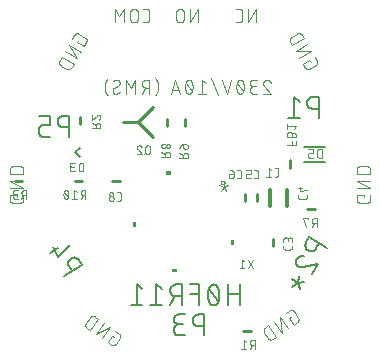
<source format=gbr>
G04 EAGLE Gerber RS-274X export*
G75*
%MOMM*%
%FSLAX34Y34*%
%LPD*%
%INSilkscreen Bottom*%
%IPPOS*%
%AMOC8*
5,1,8,0,0,1.08239X$1,22.5*%
G01*
%ADD10C,0.101600*%
%ADD11C,0.152400*%
%ADD12C,0.076200*%
%ADD13C,0.254000*%
%ADD14C,0.304800*%
%ADD15C,0.150000*%
%ADD16C,0.127000*%

G36*
X-15359Y157482D02*
X-15359Y157482D01*
X-15356Y157481D01*
X-15313Y157501D01*
X-15270Y157519D01*
X-15269Y157521D01*
X-15267Y157522D01*
X-15234Y157607D01*
X-15234Y160147D01*
X-15235Y160149D01*
X-15234Y160151D01*
X-15254Y160194D01*
X-15273Y160238D01*
X-15275Y160238D01*
X-15276Y160240D01*
X-15361Y160273D01*
X-19171Y160273D01*
X-19173Y160272D01*
X-19175Y160273D01*
X-19218Y160253D01*
X-19261Y160235D01*
X-19262Y160233D01*
X-19264Y160232D01*
X-19297Y160147D01*
X-19297Y157607D01*
X-19296Y157605D01*
X-19297Y157603D01*
X-19277Y157560D01*
X-19258Y157516D01*
X-19256Y157516D01*
X-19255Y157514D01*
X-19171Y157481D01*
X-15361Y157481D01*
X-15359Y157482D01*
G37*
G36*
X-44893Y112944D02*
X-44893Y112944D01*
X-44890Y112943D01*
X-44847Y112963D01*
X-44804Y112981D01*
X-44803Y112983D01*
X-44801Y112984D01*
X-44768Y113069D01*
X-44768Y116879D01*
X-44769Y116881D01*
X-44768Y116883D01*
X-44788Y116926D01*
X-44807Y116970D01*
X-44809Y116970D01*
X-44810Y116972D01*
X-44895Y117005D01*
X-47435Y117005D01*
X-47437Y117004D01*
X-47439Y117005D01*
X-47482Y116985D01*
X-47525Y116967D01*
X-47526Y116965D01*
X-47528Y116964D01*
X-47561Y116879D01*
X-47561Y113069D01*
X-47560Y113067D01*
X-47561Y113065D01*
X-47541Y113022D01*
X-47522Y112978D01*
X-47520Y112978D01*
X-47519Y112976D01*
X-47435Y112943D01*
X-44895Y112943D01*
X-44893Y112944D01*
G37*
G36*
X37912Y97941D02*
X37912Y97941D01*
X37914Y97940D01*
X37957Y97960D01*
X38000Y97978D01*
X38001Y97980D01*
X38003Y97981D01*
X38036Y98066D01*
X38036Y101876D01*
X38035Y101878D01*
X38036Y101880D01*
X38016Y101923D01*
X37997Y101967D01*
X37995Y101967D01*
X37994Y101969D01*
X37910Y102002D01*
X35370Y102002D01*
X35368Y102001D01*
X35365Y102002D01*
X35322Y101982D01*
X35279Y101964D01*
X35278Y101962D01*
X35276Y101961D01*
X35243Y101876D01*
X35243Y98066D01*
X35244Y98064D01*
X35243Y98062D01*
X35263Y98019D01*
X35282Y97975D01*
X35284Y97975D01*
X35285Y97973D01*
X35370Y97940D01*
X37910Y97940D01*
X37912Y97941D01*
G37*
G36*
X-10358Y74678D02*
X-10358Y74678D01*
X-10355Y74677D01*
X-10312Y74697D01*
X-10269Y74715D01*
X-10268Y74717D01*
X-10266Y74718D01*
X-10233Y74803D01*
X-10233Y77343D01*
X-10234Y77345D01*
X-10233Y77347D01*
X-10253Y77390D01*
X-10272Y77434D01*
X-10274Y77434D01*
X-10275Y77436D01*
X-10360Y77469D01*
X-14170Y77469D01*
X-14172Y77468D01*
X-14174Y77469D01*
X-14217Y77449D01*
X-14260Y77431D01*
X-14261Y77429D01*
X-14263Y77428D01*
X-14296Y77343D01*
X-14296Y74803D01*
X-14295Y74801D01*
X-14296Y74799D01*
X-14276Y74756D01*
X-14257Y74712D01*
X-14255Y74712D01*
X-14254Y74710D01*
X-14170Y74677D01*
X-10360Y74677D01*
X-10358Y74678D01*
G37*
D10*
X148287Y138331D02*
X148287Y140279D01*
X141796Y140279D01*
X141796Y136384D01*
X141798Y136285D01*
X141804Y136185D01*
X141813Y136086D01*
X141826Y135988D01*
X141843Y135890D01*
X141864Y135792D01*
X141889Y135696D01*
X141917Y135601D01*
X141949Y135507D01*
X141984Y135414D01*
X142023Y135322D01*
X142066Y135232D01*
X142111Y135144D01*
X142161Y135057D01*
X142213Y134973D01*
X142269Y134890D01*
X142327Y134810D01*
X142389Y134732D01*
X142454Y134657D01*
X142522Y134584D01*
X142592Y134514D01*
X142665Y134446D01*
X142740Y134381D01*
X142818Y134319D01*
X142898Y134261D01*
X142981Y134205D01*
X143065Y134153D01*
X143152Y134103D01*
X143240Y134058D01*
X143330Y134015D01*
X143422Y133976D01*
X143515Y133941D01*
X143609Y133909D01*
X143704Y133881D01*
X143800Y133856D01*
X143898Y133835D01*
X143996Y133818D01*
X144094Y133805D01*
X144193Y133796D01*
X144293Y133790D01*
X144392Y133788D01*
X150883Y133788D01*
X150982Y133790D01*
X151082Y133796D01*
X151181Y133805D01*
X151279Y133818D01*
X151377Y133835D01*
X151475Y133856D01*
X151571Y133881D01*
X151666Y133909D01*
X151760Y133941D01*
X151853Y133976D01*
X151945Y134015D01*
X152035Y134058D01*
X152123Y134103D01*
X152210Y134153D01*
X152294Y134205D01*
X152377Y134261D01*
X152457Y134319D01*
X152535Y134381D01*
X152610Y134446D01*
X152683Y134514D01*
X152753Y134584D01*
X152821Y134657D01*
X152886Y134732D01*
X152948Y134810D01*
X153006Y134890D01*
X153062Y134973D01*
X153114Y135057D01*
X153164Y135144D01*
X153209Y135232D01*
X153252Y135322D01*
X153291Y135414D01*
X153326Y135506D01*
X153358Y135601D01*
X153386Y135696D01*
X153411Y135792D01*
X153432Y135890D01*
X153449Y135988D01*
X153462Y136086D01*
X153471Y136185D01*
X153477Y136285D01*
X153479Y136384D01*
X153480Y136384D02*
X153480Y140279D01*
X153480Y145979D02*
X141796Y145979D01*
X141796Y152471D02*
X153480Y145979D01*
X153480Y152471D02*
X141796Y152471D01*
X141796Y158171D02*
X153480Y158171D01*
X153480Y161417D01*
X153478Y161530D01*
X153472Y161643D01*
X153462Y161756D01*
X153448Y161869D01*
X153431Y161981D01*
X153409Y162092D01*
X153384Y162202D01*
X153354Y162312D01*
X153321Y162420D01*
X153284Y162527D01*
X153244Y162633D01*
X153199Y162737D01*
X153151Y162840D01*
X153100Y162941D01*
X153045Y163040D01*
X152987Y163137D01*
X152925Y163232D01*
X152860Y163325D01*
X152792Y163415D01*
X152721Y163503D01*
X152646Y163589D01*
X152569Y163672D01*
X152489Y163752D01*
X152406Y163829D01*
X152320Y163904D01*
X152232Y163975D01*
X152142Y164043D01*
X152049Y164108D01*
X151954Y164170D01*
X151857Y164228D01*
X151758Y164283D01*
X151657Y164334D01*
X151554Y164382D01*
X151450Y164427D01*
X151344Y164467D01*
X151237Y164504D01*
X151129Y164537D01*
X151019Y164567D01*
X150909Y164592D01*
X150798Y164614D01*
X150686Y164631D01*
X150573Y164645D01*
X150460Y164655D01*
X150347Y164661D01*
X150234Y164663D01*
X145041Y164663D01*
X144928Y164661D01*
X144815Y164655D01*
X144702Y164645D01*
X144589Y164631D01*
X144477Y164614D01*
X144366Y164592D01*
X144256Y164567D01*
X144146Y164537D01*
X144038Y164504D01*
X143931Y164467D01*
X143825Y164427D01*
X143721Y164382D01*
X143618Y164334D01*
X143517Y164283D01*
X143418Y164228D01*
X143321Y164170D01*
X143226Y164108D01*
X143133Y164043D01*
X143043Y163975D01*
X142955Y163904D01*
X142869Y163829D01*
X142786Y163752D01*
X142706Y163672D01*
X142629Y163589D01*
X142554Y163503D01*
X142483Y163415D01*
X142415Y163325D01*
X142350Y163232D01*
X142288Y163137D01*
X142230Y163040D01*
X142175Y162941D01*
X142124Y162840D01*
X142076Y162737D01*
X142031Y162633D01*
X141991Y162527D01*
X141954Y162420D01*
X141921Y162312D01*
X141891Y162202D01*
X141866Y162092D01*
X141844Y161981D01*
X141827Y161869D01*
X141813Y161756D01*
X141803Y161643D01*
X141797Y161530D01*
X141795Y161417D01*
X141796Y161417D02*
X141796Y158171D01*
X86339Y36943D02*
X84744Y35826D01*
X88467Y30508D01*
X91657Y32742D01*
X91737Y32801D01*
X91815Y32863D01*
X91891Y32927D01*
X91964Y32995D01*
X92035Y33065D01*
X92102Y33138D01*
X92167Y33213D01*
X92229Y33291D01*
X92288Y33371D01*
X92344Y33453D01*
X92397Y33538D01*
X92446Y33624D01*
X92492Y33712D01*
X92535Y33802D01*
X92574Y33893D01*
X92609Y33986D01*
X92641Y34080D01*
X92670Y34176D01*
X92694Y34272D01*
X92715Y34369D01*
X92733Y34467D01*
X92746Y34566D01*
X92756Y34665D01*
X92762Y34764D01*
X92764Y34863D01*
X92762Y34963D01*
X92757Y35062D01*
X92747Y35161D01*
X92734Y35260D01*
X92718Y35358D01*
X92697Y35455D01*
X92673Y35552D01*
X92645Y35647D01*
X92613Y35741D01*
X92578Y35834D01*
X92539Y35926D01*
X92497Y36016D01*
X92451Y36104D01*
X92402Y36191D01*
X92350Y36275D01*
X92295Y36358D01*
X88572Y41676D01*
X88572Y41675D02*
X88513Y41755D01*
X88451Y41833D01*
X88387Y41909D01*
X88319Y41982D01*
X88249Y42053D01*
X88176Y42120D01*
X88101Y42185D01*
X88023Y42247D01*
X87943Y42306D01*
X87861Y42362D01*
X87776Y42415D01*
X87690Y42464D01*
X87602Y42510D01*
X87512Y42553D01*
X87421Y42592D01*
X87328Y42627D01*
X87234Y42659D01*
X87138Y42688D01*
X87042Y42712D01*
X86945Y42733D01*
X86847Y42751D01*
X86748Y42764D01*
X86649Y42774D01*
X86550Y42780D01*
X86451Y42782D01*
X86351Y42780D01*
X86252Y42775D01*
X86153Y42766D01*
X86054Y42752D01*
X85956Y42736D01*
X85859Y42715D01*
X85762Y42691D01*
X85667Y42663D01*
X85573Y42631D01*
X85480Y42596D01*
X85388Y42557D01*
X85298Y42515D01*
X85210Y42469D01*
X85123Y42420D01*
X85039Y42368D01*
X84956Y42313D01*
X84955Y42313D02*
X81765Y40079D01*
X77095Y36809D02*
X83797Y27239D01*
X78480Y23515D02*
X77095Y36809D01*
X71778Y33086D02*
X78480Y23515D01*
X73810Y20245D02*
X67108Y29816D01*
X64450Y27955D01*
X64449Y27955D02*
X64358Y27888D01*
X64268Y27819D01*
X64181Y27746D01*
X64097Y27670D01*
X64016Y27591D01*
X63937Y27510D01*
X63861Y27426D01*
X63788Y27339D01*
X63719Y27250D01*
X63652Y27158D01*
X63589Y27064D01*
X63529Y26968D01*
X63472Y26870D01*
X63419Y26770D01*
X63369Y26668D01*
X63323Y26564D01*
X63281Y26459D01*
X63242Y26353D01*
X63207Y26245D01*
X63176Y26136D01*
X63148Y26026D01*
X63125Y25915D01*
X63105Y25804D01*
X63089Y25692D01*
X63077Y25579D01*
X63069Y25466D01*
X63065Y25353D01*
X63065Y25239D01*
X63069Y25126D01*
X63077Y25013D01*
X63089Y24900D01*
X63105Y24788D01*
X63125Y24677D01*
X63148Y24566D01*
X63176Y24456D01*
X63207Y24347D01*
X63242Y24239D01*
X63281Y24133D01*
X63323Y24028D01*
X63369Y23924D01*
X63419Y23822D01*
X63472Y23722D01*
X63529Y23624D01*
X63589Y23528D01*
X63652Y23434D01*
X63653Y23435D02*
X66631Y19181D01*
X66631Y19180D02*
X66698Y19089D01*
X66767Y18999D01*
X66840Y18912D01*
X66916Y18828D01*
X66995Y18747D01*
X67076Y18668D01*
X67160Y18592D01*
X67247Y18519D01*
X67337Y18450D01*
X67428Y18383D01*
X67522Y18320D01*
X67618Y18260D01*
X67716Y18203D01*
X67816Y18150D01*
X67918Y18100D01*
X68022Y18054D01*
X68127Y18012D01*
X68233Y17973D01*
X68341Y17938D01*
X68450Y17907D01*
X68560Y17879D01*
X68671Y17856D01*
X68782Y17836D01*
X68894Y17820D01*
X69007Y17808D01*
X69120Y17800D01*
X69233Y17796D01*
X69347Y17796D01*
X69460Y17800D01*
X69573Y17808D01*
X69686Y17820D01*
X69798Y17836D01*
X69909Y17856D01*
X70020Y17879D01*
X70130Y17907D01*
X70239Y17938D01*
X70347Y17973D01*
X70453Y18012D01*
X70558Y18054D01*
X70662Y18100D01*
X70764Y18150D01*
X70864Y18203D01*
X70962Y18260D01*
X71058Y18320D01*
X71152Y18383D01*
X71151Y18384D02*
X73810Y20245D01*
X-63729Y19683D02*
X-65324Y20800D01*
X-69047Y15483D01*
X-65857Y13249D01*
X-65774Y13194D01*
X-65690Y13142D01*
X-65603Y13093D01*
X-65515Y13047D01*
X-65425Y13005D01*
X-65333Y12966D01*
X-65240Y12931D01*
X-65146Y12899D01*
X-65051Y12871D01*
X-64954Y12847D01*
X-64857Y12826D01*
X-64759Y12810D01*
X-64660Y12797D01*
X-64561Y12787D01*
X-64462Y12782D01*
X-64362Y12780D01*
X-64263Y12782D01*
X-64164Y12788D01*
X-64065Y12798D01*
X-63966Y12811D01*
X-63868Y12829D01*
X-63771Y12850D01*
X-63675Y12874D01*
X-63579Y12903D01*
X-63485Y12935D01*
X-63392Y12970D01*
X-63301Y13009D01*
X-63211Y13052D01*
X-63123Y13098D01*
X-63037Y13147D01*
X-62952Y13200D01*
X-62870Y13256D01*
X-62790Y13315D01*
X-62712Y13377D01*
X-62637Y13442D01*
X-62564Y13509D01*
X-62494Y13580D01*
X-62426Y13653D01*
X-62362Y13729D01*
X-62300Y13807D01*
X-62241Y13887D01*
X-58518Y19204D01*
X-58463Y19287D01*
X-58411Y19371D01*
X-58362Y19458D01*
X-58316Y19546D01*
X-58274Y19636D01*
X-58235Y19728D01*
X-58200Y19821D01*
X-58168Y19915D01*
X-58140Y20010D01*
X-58116Y20107D01*
X-58095Y20204D01*
X-58079Y20302D01*
X-58066Y20401D01*
X-58056Y20500D01*
X-58051Y20599D01*
X-58049Y20699D01*
X-58051Y20798D01*
X-58057Y20897D01*
X-58067Y20996D01*
X-58080Y21095D01*
X-58098Y21193D01*
X-58119Y21290D01*
X-58143Y21386D01*
X-58172Y21482D01*
X-58204Y21576D01*
X-58239Y21669D01*
X-58278Y21760D01*
X-58321Y21850D01*
X-58367Y21938D01*
X-58416Y22024D01*
X-58469Y22109D01*
X-58525Y22191D01*
X-58584Y22271D01*
X-58646Y22349D01*
X-58711Y22424D01*
X-58778Y22497D01*
X-58849Y22567D01*
X-58922Y22635D01*
X-58998Y22699D01*
X-59076Y22761D01*
X-59156Y22820D01*
X-59155Y22820D02*
X-62346Y25054D01*
X-67016Y28324D02*
X-73717Y18753D01*
X-79035Y22476D02*
X-67016Y28324D01*
X-72333Y32047D02*
X-79035Y22476D01*
X-83704Y25746D02*
X-77003Y35317D01*
X-79661Y37178D01*
X-79661Y37179D02*
X-79755Y37242D01*
X-79851Y37302D01*
X-79949Y37359D01*
X-80049Y37412D01*
X-80151Y37462D01*
X-80255Y37508D01*
X-80360Y37550D01*
X-80466Y37589D01*
X-80574Y37624D01*
X-80683Y37655D01*
X-80793Y37683D01*
X-80904Y37706D01*
X-81015Y37726D01*
X-81127Y37742D01*
X-81240Y37754D01*
X-81353Y37762D01*
X-81466Y37766D01*
X-81580Y37766D01*
X-81693Y37762D01*
X-81806Y37754D01*
X-81919Y37742D01*
X-82031Y37726D01*
X-82142Y37706D01*
X-82253Y37683D01*
X-82363Y37655D01*
X-82472Y37624D01*
X-82580Y37589D01*
X-82686Y37550D01*
X-82791Y37508D01*
X-82895Y37462D01*
X-82997Y37412D01*
X-83097Y37359D01*
X-83195Y37302D01*
X-83291Y37242D01*
X-83385Y37179D01*
X-83476Y37112D01*
X-83566Y37043D01*
X-83653Y36970D01*
X-83737Y36894D01*
X-83818Y36815D01*
X-83897Y36734D01*
X-83973Y36650D01*
X-84046Y36563D01*
X-84115Y36474D01*
X-84182Y36382D01*
X-84182Y36381D02*
X-87160Y32128D01*
X-87161Y32128D02*
X-87224Y32034D01*
X-87284Y31938D01*
X-87341Y31840D01*
X-87394Y31740D01*
X-87444Y31638D01*
X-87490Y31534D01*
X-87532Y31429D01*
X-87571Y31323D01*
X-87606Y31215D01*
X-87637Y31106D01*
X-87665Y30996D01*
X-87688Y30885D01*
X-87708Y30774D01*
X-87724Y30662D01*
X-87736Y30549D01*
X-87744Y30436D01*
X-87748Y30323D01*
X-87748Y30209D01*
X-87744Y30096D01*
X-87736Y29983D01*
X-87724Y29870D01*
X-87708Y29758D01*
X-87688Y29647D01*
X-87665Y29536D01*
X-87637Y29426D01*
X-87606Y29317D01*
X-87571Y29209D01*
X-87532Y29103D01*
X-87490Y28998D01*
X-87444Y28894D01*
X-87394Y28792D01*
X-87341Y28692D01*
X-87284Y28594D01*
X-87224Y28498D01*
X-87161Y28404D01*
X-87094Y28312D01*
X-87025Y28223D01*
X-86952Y28136D01*
X-86876Y28052D01*
X-86797Y27971D01*
X-86716Y27892D01*
X-86632Y27816D01*
X-86545Y27743D01*
X-86455Y27674D01*
X-86364Y27607D01*
X-86363Y27607D02*
X-83704Y25746D01*
X-145401Y138331D02*
X-145401Y140279D01*
X-151892Y140279D01*
X-151892Y136384D01*
X-151890Y136285D01*
X-151884Y136185D01*
X-151875Y136086D01*
X-151862Y135988D01*
X-151845Y135890D01*
X-151824Y135792D01*
X-151799Y135696D01*
X-151771Y135601D01*
X-151739Y135507D01*
X-151704Y135414D01*
X-151665Y135322D01*
X-151622Y135232D01*
X-151577Y135144D01*
X-151527Y135057D01*
X-151475Y134973D01*
X-151419Y134890D01*
X-151361Y134810D01*
X-151299Y134732D01*
X-151234Y134657D01*
X-151166Y134584D01*
X-151096Y134514D01*
X-151023Y134446D01*
X-150948Y134381D01*
X-150870Y134319D01*
X-150790Y134261D01*
X-150707Y134205D01*
X-150623Y134153D01*
X-150536Y134103D01*
X-150448Y134058D01*
X-150358Y134015D01*
X-150266Y133976D01*
X-150173Y133941D01*
X-150079Y133909D01*
X-149984Y133881D01*
X-149888Y133856D01*
X-149790Y133835D01*
X-149692Y133818D01*
X-149594Y133805D01*
X-149495Y133796D01*
X-149395Y133790D01*
X-149296Y133788D01*
X-142804Y133788D01*
X-142804Y133787D02*
X-142705Y133789D01*
X-142605Y133795D01*
X-142506Y133804D01*
X-142408Y133817D01*
X-142310Y133835D01*
X-142212Y133855D01*
X-142116Y133880D01*
X-142020Y133908D01*
X-141926Y133940D01*
X-141833Y133975D01*
X-141742Y134014D01*
X-141652Y134057D01*
X-141563Y134102D01*
X-141477Y134152D01*
X-141392Y134204D01*
X-141310Y134260D01*
X-141230Y134319D01*
X-141152Y134380D01*
X-141076Y134445D01*
X-141003Y134513D01*
X-140933Y134583D01*
X-140865Y134656D01*
X-140800Y134732D01*
X-140739Y134810D01*
X-140680Y134890D01*
X-140624Y134972D01*
X-140572Y135057D01*
X-140523Y135143D01*
X-140477Y135232D01*
X-140434Y135322D01*
X-140395Y135413D01*
X-140360Y135506D01*
X-140328Y135600D01*
X-140300Y135696D01*
X-140275Y135792D01*
X-140255Y135890D01*
X-140237Y135988D01*
X-140224Y136086D01*
X-140215Y136185D01*
X-140209Y136284D01*
X-140207Y136384D01*
X-140208Y136384D02*
X-140208Y140279D01*
X-140208Y145979D02*
X-151892Y145979D01*
X-151892Y152471D02*
X-140208Y145979D01*
X-140208Y152471D02*
X-151892Y152471D01*
X-151892Y158171D02*
X-140208Y158171D01*
X-140208Y161417D01*
X-140210Y161530D01*
X-140216Y161643D01*
X-140226Y161756D01*
X-140240Y161869D01*
X-140257Y161981D01*
X-140279Y162092D01*
X-140304Y162202D01*
X-140334Y162312D01*
X-140367Y162420D01*
X-140404Y162527D01*
X-140444Y162633D01*
X-140489Y162737D01*
X-140537Y162840D01*
X-140588Y162941D01*
X-140643Y163040D01*
X-140701Y163137D01*
X-140763Y163232D01*
X-140828Y163325D01*
X-140896Y163415D01*
X-140967Y163503D01*
X-141042Y163589D01*
X-141119Y163672D01*
X-141199Y163752D01*
X-141282Y163829D01*
X-141368Y163904D01*
X-141456Y163975D01*
X-141546Y164043D01*
X-141639Y164108D01*
X-141734Y164170D01*
X-141831Y164228D01*
X-141930Y164283D01*
X-142031Y164334D01*
X-142134Y164382D01*
X-142238Y164427D01*
X-142344Y164467D01*
X-142451Y164504D01*
X-142559Y164537D01*
X-142669Y164567D01*
X-142779Y164592D01*
X-142890Y164614D01*
X-143002Y164631D01*
X-143115Y164645D01*
X-143228Y164655D01*
X-143341Y164661D01*
X-143454Y164663D01*
X-148646Y164663D01*
X-148759Y164661D01*
X-148872Y164655D01*
X-148985Y164645D01*
X-149098Y164631D01*
X-149210Y164614D01*
X-149321Y164592D01*
X-149431Y164567D01*
X-149541Y164537D01*
X-149649Y164504D01*
X-149756Y164467D01*
X-149862Y164427D01*
X-149966Y164382D01*
X-150069Y164334D01*
X-150170Y164283D01*
X-150269Y164228D01*
X-150366Y164170D01*
X-150461Y164108D01*
X-150554Y164043D01*
X-150644Y163975D01*
X-150732Y163904D01*
X-150818Y163829D01*
X-150901Y163752D01*
X-150981Y163672D01*
X-151058Y163589D01*
X-151133Y163503D01*
X-151204Y163415D01*
X-151272Y163325D01*
X-151337Y163232D01*
X-151399Y163137D01*
X-151457Y163040D01*
X-151512Y162941D01*
X-151563Y162840D01*
X-151611Y162737D01*
X-151656Y162633D01*
X-151696Y162527D01*
X-151733Y162420D01*
X-151766Y162312D01*
X-151796Y162202D01*
X-151821Y162092D01*
X-151843Y161981D01*
X-151860Y161869D01*
X-151874Y161756D01*
X-151884Y161643D01*
X-151890Y161530D01*
X-151892Y161417D01*
X-151892Y158171D01*
D11*
X109774Y205423D02*
X109774Y223203D01*
X104835Y223203D01*
X104695Y223201D01*
X104556Y223195D01*
X104416Y223185D01*
X104277Y223171D01*
X104138Y223154D01*
X104000Y223132D01*
X103863Y223106D01*
X103726Y223077D01*
X103590Y223044D01*
X103456Y223007D01*
X103322Y222966D01*
X103190Y222921D01*
X103058Y222872D01*
X102929Y222820D01*
X102801Y222765D01*
X102674Y222705D01*
X102549Y222642D01*
X102426Y222576D01*
X102305Y222506D01*
X102186Y222433D01*
X102069Y222356D01*
X101955Y222276D01*
X101842Y222193D01*
X101732Y222107D01*
X101625Y222017D01*
X101520Y221925D01*
X101418Y221830D01*
X101318Y221732D01*
X101221Y221631D01*
X101127Y221527D01*
X101037Y221421D01*
X100949Y221312D01*
X100864Y221201D01*
X100783Y221087D01*
X100704Y220972D01*
X100629Y220854D01*
X100558Y220734D01*
X100490Y220611D01*
X100425Y220488D01*
X100364Y220362D01*
X100306Y220234D01*
X100252Y220106D01*
X100202Y219975D01*
X100155Y219843D01*
X100112Y219710D01*
X100073Y219576D01*
X100038Y219441D01*
X100007Y219305D01*
X99979Y219167D01*
X99956Y219030D01*
X99936Y218891D01*
X99920Y218752D01*
X99908Y218613D01*
X99900Y218474D01*
X99896Y218334D01*
X99896Y218194D01*
X99900Y218054D01*
X99908Y217915D01*
X99920Y217776D01*
X99936Y217637D01*
X99956Y217498D01*
X99979Y217361D01*
X100007Y217223D01*
X100038Y217087D01*
X100073Y216952D01*
X100112Y216818D01*
X100155Y216685D01*
X100202Y216553D01*
X100252Y216422D01*
X100306Y216294D01*
X100364Y216166D01*
X100425Y216040D01*
X100490Y215917D01*
X100558Y215794D01*
X100629Y215674D01*
X100704Y215556D01*
X100783Y215441D01*
X100864Y215327D01*
X100949Y215216D01*
X101037Y215107D01*
X101127Y215001D01*
X101221Y214897D01*
X101318Y214796D01*
X101418Y214698D01*
X101520Y214603D01*
X101625Y214511D01*
X101732Y214421D01*
X101842Y214335D01*
X101955Y214252D01*
X102069Y214172D01*
X102186Y214095D01*
X102305Y214022D01*
X102426Y213952D01*
X102549Y213886D01*
X102674Y213823D01*
X102801Y213763D01*
X102929Y213708D01*
X103058Y213656D01*
X103190Y213607D01*
X103322Y213562D01*
X103456Y213521D01*
X103590Y213484D01*
X103726Y213451D01*
X103863Y213422D01*
X104000Y213396D01*
X104138Y213374D01*
X104277Y213357D01*
X104416Y213343D01*
X104556Y213333D01*
X104695Y213327D01*
X104835Y213325D01*
X109774Y213325D01*
X93779Y219251D02*
X88840Y223203D01*
X88840Y205423D01*
X93779Y205423D02*
X83901Y205423D01*
X101645Y104319D02*
X117043Y95429D01*
X101645Y104319D02*
X99176Y100042D01*
X99176Y100043D02*
X99108Y99920D01*
X99043Y99797D01*
X98982Y99671D01*
X98924Y99543D01*
X98870Y99415D01*
X98820Y99284D01*
X98773Y99152D01*
X98730Y99019D01*
X98691Y98885D01*
X98656Y98750D01*
X98625Y98614D01*
X98597Y98476D01*
X98574Y98339D01*
X98554Y98200D01*
X98538Y98061D01*
X98526Y97922D01*
X98518Y97783D01*
X98514Y97643D01*
X98514Y97503D01*
X98518Y97363D01*
X98526Y97224D01*
X98538Y97085D01*
X98554Y96946D01*
X98574Y96807D01*
X98597Y96670D01*
X98625Y96532D01*
X98656Y96396D01*
X98691Y96261D01*
X98730Y96127D01*
X98773Y95994D01*
X98820Y95862D01*
X98870Y95731D01*
X98924Y95603D01*
X98982Y95475D01*
X99043Y95349D01*
X99108Y95226D01*
X99176Y95103D01*
X99247Y94983D01*
X99322Y94865D01*
X99401Y94750D01*
X99482Y94636D01*
X99567Y94525D01*
X99655Y94416D01*
X99745Y94310D01*
X99839Y94206D01*
X99936Y94105D01*
X100036Y94007D01*
X100138Y93912D01*
X100243Y93820D01*
X100350Y93730D01*
X100460Y93644D01*
X100573Y93561D01*
X100687Y93481D01*
X100804Y93404D01*
X100923Y93331D01*
X101044Y93261D01*
X101167Y93195D01*
X101292Y93132D01*
X101419Y93072D01*
X101547Y93017D01*
X101677Y92965D01*
X101808Y92916D01*
X101940Y92871D01*
X102074Y92830D01*
X102208Y92793D01*
X102344Y92760D01*
X102481Y92731D01*
X102618Y92705D01*
X102756Y92683D01*
X102895Y92666D01*
X103034Y92652D01*
X103174Y92642D01*
X103313Y92636D01*
X103453Y92634D01*
X103593Y92636D01*
X103732Y92642D01*
X103872Y92652D01*
X104011Y92666D01*
X104150Y92683D01*
X104288Y92705D01*
X104425Y92731D01*
X104562Y92760D01*
X104698Y92793D01*
X104832Y92831D01*
X104966Y92871D01*
X105098Y92916D01*
X105230Y92965D01*
X105359Y93017D01*
X105487Y93072D01*
X105614Y93132D01*
X105739Y93195D01*
X105862Y93261D01*
X105983Y93331D01*
X106102Y93404D01*
X106219Y93481D01*
X106333Y93561D01*
X106446Y93644D01*
X106556Y93730D01*
X106663Y93820D01*
X106768Y93912D01*
X106870Y94007D01*
X106970Y94105D01*
X107067Y94206D01*
X107161Y94310D01*
X107251Y94416D01*
X107339Y94525D01*
X107424Y94636D01*
X107505Y94750D01*
X107584Y94865D01*
X107659Y94983D01*
X107730Y95104D01*
X107730Y95103D02*
X110199Y99381D01*
X90932Y85763D02*
X90867Y85647D01*
X90807Y85531D01*
X90749Y85412D01*
X90696Y85292D01*
X90646Y85170D01*
X90599Y85047D01*
X90556Y84922D01*
X90517Y84796D01*
X90482Y84669D01*
X90450Y84541D01*
X90422Y84413D01*
X90399Y84283D01*
X90378Y84153D01*
X90362Y84022D01*
X90350Y83891D01*
X90341Y83760D01*
X90337Y83628D01*
X90336Y83496D01*
X90339Y83364D01*
X90347Y83233D01*
X90358Y83102D01*
X90373Y82971D01*
X90391Y82840D01*
X90414Y82711D01*
X90441Y82582D01*
X90471Y82453D01*
X90505Y82326D01*
X90543Y82200D01*
X90584Y82075D01*
X90630Y81951D01*
X90679Y81829D01*
X90731Y81708D01*
X90787Y81589D01*
X90847Y81471D01*
X90910Y81356D01*
X90976Y81242D01*
X91046Y81130D01*
X91119Y81021D01*
X91195Y80913D01*
X91275Y80808D01*
X91357Y80705D01*
X91443Y80605D01*
X91531Y80507D01*
X91622Y80412D01*
X91716Y80320D01*
X91813Y80231D01*
X91913Y80144D01*
X92015Y80061D01*
X92119Y79980D01*
X92225Y79903D01*
X92334Y79829D01*
X92445Y79758D01*
X92559Y79691D01*
X90931Y85763D02*
X91008Y85891D01*
X91088Y86018D01*
X91171Y86142D01*
X91257Y86264D01*
X91347Y86384D01*
X91439Y86502D01*
X91535Y86617D01*
X91634Y86729D01*
X91735Y86839D01*
X91840Y86946D01*
X91947Y87051D01*
X92057Y87152D01*
X92169Y87251D01*
X92284Y87346D01*
X92402Y87439D01*
X92522Y87528D01*
X92644Y87615D01*
X92768Y87698D01*
X92895Y87778D01*
X93024Y87854D01*
X93154Y87927D01*
X93287Y87997D01*
X93421Y88063D01*
X93557Y88125D01*
X93694Y88184D01*
X93833Y88240D01*
X93974Y88291D01*
X94115Y88339D01*
X94258Y88384D01*
X94402Y88424D01*
X94547Y88461D01*
X94693Y88494D01*
X94840Y88523D01*
X94987Y88548D01*
X95136Y88570D01*
X95284Y88587D01*
X95433Y88601D01*
X95582Y88610D01*
X95732Y88616D01*
X95882Y88618D01*
X96031Y88616D01*
X96181Y88610D01*
X96330Y88600D01*
X96479Y88586D01*
X96627Y88568D01*
X96776Y88547D01*
X96923Y88521D01*
X97070Y88492D01*
X96293Y79245D02*
X96164Y79209D01*
X96035Y79177D01*
X95905Y79148D01*
X95774Y79123D01*
X95642Y79102D01*
X95510Y79085D01*
X95377Y79071D01*
X95245Y79060D01*
X95111Y79054D01*
X94978Y79051D01*
X94845Y79052D01*
X94712Y79057D01*
X94579Y79065D01*
X94446Y79077D01*
X94313Y79093D01*
X94182Y79112D01*
X94050Y79136D01*
X93920Y79162D01*
X93790Y79193D01*
X93661Y79227D01*
X93533Y79265D01*
X93406Y79306D01*
X93281Y79350D01*
X93157Y79399D01*
X93034Y79450D01*
X92912Y79505D01*
X92792Y79564D01*
X92674Y79626D01*
X92558Y79691D01*
X96293Y79245D02*
X109045Y81577D01*
X104106Y73023D01*
X91933Y65768D02*
X86801Y68731D01*
X91933Y65768D02*
X94054Y60551D01*
X91933Y65768D02*
X97512Y66539D01*
X91933Y65768D02*
X87506Y62050D01*
X91933Y65768D02*
X92939Y71460D01*
X12936Y39053D02*
X12936Y21273D01*
X12936Y39053D02*
X7998Y39053D01*
X7858Y39051D01*
X7719Y39045D01*
X7579Y39035D01*
X7440Y39021D01*
X7301Y39004D01*
X7163Y38982D01*
X7026Y38956D01*
X6889Y38927D01*
X6753Y38894D01*
X6619Y38857D01*
X6485Y38816D01*
X6353Y38771D01*
X6221Y38722D01*
X6092Y38670D01*
X5964Y38615D01*
X5837Y38555D01*
X5712Y38492D01*
X5589Y38426D01*
X5468Y38356D01*
X5349Y38283D01*
X5232Y38206D01*
X5118Y38126D01*
X5005Y38043D01*
X4895Y37957D01*
X4788Y37867D01*
X4683Y37775D01*
X4581Y37680D01*
X4481Y37582D01*
X4384Y37481D01*
X4290Y37377D01*
X4200Y37271D01*
X4112Y37162D01*
X4027Y37051D01*
X3946Y36937D01*
X3867Y36822D01*
X3792Y36704D01*
X3721Y36583D01*
X3653Y36461D01*
X3588Y36338D01*
X3527Y36212D01*
X3469Y36084D01*
X3415Y35956D01*
X3365Y35825D01*
X3318Y35693D01*
X3275Y35560D01*
X3236Y35426D01*
X3201Y35291D01*
X3170Y35155D01*
X3142Y35017D01*
X3119Y34880D01*
X3099Y34741D01*
X3083Y34602D01*
X3071Y34463D01*
X3063Y34324D01*
X3059Y34184D01*
X3059Y34044D01*
X3063Y33904D01*
X3071Y33765D01*
X3083Y33626D01*
X3099Y33487D01*
X3119Y33348D01*
X3142Y33211D01*
X3170Y33073D01*
X3201Y32937D01*
X3236Y32802D01*
X3275Y32668D01*
X3318Y32535D01*
X3365Y32403D01*
X3415Y32272D01*
X3469Y32144D01*
X3527Y32016D01*
X3588Y31890D01*
X3653Y31767D01*
X3721Y31644D01*
X3792Y31524D01*
X3867Y31406D01*
X3946Y31291D01*
X4027Y31177D01*
X4112Y31066D01*
X4200Y30957D01*
X4290Y30851D01*
X4384Y30747D01*
X4481Y30646D01*
X4581Y30548D01*
X4683Y30453D01*
X4788Y30361D01*
X4895Y30271D01*
X5005Y30185D01*
X5118Y30102D01*
X5232Y30022D01*
X5349Y29945D01*
X5468Y29872D01*
X5589Y29802D01*
X5712Y29736D01*
X5837Y29673D01*
X5964Y29613D01*
X6092Y29558D01*
X6221Y29506D01*
X6353Y29457D01*
X6485Y29412D01*
X6619Y29371D01*
X6753Y29334D01*
X6889Y29301D01*
X7026Y29272D01*
X7163Y29246D01*
X7301Y29224D01*
X7440Y29207D01*
X7579Y29193D01*
X7719Y29183D01*
X7858Y29177D01*
X7998Y29175D01*
X12936Y29175D01*
X-3059Y21273D02*
X-7998Y21273D01*
X-7998Y21272D02*
X-8138Y21274D01*
X-8277Y21280D01*
X-8417Y21290D01*
X-8556Y21304D01*
X-8695Y21321D01*
X-8833Y21343D01*
X-8970Y21369D01*
X-9107Y21398D01*
X-9243Y21431D01*
X-9377Y21468D01*
X-9511Y21509D01*
X-9643Y21554D01*
X-9775Y21603D01*
X-9904Y21655D01*
X-10032Y21710D01*
X-10159Y21770D01*
X-10284Y21833D01*
X-10407Y21899D01*
X-10528Y21969D01*
X-10647Y22042D01*
X-10764Y22119D01*
X-10878Y22199D01*
X-10991Y22282D01*
X-11101Y22368D01*
X-11208Y22458D01*
X-11313Y22550D01*
X-11415Y22645D01*
X-11515Y22743D01*
X-11612Y22844D01*
X-11706Y22948D01*
X-11796Y23054D01*
X-11884Y23163D01*
X-11969Y23274D01*
X-12050Y23388D01*
X-12129Y23503D01*
X-12204Y23621D01*
X-12275Y23741D01*
X-12343Y23864D01*
X-12408Y23987D01*
X-12469Y24113D01*
X-12527Y24241D01*
X-12581Y24369D01*
X-12631Y24500D01*
X-12678Y24632D01*
X-12721Y24765D01*
X-12760Y24899D01*
X-12795Y25034D01*
X-12826Y25170D01*
X-12854Y25308D01*
X-12877Y25445D01*
X-12897Y25584D01*
X-12913Y25723D01*
X-12925Y25862D01*
X-12933Y26001D01*
X-12937Y26141D01*
X-12937Y26281D01*
X-12933Y26421D01*
X-12925Y26560D01*
X-12913Y26699D01*
X-12897Y26838D01*
X-12877Y26977D01*
X-12854Y27114D01*
X-12826Y27252D01*
X-12795Y27388D01*
X-12760Y27523D01*
X-12721Y27657D01*
X-12678Y27790D01*
X-12631Y27922D01*
X-12581Y28053D01*
X-12527Y28181D01*
X-12469Y28309D01*
X-12408Y28435D01*
X-12343Y28558D01*
X-12275Y28680D01*
X-12204Y28801D01*
X-12129Y28919D01*
X-12050Y29034D01*
X-11969Y29148D01*
X-11884Y29259D01*
X-11796Y29368D01*
X-11706Y29474D01*
X-11612Y29578D01*
X-11515Y29679D01*
X-11415Y29777D01*
X-11313Y29872D01*
X-11208Y29964D01*
X-11101Y30054D01*
X-10991Y30140D01*
X-10878Y30223D01*
X-10764Y30303D01*
X-10647Y30380D01*
X-10528Y30453D01*
X-10407Y30523D01*
X-10284Y30589D01*
X-10159Y30652D01*
X-10032Y30712D01*
X-9904Y30767D01*
X-9775Y30819D01*
X-9643Y30868D01*
X-9511Y30913D01*
X-9377Y30954D01*
X-9243Y30991D01*
X-9107Y31024D01*
X-8970Y31053D01*
X-8833Y31079D01*
X-8695Y31101D01*
X-8556Y31118D01*
X-8417Y31132D01*
X-8277Y31142D01*
X-8138Y31148D01*
X-7998Y31150D01*
X-8985Y39053D02*
X-3059Y39053D01*
X-8985Y39052D02*
X-9109Y39050D01*
X-9233Y39044D01*
X-9357Y39034D01*
X-9480Y39021D01*
X-9603Y39003D01*
X-9725Y38982D01*
X-9847Y38957D01*
X-9968Y38928D01*
X-10087Y38895D01*
X-10206Y38859D01*
X-10323Y38818D01*
X-10439Y38775D01*
X-10554Y38727D01*
X-10667Y38676D01*
X-10779Y38621D01*
X-10888Y38563D01*
X-10996Y38502D01*
X-11102Y38437D01*
X-11206Y38369D01*
X-11307Y38297D01*
X-11407Y38223D01*
X-11503Y38145D01*
X-11598Y38065D01*
X-11690Y37981D01*
X-11779Y37895D01*
X-11865Y37806D01*
X-11949Y37714D01*
X-12029Y37619D01*
X-12107Y37523D01*
X-12181Y37423D01*
X-12253Y37322D01*
X-12321Y37218D01*
X-12386Y37112D01*
X-12447Y37004D01*
X-12505Y36895D01*
X-12560Y36783D01*
X-12611Y36670D01*
X-12659Y36555D01*
X-12702Y36439D01*
X-12743Y36322D01*
X-12779Y36203D01*
X-12812Y36084D01*
X-12841Y35963D01*
X-12866Y35841D01*
X-12887Y35719D01*
X-12905Y35596D01*
X-12918Y35473D01*
X-12928Y35349D01*
X-12934Y35225D01*
X-12936Y35101D01*
X-12934Y34977D01*
X-12928Y34853D01*
X-12918Y34729D01*
X-12905Y34606D01*
X-12887Y34483D01*
X-12866Y34361D01*
X-12841Y34239D01*
X-12812Y34118D01*
X-12779Y33999D01*
X-12743Y33880D01*
X-12702Y33763D01*
X-12659Y33647D01*
X-12611Y33532D01*
X-12560Y33419D01*
X-12505Y33307D01*
X-12447Y33198D01*
X-12386Y33090D01*
X-12321Y32984D01*
X-12253Y32880D01*
X-12181Y32779D01*
X-12107Y32679D01*
X-12029Y32583D01*
X-11949Y32488D01*
X-11865Y32396D01*
X-11779Y32307D01*
X-11690Y32221D01*
X-11598Y32137D01*
X-11503Y32057D01*
X-11407Y31979D01*
X-11307Y31905D01*
X-11206Y31833D01*
X-11102Y31765D01*
X-10996Y31700D01*
X-10888Y31639D01*
X-10779Y31581D01*
X-10667Y31526D01*
X-10554Y31475D01*
X-10439Y31427D01*
X-10323Y31384D01*
X-10206Y31343D01*
X-10087Y31307D01*
X-9968Y31274D01*
X-9847Y31245D01*
X-9725Y31220D01*
X-9603Y31199D01*
X-9480Y31181D01*
X-9357Y31168D01*
X-9233Y31158D01*
X-9109Y31152D01*
X-8985Y31150D01*
X-5034Y31150D01*
X-90608Y80554D02*
X-106006Y71664D01*
X-90608Y80554D02*
X-93077Y84831D01*
X-93078Y84832D02*
X-93149Y84952D01*
X-93224Y85070D01*
X-93303Y85185D01*
X-93384Y85299D01*
X-93469Y85410D01*
X-93557Y85519D01*
X-93647Y85625D01*
X-93741Y85729D01*
X-93838Y85830D01*
X-93938Y85928D01*
X-94040Y86023D01*
X-94145Y86115D01*
X-94252Y86205D01*
X-94362Y86291D01*
X-94475Y86374D01*
X-94589Y86454D01*
X-94706Y86531D01*
X-94825Y86604D01*
X-94946Y86674D01*
X-95069Y86740D01*
X-95194Y86803D01*
X-95321Y86863D01*
X-95449Y86918D01*
X-95579Y86970D01*
X-95710Y87019D01*
X-95842Y87064D01*
X-95976Y87105D01*
X-96110Y87142D01*
X-96246Y87175D01*
X-96383Y87204D01*
X-96520Y87230D01*
X-96658Y87252D01*
X-96797Y87269D01*
X-96936Y87283D01*
X-97076Y87293D01*
X-97215Y87299D01*
X-97355Y87301D01*
X-97495Y87299D01*
X-97634Y87293D01*
X-97774Y87283D01*
X-97913Y87269D01*
X-98052Y87252D01*
X-98190Y87230D01*
X-98327Y87204D01*
X-98464Y87175D01*
X-98600Y87142D01*
X-98734Y87104D01*
X-98868Y87064D01*
X-99000Y87019D01*
X-99132Y86970D01*
X-99261Y86918D01*
X-99389Y86863D01*
X-99516Y86803D01*
X-99641Y86740D01*
X-99764Y86674D01*
X-99885Y86604D01*
X-100004Y86531D01*
X-100121Y86454D01*
X-100235Y86374D01*
X-100348Y86291D01*
X-100458Y86205D01*
X-100565Y86115D01*
X-100670Y86023D01*
X-100772Y85928D01*
X-100872Y85830D01*
X-100969Y85729D01*
X-101063Y85625D01*
X-101153Y85519D01*
X-101241Y85410D01*
X-101326Y85299D01*
X-101407Y85185D01*
X-101486Y85070D01*
X-101561Y84952D01*
X-101632Y84831D01*
X-101700Y84709D01*
X-101765Y84586D01*
X-101826Y84460D01*
X-101884Y84332D01*
X-101938Y84204D01*
X-101988Y84073D01*
X-102035Y83941D01*
X-102078Y83808D01*
X-102117Y83674D01*
X-102152Y83539D01*
X-102183Y83403D01*
X-102211Y83265D01*
X-102234Y83128D01*
X-102254Y82989D01*
X-102270Y82850D01*
X-102282Y82711D01*
X-102290Y82572D01*
X-102294Y82432D01*
X-102294Y82292D01*
X-102290Y82152D01*
X-102282Y82013D01*
X-102270Y81874D01*
X-102254Y81735D01*
X-102234Y81596D01*
X-102211Y81458D01*
X-102183Y81321D01*
X-102152Y81185D01*
X-102117Y81050D01*
X-102078Y80916D01*
X-102035Y80783D01*
X-101988Y80651D01*
X-101938Y80520D01*
X-101884Y80391D01*
X-101826Y80264D01*
X-101765Y80138D01*
X-101700Y80015D01*
X-101632Y79892D01*
X-101632Y79893D02*
X-99162Y75615D01*
X-110582Y87492D02*
X-100581Y97828D01*
X-110582Y87492D02*
X-115521Y96046D01*
X-117461Y91504D02*
X-110617Y95456D01*
X-101364Y189548D02*
X-101364Y207328D01*
X-106302Y207328D01*
X-106442Y207326D01*
X-106581Y207320D01*
X-106721Y207310D01*
X-106860Y207296D01*
X-106999Y207279D01*
X-107137Y207257D01*
X-107274Y207231D01*
X-107411Y207202D01*
X-107547Y207169D01*
X-107681Y207132D01*
X-107815Y207091D01*
X-107947Y207046D01*
X-108079Y206997D01*
X-108208Y206945D01*
X-108336Y206890D01*
X-108463Y206830D01*
X-108588Y206767D01*
X-108711Y206701D01*
X-108832Y206631D01*
X-108951Y206558D01*
X-109068Y206481D01*
X-109182Y206401D01*
X-109295Y206318D01*
X-109405Y206232D01*
X-109512Y206142D01*
X-109617Y206050D01*
X-109719Y205955D01*
X-109819Y205857D01*
X-109916Y205756D01*
X-110010Y205652D01*
X-110100Y205546D01*
X-110188Y205437D01*
X-110273Y205326D01*
X-110354Y205212D01*
X-110433Y205097D01*
X-110508Y204979D01*
X-110579Y204859D01*
X-110647Y204736D01*
X-110712Y204613D01*
X-110773Y204487D01*
X-110831Y204359D01*
X-110885Y204231D01*
X-110935Y204100D01*
X-110982Y203968D01*
X-111025Y203835D01*
X-111064Y203701D01*
X-111099Y203566D01*
X-111130Y203430D01*
X-111158Y203292D01*
X-111181Y203155D01*
X-111201Y203016D01*
X-111217Y202877D01*
X-111229Y202738D01*
X-111237Y202599D01*
X-111241Y202459D01*
X-111241Y202319D01*
X-111237Y202179D01*
X-111229Y202040D01*
X-111217Y201901D01*
X-111201Y201762D01*
X-111181Y201623D01*
X-111158Y201486D01*
X-111130Y201348D01*
X-111099Y201212D01*
X-111064Y201077D01*
X-111025Y200943D01*
X-110982Y200810D01*
X-110935Y200678D01*
X-110885Y200547D01*
X-110831Y200419D01*
X-110773Y200291D01*
X-110712Y200165D01*
X-110647Y200042D01*
X-110579Y199919D01*
X-110508Y199799D01*
X-110433Y199681D01*
X-110354Y199566D01*
X-110273Y199452D01*
X-110188Y199341D01*
X-110100Y199232D01*
X-110010Y199126D01*
X-109916Y199022D01*
X-109819Y198921D01*
X-109719Y198823D01*
X-109617Y198728D01*
X-109512Y198636D01*
X-109405Y198546D01*
X-109295Y198460D01*
X-109182Y198377D01*
X-109068Y198297D01*
X-108951Y198220D01*
X-108832Y198147D01*
X-108711Y198077D01*
X-108588Y198011D01*
X-108463Y197948D01*
X-108336Y197888D01*
X-108208Y197833D01*
X-108079Y197781D01*
X-107947Y197732D01*
X-107815Y197687D01*
X-107681Y197646D01*
X-107547Y197609D01*
X-107411Y197576D01*
X-107274Y197547D01*
X-107137Y197521D01*
X-106999Y197499D01*
X-106860Y197482D01*
X-106721Y197468D01*
X-106581Y197458D01*
X-106442Y197452D01*
X-106302Y197450D01*
X-101364Y197450D01*
X-117359Y189548D02*
X-123285Y189548D01*
X-123409Y189550D01*
X-123533Y189556D01*
X-123657Y189566D01*
X-123780Y189579D01*
X-123903Y189597D01*
X-124025Y189618D01*
X-124147Y189643D01*
X-124268Y189672D01*
X-124387Y189705D01*
X-124506Y189741D01*
X-124623Y189782D01*
X-124739Y189825D01*
X-124854Y189873D01*
X-124967Y189924D01*
X-125079Y189979D01*
X-125188Y190037D01*
X-125296Y190098D01*
X-125402Y190163D01*
X-125506Y190231D01*
X-125607Y190303D01*
X-125707Y190377D01*
X-125803Y190455D01*
X-125898Y190535D01*
X-125990Y190619D01*
X-126079Y190705D01*
X-126165Y190794D01*
X-126249Y190886D01*
X-126329Y190981D01*
X-126407Y191077D01*
X-126481Y191177D01*
X-126553Y191278D01*
X-126621Y191382D01*
X-126686Y191488D01*
X-126747Y191596D01*
X-126805Y191705D01*
X-126860Y191817D01*
X-126911Y191930D01*
X-126959Y192045D01*
X-127002Y192161D01*
X-127043Y192278D01*
X-127079Y192397D01*
X-127112Y192516D01*
X-127141Y192637D01*
X-127166Y192759D01*
X-127187Y192881D01*
X-127205Y193004D01*
X-127218Y193127D01*
X-127228Y193251D01*
X-127234Y193375D01*
X-127236Y193499D01*
X-127236Y195474D01*
X-127234Y195598D01*
X-127228Y195722D01*
X-127218Y195846D01*
X-127205Y195969D01*
X-127187Y196092D01*
X-127166Y196214D01*
X-127141Y196336D01*
X-127112Y196457D01*
X-127079Y196576D01*
X-127043Y196695D01*
X-127002Y196812D01*
X-126959Y196928D01*
X-126911Y197043D01*
X-126860Y197156D01*
X-126805Y197268D01*
X-126747Y197377D01*
X-126686Y197485D01*
X-126621Y197591D01*
X-126553Y197695D01*
X-126481Y197796D01*
X-126407Y197896D01*
X-126329Y197992D01*
X-126249Y198087D01*
X-126165Y198179D01*
X-126079Y198268D01*
X-125990Y198354D01*
X-125898Y198438D01*
X-125803Y198518D01*
X-125707Y198596D01*
X-125607Y198670D01*
X-125506Y198742D01*
X-125402Y198810D01*
X-125296Y198875D01*
X-125188Y198936D01*
X-125079Y198994D01*
X-124967Y199049D01*
X-124854Y199100D01*
X-124739Y199148D01*
X-124623Y199191D01*
X-124506Y199232D01*
X-124387Y199268D01*
X-124268Y199301D01*
X-124147Y199330D01*
X-124025Y199355D01*
X-123903Y199376D01*
X-123780Y199394D01*
X-123657Y199407D01*
X-123533Y199417D01*
X-123409Y199423D01*
X-123285Y199425D01*
X-117359Y199425D01*
X-117359Y207328D01*
X-127236Y207328D01*
X43082Y64453D02*
X43082Y46673D01*
X43082Y56550D02*
X33204Y56550D01*
X33204Y64453D02*
X33204Y46673D01*
X25773Y55563D02*
X25769Y55913D01*
X25756Y56262D01*
X25735Y56611D01*
X25706Y56960D01*
X25669Y57308D01*
X25623Y57655D01*
X25569Y58000D01*
X25507Y58344D01*
X25436Y58687D01*
X25357Y59028D01*
X25271Y59367D01*
X25176Y59703D01*
X25073Y60038D01*
X24962Y60369D01*
X24844Y60699D01*
X24717Y61025D01*
X24583Y61348D01*
X24441Y61667D01*
X24291Y61984D01*
X24291Y61983D02*
X24251Y62096D01*
X24207Y62206D01*
X24159Y62316D01*
X24108Y62423D01*
X24053Y62529D01*
X23995Y62634D01*
X23933Y62736D01*
X23868Y62836D01*
X23800Y62934D01*
X23729Y63030D01*
X23654Y63123D01*
X23577Y63214D01*
X23497Y63302D01*
X23414Y63387D01*
X23328Y63470D01*
X23239Y63550D01*
X23148Y63627D01*
X23054Y63701D01*
X22958Y63772D01*
X22860Y63840D01*
X22760Y63904D01*
X22657Y63966D01*
X22553Y64023D01*
X22447Y64078D01*
X22339Y64129D01*
X22229Y64176D01*
X22118Y64220D01*
X22006Y64260D01*
X21892Y64296D01*
X21778Y64329D01*
X21662Y64358D01*
X21545Y64383D01*
X21428Y64404D01*
X21310Y64422D01*
X21191Y64435D01*
X21072Y64445D01*
X20953Y64451D01*
X20834Y64453D01*
X20715Y64451D01*
X20596Y64445D01*
X20477Y64435D01*
X20358Y64422D01*
X20240Y64404D01*
X20123Y64383D01*
X20006Y64358D01*
X19890Y64329D01*
X19776Y64296D01*
X19662Y64260D01*
X19550Y64220D01*
X19439Y64176D01*
X19329Y64129D01*
X19221Y64078D01*
X19115Y64023D01*
X19011Y63966D01*
X18908Y63904D01*
X18808Y63840D01*
X18710Y63772D01*
X18614Y63701D01*
X18520Y63627D01*
X18429Y63550D01*
X18340Y63470D01*
X18255Y63387D01*
X18171Y63302D01*
X18091Y63214D01*
X18014Y63123D01*
X17939Y63030D01*
X17868Y62934D01*
X17800Y62836D01*
X17735Y62736D01*
X17673Y62634D01*
X17615Y62529D01*
X17560Y62424D01*
X17509Y62316D01*
X17461Y62206D01*
X17417Y62096D01*
X17377Y61983D01*
X17377Y61984D02*
X17227Y61667D01*
X17085Y61348D01*
X16951Y61025D01*
X16824Y60699D01*
X16706Y60369D01*
X16595Y60038D01*
X16492Y59703D01*
X16397Y59367D01*
X16311Y59028D01*
X16232Y58687D01*
X16161Y58344D01*
X16099Y58000D01*
X16045Y57655D01*
X15999Y57308D01*
X15962Y56960D01*
X15933Y56611D01*
X15912Y56262D01*
X15899Y55913D01*
X15895Y55563D01*
X25773Y55563D02*
X25769Y55213D01*
X25756Y54864D01*
X25735Y54515D01*
X25706Y54166D01*
X25669Y53818D01*
X25623Y53471D01*
X25569Y53126D01*
X25507Y52782D01*
X25436Y52439D01*
X25357Y52098D01*
X25271Y51759D01*
X25176Y51423D01*
X25073Y51088D01*
X24962Y50757D01*
X24844Y50428D01*
X24717Y50101D01*
X24583Y49778D01*
X24441Y49459D01*
X24291Y49143D01*
X24291Y49142D02*
X24251Y49029D01*
X24207Y48919D01*
X24159Y48809D01*
X24108Y48702D01*
X24053Y48596D01*
X23995Y48491D01*
X23933Y48389D01*
X23868Y48289D01*
X23800Y48191D01*
X23729Y48095D01*
X23654Y48002D01*
X23577Y47911D01*
X23497Y47823D01*
X23414Y47738D01*
X23328Y47655D01*
X23239Y47575D01*
X23148Y47498D01*
X23054Y47424D01*
X22958Y47353D01*
X22860Y47285D01*
X22760Y47221D01*
X22657Y47159D01*
X22553Y47102D01*
X22447Y47047D01*
X22339Y46996D01*
X22229Y46949D01*
X22118Y46905D01*
X22006Y46865D01*
X21892Y46829D01*
X21778Y46796D01*
X21662Y46767D01*
X21545Y46742D01*
X21428Y46721D01*
X21310Y46703D01*
X21191Y46690D01*
X21072Y46680D01*
X20953Y46674D01*
X20834Y46672D01*
X17377Y49143D02*
X17227Y49459D01*
X17085Y49778D01*
X16951Y50101D01*
X16824Y50428D01*
X16706Y50757D01*
X16595Y51088D01*
X16492Y51423D01*
X16397Y51759D01*
X16311Y52098D01*
X16232Y52439D01*
X16161Y52782D01*
X16099Y53126D01*
X16045Y53471D01*
X15999Y53818D01*
X15962Y54166D01*
X15933Y54515D01*
X15912Y54864D01*
X15899Y55213D01*
X15895Y55563D01*
X17377Y49142D02*
X17417Y49029D01*
X17461Y48919D01*
X17509Y48809D01*
X17560Y48701D01*
X17615Y48595D01*
X17673Y48491D01*
X17735Y48389D01*
X17800Y48289D01*
X17868Y48191D01*
X17939Y48095D01*
X18014Y48002D01*
X18091Y47911D01*
X18171Y47823D01*
X18255Y47738D01*
X18340Y47655D01*
X18429Y47575D01*
X18520Y47498D01*
X18614Y47424D01*
X18710Y47353D01*
X18808Y47285D01*
X18908Y47221D01*
X19011Y47159D01*
X19115Y47101D01*
X19221Y47047D01*
X19329Y46996D01*
X19439Y46949D01*
X19550Y46905D01*
X19662Y46865D01*
X19776Y46829D01*
X19890Y46796D01*
X20006Y46767D01*
X20123Y46742D01*
X20240Y46721D01*
X20358Y46703D01*
X20477Y46690D01*
X20596Y46680D01*
X20715Y46674D01*
X20834Y46672D01*
X24785Y50624D02*
X16883Y60501D01*
X8435Y64453D02*
X8435Y46673D01*
X8435Y64453D02*
X533Y64453D01*
X533Y56550D02*
X8435Y56550D01*
X-6138Y64453D02*
X-6138Y46673D01*
X-6138Y64453D02*
X-11077Y64453D01*
X-11217Y64451D01*
X-11356Y64445D01*
X-11496Y64435D01*
X-11635Y64421D01*
X-11774Y64404D01*
X-11912Y64382D01*
X-12049Y64356D01*
X-12186Y64327D01*
X-12322Y64294D01*
X-12456Y64257D01*
X-12590Y64216D01*
X-12722Y64171D01*
X-12854Y64122D01*
X-12983Y64070D01*
X-13111Y64015D01*
X-13238Y63955D01*
X-13363Y63892D01*
X-13486Y63826D01*
X-13607Y63756D01*
X-13726Y63683D01*
X-13843Y63606D01*
X-13957Y63526D01*
X-14070Y63443D01*
X-14180Y63357D01*
X-14287Y63267D01*
X-14392Y63175D01*
X-14494Y63080D01*
X-14594Y62982D01*
X-14691Y62881D01*
X-14785Y62777D01*
X-14875Y62671D01*
X-14963Y62562D01*
X-15048Y62451D01*
X-15129Y62337D01*
X-15208Y62222D01*
X-15283Y62104D01*
X-15354Y61983D01*
X-15422Y61861D01*
X-15487Y61738D01*
X-15548Y61612D01*
X-15606Y61484D01*
X-15660Y61356D01*
X-15710Y61225D01*
X-15757Y61093D01*
X-15800Y60960D01*
X-15839Y60826D01*
X-15874Y60691D01*
X-15905Y60555D01*
X-15933Y60417D01*
X-15956Y60280D01*
X-15976Y60141D01*
X-15992Y60002D01*
X-16004Y59863D01*
X-16012Y59724D01*
X-16016Y59584D01*
X-16016Y59444D01*
X-16012Y59304D01*
X-16004Y59165D01*
X-15992Y59026D01*
X-15976Y58887D01*
X-15956Y58748D01*
X-15933Y58611D01*
X-15905Y58473D01*
X-15874Y58337D01*
X-15839Y58202D01*
X-15800Y58068D01*
X-15757Y57935D01*
X-15710Y57803D01*
X-15660Y57672D01*
X-15606Y57544D01*
X-15548Y57416D01*
X-15487Y57290D01*
X-15422Y57167D01*
X-15354Y57044D01*
X-15283Y56924D01*
X-15208Y56806D01*
X-15129Y56691D01*
X-15048Y56577D01*
X-14963Y56466D01*
X-14875Y56357D01*
X-14785Y56251D01*
X-14691Y56147D01*
X-14594Y56046D01*
X-14494Y55948D01*
X-14392Y55853D01*
X-14287Y55761D01*
X-14180Y55671D01*
X-14070Y55585D01*
X-13957Y55502D01*
X-13843Y55422D01*
X-13726Y55345D01*
X-13607Y55272D01*
X-13486Y55202D01*
X-13363Y55136D01*
X-13238Y55073D01*
X-13111Y55013D01*
X-12983Y54958D01*
X-12854Y54906D01*
X-12722Y54857D01*
X-12590Y54812D01*
X-12456Y54771D01*
X-12322Y54734D01*
X-12186Y54701D01*
X-12049Y54672D01*
X-11912Y54646D01*
X-11774Y54624D01*
X-11635Y54607D01*
X-11496Y54593D01*
X-11356Y54583D01*
X-11217Y54577D01*
X-11077Y54575D01*
X-6138Y54575D01*
X-12065Y54575D02*
X-16016Y46673D01*
X-22803Y60501D02*
X-27742Y64453D01*
X-27742Y46673D01*
X-22803Y46673D02*
X-32681Y46673D01*
X-39554Y60501D02*
X-44493Y64453D01*
X-44493Y46673D01*
X-39554Y46673D02*
X-49432Y46673D01*
D10*
X-94508Y269871D02*
X-93534Y271558D01*
X-94508Y269871D02*
X-88886Y266626D01*
X-86939Y269999D01*
X-86940Y269999D02*
X-86892Y270086D01*
X-86847Y270175D01*
X-86806Y270265D01*
X-86768Y270357D01*
X-86734Y270451D01*
X-86703Y270545D01*
X-86676Y270641D01*
X-86653Y270738D01*
X-86633Y270835D01*
X-86618Y270934D01*
X-86606Y271032D01*
X-86597Y271131D01*
X-86593Y271231D01*
X-86592Y271330D01*
X-86595Y271430D01*
X-86602Y271529D01*
X-86613Y271628D01*
X-86628Y271726D01*
X-86646Y271824D01*
X-86668Y271921D01*
X-86694Y272017D01*
X-86723Y272112D01*
X-86756Y272206D01*
X-86793Y272298D01*
X-86833Y272389D01*
X-86876Y272479D01*
X-86923Y272566D01*
X-86974Y272652D01*
X-87027Y272736D01*
X-87084Y272818D01*
X-87144Y272897D01*
X-87206Y272974D01*
X-87272Y273049D01*
X-87341Y273121D01*
X-87412Y273190D01*
X-87486Y273257D01*
X-87562Y273321D01*
X-87641Y273382D01*
X-87722Y273439D01*
X-87805Y273494D01*
X-87890Y273545D01*
X-87890Y273546D02*
X-93511Y276791D01*
X-93511Y276790D02*
X-93598Y276838D01*
X-93687Y276883D01*
X-93777Y276924D01*
X-93869Y276962D01*
X-93963Y276996D01*
X-94057Y277027D01*
X-94153Y277054D01*
X-94250Y277077D01*
X-94347Y277097D01*
X-94446Y277112D01*
X-94544Y277124D01*
X-94643Y277133D01*
X-94743Y277137D01*
X-94842Y277138D01*
X-94942Y277135D01*
X-95041Y277128D01*
X-95140Y277117D01*
X-95238Y277102D01*
X-95336Y277084D01*
X-95433Y277062D01*
X-95529Y277036D01*
X-95624Y277007D01*
X-95718Y276974D01*
X-95810Y276937D01*
X-95901Y276897D01*
X-95990Y276854D01*
X-96078Y276807D01*
X-96164Y276756D01*
X-96248Y276703D01*
X-96329Y276646D01*
X-96409Y276586D01*
X-96486Y276524D01*
X-96561Y276458D01*
X-96633Y276389D01*
X-96702Y276318D01*
X-96769Y276244D01*
X-96833Y276168D01*
X-96893Y276089D01*
X-96951Y276008D01*
X-97006Y275925D01*
X-97057Y275840D01*
X-97058Y275841D02*
X-99005Y272468D01*
X-101856Y267531D02*
X-91737Y261689D01*
X-94982Y256067D02*
X-101856Y267531D01*
X-105101Y261909D02*
X-94982Y256067D01*
X-97833Y251130D02*
X-107952Y256972D01*
X-109574Y254161D01*
X-109575Y254162D02*
X-109630Y254063D01*
X-109681Y253962D01*
X-109729Y253859D01*
X-109774Y253755D01*
X-109814Y253649D01*
X-109851Y253542D01*
X-109884Y253434D01*
X-109914Y253324D01*
X-109939Y253214D01*
X-109961Y253103D01*
X-109978Y252991D01*
X-109992Y252878D01*
X-110002Y252765D01*
X-110008Y252652D01*
X-110010Y252539D01*
X-110008Y252426D01*
X-110002Y252313D01*
X-109992Y252200D01*
X-109978Y252087D01*
X-109961Y251975D01*
X-109939Y251864D01*
X-109914Y251754D01*
X-109884Y251644D01*
X-109851Y251536D01*
X-109814Y251429D01*
X-109774Y251323D01*
X-109729Y251219D01*
X-109681Y251116D01*
X-109630Y251015D01*
X-109575Y250916D01*
X-109517Y250819D01*
X-109455Y250724D01*
X-109390Y250631D01*
X-109322Y250541D01*
X-109251Y250453D01*
X-109176Y250367D01*
X-109099Y250284D01*
X-109019Y250204D01*
X-108936Y250127D01*
X-108850Y250052D01*
X-108762Y249981D01*
X-108672Y249913D01*
X-108579Y249848D01*
X-108484Y249786D01*
X-108387Y249728D01*
X-108386Y249728D02*
X-103889Y247131D01*
X-103790Y247076D01*
X-103689Y247025D01*
X-103586Y246977D01*
X-103482Y246932D01*
X-103376Y246892D01*
X-103269Y246855D01*
X-103161Y246822D01*
X-103051Y246792D01*
X-102941Y246767D01*
X-102830Y246745D01*
X-102718Y246728D01*
X-102605Y246714D01*
X-102492Y246704D01*
X-102379Y246698D01*
X-102266Y246696D01*
X-102153Y246698D01*
X-102040Y246704D01*
X-101927Y246714D01*
X-101814Y246728D01*
X-101702Y246745D01*
X-101591Y246767D01*
X-101481Y246792D01*
X-101371Y246822D01*
X-101263Y246855D01*
X-101156Y246892D01*
X-101050Y246932D01*
X-100946Y246977D01*
X-100843Y247025D01*
X-100742Y247076D01*
X-100643Y247131D01*
X-100546Y247189D01*
X-100451Y247251D01*
X-100358Y247316D01*
X-100268Y247384D01*
X-100179Y247455D01*
X-100094Y247530D01*
X-100011Y247607D01*
X-99931Y247687D01*
X-99854Y247770D01*
X-99779Y247856D01*
X-99708Y247944D01*
X-99640Y248034D01*
X-99575Y248127D01*
X-99513Y248222D01*
X-99455Y248319D01*
X-99456Y248319D02*
X-97833Y251130D01*
X101867Y254653D02*
X102841Y252966D01*
X101867Y254653D02*
X96245Y251407D01*
X98193Y248034D01*
X98244Y247949D01*
X98299Y247866D01*
X98356Y247785D01*
X98417Y247706D01*
X98481Y247630D01*
X98548Y247556D01*
X98617Y247485D01*
X98689Y247416D01*
X98764Y247350D01*
X98841Y247288D01*
X98920Y247228D01*
X99002Y247171D01*
X99086Y247118D01*
X99172Y247067D01*
X99259Y247020D01*
X99349Y246977D01*
X99440Y246937D01*
X99532Y246900D01*
X99626Y246867D01*
X99721Y246838D01*
X99817Y246812D01*
X99914Y246790D01*
X100012Y246772D01*
X100110Y246757D01*
X100209Y246746D01*
X100308Y246739D01*
X100408Y246736D01*
X100507Y246737D01*
X100607Y246741D01*
X100706Y246750D01*
X100805Y246762D01*
X100903Y246777D01*
X101000Y246797D01*
X101097Y246820D01*
X101193Y246847D01*
X101287Y246878D01*
X101381Y246912D01*
X101473Y246950D01*
X101563Y246991D01*
X101652Y247036D01*
X101739Y247084D01*
X101740Y247084D02*
X107361Y250329D01*
X107361Y250330D02*
X107446Y250381D01*
X107529Y250436D01*
X107610Y250493D01*
X107689Y250554D01*
X107765Y250618D01*
X107839Y250685D01*
X107910Y250754D01*
X107979Y250826D01*
X108045Y250901D01*
X108107Y250978D01*
X108167Y251057D01*
X108224Y251139D01*
X108277Y251223D01*
X108328Y251309D01*
X108375Y251396D01*
X108418Y251486D01*
X108458Y251577D01*
X108495Y251669D01*
X108528Y251763D01*
X108557Y251858D01*
X108583Y251954D01*
X108605Y252051D01*
X108623Y252149D01*
X108638Y252247D01*
X108649Y252346D01*
X108656Y252445D01*
X108659Y252545D01*
X108658Y252644D01*
X108654Y252744D01*
X108645Y252843D01*
X108633Y252941D01*
X108618Y253040D01*
X108598Y253137D01*
X108575Y253234D01*
X108548Y253330D01*
X108517Y253424D01*
X108483Y253518D01*
X108445Y253610D01*
X108404Y253700D01*
X108359Y253789D01*
X108311Y253876D01*
X106364Y257249D01*
X103514Y262186D02*
X93395Y256344D01*
X90149Y261966D02*
X103514Y262186D01*
X100268Y267808D02*
X90149Y261966D01*
X87299Y266903D02*
X97418Y272745D01*
X95795Y275555D01*
X95795Y275556D02*
X95737Y275653D01*
X95675Y275748D01*
X95610Y275841D01*
X95542Y275931D01*
X95471Y276019D01*
X95396Y276105D01*
X95319Y276188D01*
X95239Y276268D01*
X95156Y276345D01*
X95070Y276420D01*
X94982Y276491D01*
X94892Y276559D01*
X94799Y276624D01*
X94704Y276686D01*
X94607Y276744D01*
X94508Y276799D01*
X94407Y276850D01*
X94304Y276898D01*
X94200Y276943D01*
X94094Y276983D01*
X93987Y277020D01*
X93879Y277053D01*
X93769Y277083D01*
X93659Y277108D01*
X93548Y277130D01*
X93436Y277147D01*
X93323Y277161D01*
X93210Y277171D01*
X93097Y277177D01*
X92984Y277179D01*
X92871Y277177D01*
X92758Y277171D01*
X92645Y277161D01*
X92532Y277147D01*
X92420Y277130D01*
X92309Y277108D01*
X92199Y277083D01*
X92089Y277053D01*
X91981Y277020D01*
X91874Y276983D01*
X91768Y276943D01*
X91664Y276898D01*
X91561Y276850D01*
X91460Y276799D01*
X91361Y276744D01*
X91361Y276743D02*
X86864Y274147D01*
X86767Y274089D01*
X86672Y274027D01*
X86579Y273962D01*
X86489Y273894D01*
X86401Y273823D01*
X86315Y273748D01*
X86232Y273671D01*
X86152Y273591D01*
X86075Y273508D01*
X86000Y273422D01*
X85929Y273334D01*
X85861Y273244D01*
X85796Y273151D01*
X85734Y273056D01*
X85676Y272959D01*
X85621Y272860D01*
X85570Y272759D01*
X85522Y272656D01*
X85477Y272552D01*
X85437Y272446D01*
X85400Y272339D01*
X85367Y272231D01*
X85337Y272121D01*
X85312Y272011D01*
X85290Y271900D01*
X85273Y271788D01*
X85259Y271675D01*
X85249Y271562D01*
X85243Y271449D01*
X85241Y271336D01*
X85243Y271223D01*
X85249Y271110D01*
X85259Y270997D01*
X85273Y270884D01*
X85290Y270772D01*
X85312Y270661D01*
X85337Y270551D01*
X85367Y270441D01*
X85400Y270333D01*
X85437Y270226D01*
X85477Y270120D01*
X85522Y270016D01*
X85570Y269913D01*
X85621Y269812D01*
X85676Y269713D01*
X87299Y266903D01*
D12*
X26987Y150813D02*
X26989Y150892D01*
X26995Y150971D01*
X27005Y151050D01*
X27018Y151128D01*
X27036Y151205D01*
X27058Y151281D01*
X27083Y151356D01*
X27112Y151430D01*
X27144Y151502D01*
X27180Y151572D01*
X27220Y151641D01*
X27263Y151708D01*
X27309Y151772D01*
X27359Y151834D01*
X27411Y151893D01*
X27466Y151950D01*
X27524Y152004D01*
X27585Y152055D01*
X27648Y152102D01*
X27713Y152147D01*
X27781Y152188D01*
X27851Y152226D01*
X27922Y152260D01*
X27995Y152291D01*
X28069Y152318D01*
X28145Y152342D01*
X28222Y152361D01*
X28299Y152377D01*
X28378Y152389D01*
X28456Y152397D01*
X28535Y152401D01*
X28615Y152401D01*
X28694Y152397D01*
X28772Y152389D01*
X28851Y152377D01*
X28928Y152361D01*
X29005Y152342D01*
X29081Y152318D01*
X29155Y152291D01*
X29228Y152260D01*
X29299Y152226D01*
X29369Y152188D01*
X29437Y152147D01*
X29502Y152102D01*
X29565Y152055D01*
X29626Y152004D01*
X29684Y151950D01*
X29739Y151893D01*
X29791Y151834D01*
X29841Y151772D01*
X29887Y151708D01*
X29930Y151641D01*
X29970Y151572D01*
X30006Y151502D01*
X30038Y151430D01*
X30067Y151356D01*
X30092Y151281D01*
X30114Y151205D01*
X30132Y151128D01*
X30145Y151050D01*
X30155Y150971D01*
X30161Y150892D01*
X30163Y150813D01*
X30161Y150734D01*
X30155Y150655D01*
X30145Y150576D01*
X30132Y150498D01*
X30114Y150421D01*
X30092Y150345D01*
X30067Y150270D01*
X30038Y150196D01*
X30006Y150124D01*
X29970Y150054D01*
X29930Y149985D01*
X29887Y149918D01*
X29841Y149854D01*
X29791Y149792D01*
X29739Y149733D01*
X29684Y149676D01*
X29626Y149622D01*
X29565Y149571D01*
X29502Y149524D01*
X29437Y149479D01*
X29369Y149438D01*
X29299Y149400D01*
X29228Y149366D01*
X29155Y149335D01*
X29081Y149308D01*
X29005Y149284D01*
X28928Y149265D01*
X28851Y149249D01*
X28772Y149237D01*
X28694Y149229D01*
X28615Y149225D01*
X28535Y149225D01*
X28456Y149229D01*
X28378Y149237D01*
X28299Y149249D01*
X28222Y149265D01*
X28145Y149284D01*
X28069Y149308D01*
X27995Y149335D01*
X27922Y149366D01*
X27851Y149400D01*
X27781Y149438D01*
X27713Y149479D01*
X27648Y149524D01*
X27585Y149571D01*
X27524Y149622D01*
X27466Y149676D01*
X27411Y149733D01*
X27359Y149792D01*
X27309Y149854D01*
X27263Y149918D01*
X27220Y149985D01*
X27180Y150054D01*
X27144Y150124D01*
X27112Y150196D01*
X27083Y150270D01*
X27058Y150345D01*
X27036Y150421D01*
X27018Y150498D01*
X27005Y150576D01*
X26995Y150655D01*
X26989Y150734D01*
X26987Y150813D01*
D10*
X56642Y286258D02*
X56642Y297942D01*
X50151Y286258D01*
X50151Y297942D01*
X42268Y286258D02*
X39671Y286258D01*
X42268Y286258D02*
X42367Y286260D01*
X42467Y286266D01*
X42566Y286275D01*
X42664Y286288D01*
X42762Y286305D01*
X42860Y286326D01*
X42956Y286351D01*
X43051Y286379D01*
X43145Y286411D01*
X43238Y286446D01*
X43330Y286485D01*
X43420Y286528D01*
X43508Y286573D01*
X43595Y286623D01*
X43679Y286675D01*
X43762Y286731D01*
X43842Y286789D01*
X43920Y286851D01*
X43995Y286916D01*
X44068Y286984D01*
X44138Y287054D01*
X44206Y287127D01*
X44271Y287202D01*
X44333Y287280D01*
X44391Y287360D01*
X44447Y287443D01*
X44499Y287527D01*
X44549Y287614D01*
X44594Y287702D01*
X44637Y287792D01*
X44676Y287884D01*
X44711Y287977D01*
X44743Y288071D01*
X44771Y288166D01*
X44796Y288262D01*
X44817Y288360D01*
X44834Y288458D01*
X44847Y288556D01*
X44856Y288655D01*
X44862Y288755D01*
X44864Y288854D01*
X44864Y295346D01*
X44862Y295445D01*
X44856Y295545D01*
X44847Y295644D01*
X44834Y295742D01*
X44817Y295840D01*
X44796Y295938D01*
X44771Y296034D01*
X44743Y296129D01*
X44711Y296223D01*
X44676Y296316D01*
X44637Y296408D01*
X44594Y296498D01*
X44549Y296586D01*
X44499Y296673D01*
X44447Y296757D01*
X44391Y296840D01*
X44333Y296920D01*
X44271Y296998D01*
X44206Y297073D01*
X44138Y297146D01*
X44068Y297216D01*
X43995Y297284D01*
X43920Y297349D01*
X43842Y297411D01*
X43762Y297469D01*
X43679Y297525D01*
X43595Y297577D01*
X43508Y297627D01*
X43420Y297672D01*
X43330Y297715D01*
X43238Y297754D01*
X43145Y297789D01*
X43051Y297821D01*
X42956Y297849D01*
X42860Y297874D01*
X42762Y297895D01*
X42664Y297912D01*
X42566Y297925D01*
X42467Y297934D01*
X42367Y297940D01*
X42268Y297942D01*
X39671Y297942D01*
X7430Y297942D02*
X7430Y286258D01*
X938Y286258D02*
X7430Y297942D01*
X938Y297942D02*
X938Y286258D01*
X-4381Y289504D02*
X-4381Y294696D01*
X-4383Y294809D01*
X-4389Y294922D01*
X-4399Y295035D01*
X-4413Y295148D01*
X-4430Y295260D01*
X-4452Y295371D01*
X-4477Y295481D01*
X-4507Y295591D01*
X-4540Y295699D01*
X-4577Y295806D01*
X-4617Y295912D01*
X-4662Y296016D01*
X-4710Y296119D01*
X-4761Y296220D01*
X-4816Y296319D01*
X-4874Y296416D01*
X-4936Y296511D01*
X-5001Y296604D01*
X-5069Y296694D01*
X-5140Y296782D01*
X-5215Y296868D01*
X-5292Y296951D01*
X-5372Y297031D01*
X-5455Y297108D01*
X-5541Y297183D01*
X-5629Y297254D01*
X-5719Y297322D01*
X-5812Y297387D01*
X-5907Y297449D01*
X-6004Y297507D01*
X-6103Y297562D01*
X-6204Y297613D01*
X-6307Y297661D01*
X-6411Y297706D01*
X-6517Y297746D01*
X-6624Y297783D01*
X-6732Y297816D01*
X-6842Y297846D01*
X-6952Y297871D01*
X-7063Y297893D01*
X-7175Y297910D01*
X-7288Y297924D01*
X-7401Y297934D01*
X-7514Y297940D01*
X-7627Y297942D01*
X-7740Y297940D01*
X-7853Y297934D01*
X-7966Y297924D01*
X-8079Y297910D01*
X-8191Y297893D01*
X-8302Y297871D01*
X-8412Y297846D01*
X-8522Y297816D01*
X-8630Y297783D01*
X-8737Y297746D01*
X-8843Y297706D01*
X-8947Y297661D01*
X-9050Y297613D01*
X-9151Y297562D01*
X-9250Y297507D01*
X-9347Y297449D01*
X-9442Y297387D01*
X-9535Y297322D01*
X-9625Y297254D01*
X-9713Y297183D01*
X-9799Y297108D01*
X-9882Y297031D01*
X-9962Y296951D01*
X-10039Y296868D01*
X-10114Y296782D01*
X-10185Y296694D01*
X-10253Y296604D01*
X-10318Y296511D01*
X-10380Y296416D01*
X-10438Y296319D01*
X-10493Y296220D01*
X-10544Y296119D01*
X-10592Y296016D01*
X-10637Y295912D01*
X-10677Y295806D01*
X-10714Y295699D01*
X-10747Y295591D01*
X-10777Y295481D01*
X-10802Y295371D01*
X-10824Y295260D01*
X-10841Y295148D01*
X-10855Y295035D01*
X-10865Y294922D01*
X-10871Y294809D01*
X-10873Y294696D01*
X-10873Y289504D01*
X-10871Y289391D01*
X-10865Y289278D01*
X-10855Y289165D01*
X-10841Y289052D01*
X-10824Y288940D01*
X-10802Y288829D01*
X-10777Y288719D01*
X-10747Y288609D01*
X-10714Y288501D01*
X-10677Y288394D01*
X-10637Y288288D01*
X-10592Y288184D01*
X-10544Y288081D01*
X-10493Y287980D01*
X-10438Y287881D01*
X-10380Y287784D01*
X-10318Y287689D01*
X-10253Y287596D01*
X-10185Y287506D01*
X-10114Y287418D01*
X-10039Y287332D01*
X-9962Y287249D01*
X-9882Y287169D01*
X-9799Y287092D01*
X-9713Y287017D01*
X-9625Y286946D01*
X-9535Y286878D01*
X-9442Y286813D01*
X-9347Y286751D01*
X-9250Y286693D01*
X-9151Y286638D01*
X-9050Y286587D01*
X-8947Y286539D01*
X-8843Y286494D01*
X-8737Y286454D01*
X-8630Y286417D01*
X-8522Y286384D01*
X-8412Y286354D01*
X-8302Y286329D01*
X-8191Y286307D01*
X-8079Y286290D01*
X-7966Y286276D01*
X-7853Y286266D01*
X-7740Y286260D01*
X-7627Y286258D01*
X-7514Y286260D01*
X-7401Y286266D01*
X-7288Y286276D01*
X-7175Y286290D01*
X-7063Y286307D01*
X-6952Y286329D01*
X-6842Y286354D01*
X-6732Y286384D01*
X-6624Y286417D01*
X-6517Y286454D01*
X-6411Y286494D01*
X-6307Y286539D01*
X-6204Y286587D01*
X-6103Y286638D01*
X-6004Y286693D01*
X-5907Y286751D01*
X-5812Y286813D01*
X-5719Y286878D01*
X-5629Y286946D01*
X-5541Y287017D01*
X-5455Y287092D01*
X-5372Y287169D01*
X-5292Y287249D01*
X-5215Y287332D01*
X-5140Y287418D01*
X-5069Y287506D01*
X-5001Y287596D01*
X-4936Y287689D01*
X-4874Y287784D01*
X-4816Y287881D01*
X-4761Y287980D01*
X-4710Y288081D01*
X-4662Y288184D01*
X-4617Y288288D01*
X-4577Y288394D01*
X-4540Y288501D01*
X-4507Y288609D01*
X-4477Y288719D01*
X-4452Y288829D01*
X-4430Y288940D01*
X-4413Y289052D01*
X-4399Y289165D01*
X-4389Y289278D01*
X-4383Y289391D01*
X-4381Y289504D01*
X-36442Y286258D02*
X-39038Y286258D01*
X-36442Y286258D02*
X-36343Y286260D01*
X-36243Y286266D01*
X-36144Y286275D01*
X-36046Y286288D01*
X-35948Y286305D01*
X-35850Y286326D01*
X-35754Y286351D01*
X-35659Y286379D01*
X-35565Y286411D01*
X-35472Y286446D01*
X-35380Y286485D01*
X-35290Y286528D01*
X-35202Y286573D01*
X-35115Y286623D01*
X-35031Y286675D01*
X-34948Y286731D01*
X-34868Y286789D01*
X-34790Y286851D01*
X-34715Y286916D01*
X-34642Y286984D01*
X-34572Y287054D01*
X-34504Y287127D01*
X-34439Y287202D01*
X-34377Y287280D01*
X-34319Y287360D01*
X-34263Y287443D01*
X-34211Y287527D01*
X-34161Y287614D01*
X-34116Y287702D01*
X-34073Y287792D01*
X-34034Y287884D01*
X-33999Y287977D01*
X-33967Y288071D01*
X-33939Y288166D01*
X-33914Y288262D01*
X-33893Y288360D01*
X-33876Y288458D01*
X-33863Y288556D01*
X-33854Y288655D01*
X-33848Y288755D01*
X-33846Y288854D01*
X-33846Y295346D01*
X-33848Y295445D01*
X-33854Y295545D01*
X-33863Y295644D01*
X-33876Y295742D01*
X-33893Y295840D01*
X-33914Y295938D01*
X-33939Y296034D01*
X-33967Y296129D01*
X-33999Y296223D01*
X-34034Y296316D01*
X-34073Y296408D01*
X-34116Y296498D01*
X-34161Y296586D01*
X-34211Y296673D01*
X-34263Y296757D01*
X-34319Y296840D01*
X-34377Y296920D01*
X-34439Y296998D01*
X-34504Y297073D01*
X-34572Y297146D01*
X-34642Y297216D01*
X-34715Y297284D01*
X-34790Y297349D01*
X-34868Y297411D01*
X-34948Y297469D01*
X-35031Y297525D01*
X-35115Y297577D01*
X-35202Y297627D01*
X-35290Y297672D01*
X-35380Y297715D01*
X-35472Y297754D01*
X-35564Y297789D01*
X-35659Y297821D01*
X-35754Y297849D01*
X-35850Y297874D01*
X-35948Y297895D01*
X-36046Y297912D01*
X-36144Y297925D01*
X-36243Y297934D01*
X-36343Y297940D01*
X-36442Y297942D01*
X-39038Y297942D01*
X-43404Y294696D02*
X-43404Y289504D01*
X-43403Y294696D02*
X-43405Y294809D01*
X-43411Y294922D01*
X-43421Y295035D01*
X-43435Y295148D01*
X-43452Y295260D01*
X-43474Y295371D01*
X-43499Y295481D01*
X-43529Y295591D01*
X-43562Y295699D01*
X-43599Y295806D01*
X-43639Y295912D01*
X-43684Y296016D01*
X-43732Y296119D01*
X-43783Y296220D01*
X-43838Y296319D01*
X-43896Y296416D01*
X-43958Y296511D01*
X-44023Y296604D01*
X-44091Y296694D01*
X-44162Y296782D01*
X-44237Y296868D01*
X-44314Y296951D01*
X-44394Y297031D01*
X-44477Y297108D01*
X-44563Y297183D01*
X-44651Y297254D01*
X-44741Y297322D01*
X-44834Y297387D01*
X-44929Y297449D01*
X-45026Y297507D01*
X-45125Y297562D01*
X-45226Y297613D01*
X-45329Y297661D01*
X-45433Y297706D01*
X-45539Y297746D01*
X-45646Y297783D01*
X-45754Y297816D01*
X-45864Y297846D01*
X-45974Y297871D01*
X-46085Y297893D01*
X-46197Y297910D01*
X-46310Y297924D01*
X-46423Y297934D01*
X-46536Y297940D01*
X-46649Y297942D01*
X-46762Y297940D01*
X-46875Y297934D01*
X-46988Y297924D01*
X-47101Y297910D01*
X-47213Y297893D01*
X-47324Y297871D01*
X-47434Y297846D01*
X-47544Y297816D01*
X-47652Y297783D01*
X-47759Y297746D01*
X-47865Y297706D01*
X-47969Y297661D01*
X-48072Y297613D01*
X-48173Y297562D01*
X-48272Y297507D01*
X-48369Y297449D01*
X-48464Y297387D01*
X-48557Y297322D01*
X-48647Y297254D01*
X-48735Y297183D01*
X-48821Y297108D01*
X-48904Y297031D01*
X-48984Y296951D01*
X-49061Y296868D01*
X-49136Y296782D01*
X-49207Y296694D01*
X-49275Y296604D01*
X-49340Y296511D01*
X-49402Y296416D01*
X-49460Y296319D01*
X-49515Y296220D01*
X-49566Y296119D01*
X-49614Y296016D01*
X-49659Y295912D01*
X-49699Y295806D01*
X-49736Y295699D01*
X-49769Y295591D01*
X-49799Y295481D01*
X-49824Y295371D01*
X-49846Y295260D01*
X-49863Y295148D01*
X-49877Y295035D01*
X-49887Y294922D01*
X-49893Y294809D01*
X-49895Y294696D01*
X-49895Y289504D01*
X-49893Y289391D01*
X-49887Y289278D01*
X-49877Y289165D01*
X-49863Y289052D01*
X-49846Y288940D01*
X-49824Y288829D01*
X-49799Y288719D01*
X-49769Y288609D01*
X-49736Y288501D01*
X-49699Y288394D01*
X-49659Y288288D01*
X-49614Y288184D01*
X-49566Y288081D01*
X-49515Y287980D01*
X-49460Y287881D01*
X-49402Y287784D01*
X-49340Y287689D01*
X-49275Y287596D01*
X-49207Y287506D01*
X-49136Y287418D01*
X-49061Y287332D01*
X-48984Y287249D01*
X-48904Y287169D01*
X-48821Y287092D01*
X-48735Y287017D01*
X-48647Y286946D01*
X-48557Y286878D01*
X-48464Y286813D01*
X-48369Y286751D01*
X-48272Y286693D01*
X-48173Y286638D01*
X-48072Y286587D01*
X-47969Y286539D01*
X-47865Y286494D01*
X-47759Y286454D01*
X-47652Y286417D01*
X-47544Y286384D01*
X-47434Y286354D01*
X-47324Y286329D01*
X-47213Y286307D01*
X-47101Y286290D01*
X-46988Y286276D01*
X-46875Y286266D01*
X-46762Y286260D01*
X-46649Y286258D01*
X-46536Y286260D01*
X-46423Y286266D01*
X-46310Y286276D01*
X-46197Y286290D01*
X-46085Y286307D01*
X-45974Y286329D01*
X-45864Y286354D01*
X-45754Y286384D01*
X-45646Y286417D01*
X-45539Y286454D01*
X-45433Y286494D01*
X-45329Y286539D01*
X-45226Y286587D01*
X-45125Y286638D01*
X-45026Y286693D01*
X-44929Y286751D01*
X-44834Y286813D01*
X-44741Y286878D01*
X-44651Y286946D01*
X-44563Y287017D01*
X-44477Y287092D01*
X-44394Y287169D01*
X-44314Y287249D01*
X-44237Y287332D01*
X-44162Y287418D01*
X-44091Y287506D01*
X-44023Y287596D01*
X-43958Y287689D01*
X-43896Y287784D01*
X-43838Y287881D01*
X-43783Y287980D01*
X-43732Y288081D01*
X-43684Y288184D01*
X-43639Y288288D01*
X-43599Y288394D01*
X-43562Y288501D01*
X-43529Y288609D01*
X-43499Y288719D01*
X-43474Y288829D01*
X-43452Y288940D01*
X-43435Y289052D01*
X-43421Y289165D01*
X-43411Y289278D01*
X-43405Y289391D01*
X-43403Y289504D01*
X-55328Y286258D02*
X-55328Y297942D01*
X-59222Y291451D01*
X-63117Y297942D01*
X-63117Y286258D01*
X62851Y234696D02*
X62853Y234803D01*
X62859Y234909D01*
X62869Y235015D01*
X62882Y235121D01*
X62900Y235227D01*
X62921Y235331D01*
X62946Y235435D01*
X62975Y235538D01*
X63007Y235639D01*
X63044Y235739D01*
X63084Y235838D01*
X63127Y235936D01*
X63174Y236032D01*
X63225Y236126D01*
X63279Y236218D01*
X63336Y236308D01*
X63396Y236396D01*
X63460Y236481D01*
X63527Y236564D01*
X63597Y236645D01*
X63669Y236723D01*
X63745Y236799D01*
X63823Y236871D01*
X63904Y236941D01*
X63987Y237008D01*
X64072Y237072D01*
X64160Y237132D01*
X64250Y237189D01*
X64342Y237243D01*
X64436Y237294D01*
X64532Y237341D01*
X64630Y237384D01*
X64729Y237424D01*
X64829Y237461D01*
X64930Y237493D01*
X65033Y237522D01*
X65137Y237547D01*
X65241Y237568D01*
X65347Y237586D01*
X65453Y237599D01*
X65559Y237609D01*
X65665Y237615D01*
X65772Y237617D01*
X65893Y237615D01*
X66014Y237609D01*
X66134Y237599D01*
X66255Y237586D01*
X66374Y237568D01*
X66494Y237547D01*
X66612Y237522D01*
X66729Y237493D01*
X66846Y237460D01*
X66961Y237424D01*
X67075Y237383D01*
X67188Y237340D01*
X67300Y237292D01*
X67409Y237241D01*
X67517Y237186D01*
X67624Y237128D01*
X67728Y237067D01*
X67830Y237002D01*
X67930Y236934D01*
X68028Y236863D01*
X68124Y236789D01*
X68217Y236712D01*
X68307Y236631D01*
X68395Y236548D01*
X68480Y236462D01*
X68563Y236373D01*
X68642Y236282D01*
X68719Y236188D01*
X68792Y236092D01*
X68862Y235994D01*
X68929Y235893D01*
X68993Y235790D01*
X69054Y235685D01*
X69111Y235578D01*
X69164Y235470D01*
X69214Y235360D01*
X69260Y235248D01*
X69303Y235135D01*
X69342Y235020D01*
X63825Y232424D02*
X63746Y232502D01*
X63670Y232582D01*
X63597Y232665D01*
X63527Y232751D01*
X63460Y232838D01*
X63396Y232929D01*
X63336Y233021D01*
X63278Y233115D01*
X63224Y233212D01*
X63174Y233310D01*
X63127Y233410D01*
X63083Y233511D01*
X63043Y233614D01*
X63007Y233719D01*
X62975Y233824D01*
X62946Y233931D01*
X62921Y234038D01*
X62899Y234147D01*
X62882Y234256D01*
X62868Y234365D01*
X62859Y234475D01*
X62853Y234586D01*
X62851Y234696D01*
X63825Y232424D02*
X69342Y225933D01*
X62851Y225933D01*
X57912Y225933D02*
X54667Y225933D01*
X54554Y225935D01*
X54441Y225941D01*
X54328Y225951D01*
X54215Y225965D01*
X54103Y225982D01*
X53992Y226004D01*
X53882Y226029D01*
X53772Y226059D01*
X53664Y226092D01*
X53557Y226129D01*
X53451Y226169D01*
X53347Y226214D01*
X53244Y226262D01*
X53143Y226313D01*
X53044Y226368D01*
X52947Y226426D01*
X52852Y226488D01*
X52759Y226553D01*
X52669Y226621D01*
X52581Y226692D01*
X52495Y226767D01*
X52412Y226844D01*
X52332Y226924D01*
X52255Y227007D01*
X52180Y227093D01*
X52109Y227181D01*
X52041Y227271D01*
X51976Y227364D01*
X51914Y227459D01*
X51856Y227556D01*
X51801Y227655D01*
X51750Y227756D01*
X51702Y227859D01*
X51657Y227963D01*
X51617Y228069D01*
X51580Y228176D01*
X51547Y228284D01*
X51517Y228394D01*
X51492Y228504D01*
X51470Y228615D01*
X51453Y228727D01*
X51439Y228840D01*
X51429Y228953D01*
X51423Y229066D01*
X51421Y229179D01*
X51423Y229292D01*
X51429Y229405D01*
X51439Y229518D01*
X51453Y229631D01*
X51470Y229743D01*
X51492Y229854D01*
X51517Y229964D01*
X51547Y230074D01*
X51580Y230182D01*
X51617Y230289D01*
X51657Y230395D01*
X51702Y230499D01*
X51750Y230602D01*
X51801Y230703D01*
X51856Y230802D01*
X51914Y230899D01*
X51976Y230994D01*
X52041Y231087D01*
X52109Y231177D01*
X52180Y231265D01*
X52255Y231351D01*
X52332Y231434D01*
X52412Y231514D01*
X52495Y231591D01*
X52581Y231666D01*
X52669Y231737D01*
X52759Y231805D01*
X52852Y231870D01*
X52947Y231932D01*
X53044Y231990D01*
X53143Y232045D01*
X53244Y232096D01*
X53347Y232144D01*
X53451Y232189D01*
X53557Y232229D01*
X53664Y232266D01*
X53772Y232299D01*
X53882Y232329D01*
X53992Y232354D01*
X54103Y232376D01*
X54215Y232393D01*
X54328Y232407D01*
X54441Y232417D01*
X54554Y232423D01*
X54667Y232425D01*
X54017Y237617D02*
X57912Y237617D01*
X54017Y237617D02*
X53916Y237615D01*
X53816Y237609D01*
X53716Y237599D01*
X53616Y237586D01*
X53517Y237568D01*
X53418Y237547D01*
X53321Y237522D01*
X53224Y237493D01*
X53129Y237460D01*
X53035Y237424D01*
X52943Y237384D01*
X52852Y237341D01*
X52763Y237294D01*
X52676Y237244D01*
X52590Y237190D01*
X52507Y237133D01*
X52427Y237073D01*
X52348Y237010D01*
X52272Y236943D01*
X52199Y236874D01*
X52129Y236802D01*
X52061Y236728D01*
X51996Y236651D01*
X51935Y236571D01*
X51876Y236489D01*
X51821Y236405D01*
X51769Y236319D01*
X51720Y236231D01*
X51675Y236141D01*
X51633Y236049D01*
X51595Y235956D01*
X51561Y235861D01*
X51530Y235766D01*
X51503Y235669D01*
X51480Y235571D01*
X51460Y235472D01*
X51445Y235372D01*
X51433Y235272D01*
X51425Y235172D01*
X51421Y235071D01*
X51421Y234971D01*
X51425Y234870D01*
X51433Y234770D01*
X51445Y234670D01*
X51460Y234570D01*
X51480Y234471D01*
X51503Y234373D01*
X51530Y234276D01*
X51561Y234181D01*
X51595Y234086D01*
X51633Y233993D01*
X51675Y233901D01*
X51720Y233811D01*
X51769Y233723D01*
X51821Y233637D01*
X51876Y233553D01*
X51935Y233471D01*
X51996Y233391D01*
X52061Y233314D01*
X52129Y233240D01*
X52199Y233168D01*
X52272Y233099D01*
X52348Y233032D01*
X52427Y232969D01*
X52507Y232909D01*
X52590Y232852D01*
X52676Y232798D01*
X52763Y232748D01*
X52852Y232701D01*
X52943Y232658D01*
X53035Y232618D01*
X53129Y232582D01*
X53224Y232549D01*
X53321Y232520D01*
X53418Y232495D01*
X53517Y232474D01*
X53616Y232456D01*
X53716Y232443D01*
X53816Y232433D01*
X53916Y232427D01*
X54017Y232425D01*
X54017Y232424D02*
X56614Y232424D01*
X46483Y231775D02*
X46480Y232005D01*
X46472Y232235D01*
X46458Y232464D01*
X46439Y232693D01*
X46414Y232922D01*
X46384Y233150D01*
X46349Y233377D01*
X46308Y233603D01*
X46262Y233828D01*
X46210Y234052D01*
X46153Y234275D01*
X46091Y234496D01*
X46023Y234716D01*
X45950Y234934D01*
X45872Y235150D01*
X45789Y235364D01*
X45701Y235577D01*
X45608Y235787D01*
X45509Y235994D01*
X45476Y236084D01*
X45440Y236173D01*
X45400Y236261D01*
X45356Y236346D01*
X45309Y236430D01*
X45259Y236512D01*
X45205Y236592D01*
X45149Y236669D01*
X45089Y236745D01*
X45026Y236818D01*
X44961Y236888D01*
X44892Y236956D01*
X44821Y237020D01*
X44748Y237082D01*
X44672Y237141D01*
X44594Y237197D01*
X44513Y237250D01*
X44431Y237299D01*
X44347Y237345D01*
X44260Y237388D01*
X44173Y237427D01*
X44083Y237463D01*
X43993Y237495D01*
X43901Y237523D01*
X43808Y237548D01*
X43714Y237569D01*
X43620Y237586D01*
X43525Y237600D01*
X43429Y237609D01*
X43333Y237615D01*
X43237Y237617D01*
X43141Y237615D01*
X43045Y237609D01*
X42949Y237600D01*
X42854Y237586D01*
X42760Y237569D01*
X42666Y237548D01*
X42573Y237523D01*
X42481Y237495D01*
X42391Y237463D01*
X42301Y237427D01*
X42214Y237388D01*
X42127Y237345D01*
X42043Y237299D01*
X41961Y237250D01*
X41880Y237197D01*
X41802Y237141D01*
X41726Y237082D01*
X41653Y237020D01*
X41582Y236956D01*
X41513Y236888D01*
X41448Y236818D01*
X41385Y236745D01*
X41325Y236670D01*
X41269Y236592D01*
X41215Y236512D01*
X41165Y236430D01*
X41118Y236346D01*
X41075Y236261D01*
X41034Y236173D01*
X40998Y236084D01*
X40965Y235994D01*
X40866Y235786D01*
X40773Y235576D01*
X40685Y235364D01*
X40602Y235150D01*
X40524Y234933D01*
X40451Y234715D01*
X40383Y234496D01*
X40321Y234274D01*
X40264Y234052D01*
X40212Y233828D01*
X40166Y233603D01*
X40125Y233377D01*
X40090Y233149D01*
X40060Y232922D01*
X40035Y232693D01*
X40016Y232464D01*
X40002Y232235D01*
X39994Y232005D01*
X39991Y231775D01*
X46482Y231775D02*
X46479Y231545D01*
X46471Y231315D01*
X46457Y231086D01*
X46438Y230857D01*
X46413Y230628D01*
X46383Y230400D01*
X46348Y230173D01*
X46307Y229947D01*
X46261Y229722D01*
X46209Y229498D01*
X46152Y229275D01*
X46090Y229054D01*
X46022Y228834D01*
X45949Y228616D01*
X45871Y228400D01*
X45788Y228186D01*
X45700Y227974D01*
X45607Y227763D01*
X45508Y227556D01*
X45509Y227556D02*
X45476Y227466D01*
X45440Y227377D01*
X45399Y227289D01*
X45356Y227204D01*
X45309Y227120D01*
X45259Y227038D01*
X45205Y226958D01*
X45149Y226881D01*
X45089Y226805D01*
X45026Y226732D01*
X44961Y226662D01*
X44892Y226594D01*
X44821Y226530D01*
X44748Y226468D01*
X44672Y226409D01*
X44594Y226353D01*
X44513Y226300D01*
X44431Y226251D01*
X44347Y226205D01*
X44260Y226162D01*
X44173Y226123D01*
X44083Y226087D01*
X43993Y226055D01*
X43901Y226027D01*
X43808Y226002D01*
X43714Y225981D01*
X43620Y225964D01*
X43525Y225950D01*
X43429Y225941D01*
X43333Y225935D01*
X43237Y225933D01*
X40965Y227556D02*
X40866Y227763D01*
X40773Y227974D01*
X40685Y228186D01*
X40602Y228400D01*
X40524Y228616D01*
X40451Y228834D01*
X40383Y229054D01*
X40321Y229275D01*
X40264Y229498D01*
X40212Y229722D01*
X40166Y229947D01*
X40125Y230173D01*
X40090Y230400D01*
X40060Y230628D01*
X40035Y230857D01*
X40016Y231086D01*
X40002Y231315D01*
X39994Y231545D01*
X39991Y231775D01*
X40965Y227556D02*
X40998Y227466D01*
X41034Y227377D01*
X41075Y227289D01*
X41118Y227204D01*
X41165Y227120D01*
X41215Y227038D01*
X41269Y226958D01*
X41325Y226880D01*
X41385Y226805D01*
X41448Y226732D01*
X41513Y226662D01*
X41582Y226594D01*
X41653Y226530D01*
X41726Y226468D01*
X41802Y226409D01*
X41880Y226353D01*
X41961Y226300D01*
X42043Y226251D01*
X42127Y226205D01*
X42214Y226162D01*
X42301Y226123D01*
X42391Y226087D01*
X42481Y226055D01*
X42573Y226027D01*
X42666Y226002D01*
X42760Y225981D01*
X42854Y225964D01*
X42949Y225950D01*
X43045Y225941D01*
X43141Y225935D01*
X43237Y225933D01*
X45833Y228529D02*
X40640Y235021D01*
X35701Y237617D02*
X31807Y225933D01*
X27912Y237617D01*
X18923Y238915D02*
X24116Y224635D01*
X14478Y235021D02*
X11233Y237617D01*
X11233Y225933D01*
X14478Y225933D02*
X7987Y225933D01*
X3049Y231775D02*
X3046Y232005D01*
X3038Y232235D01*
X3024Y232464D01*
X3005Y232693D01*
X2980Y232922D01*
X2950Y233150D01*
X2915Y233377D01*
X2874Y233603D01*
X2828Y233828D01*
X2776Y234052D01*
X2719Y234275D01*
X2657Y234496D01*
X2589Y234716D01*
X2516Y234934D01*
X2438Y235150D01*
X2355Y235364D01*
X2267Y235577D01*
X2174Y235787D01*
X2075Y235994D01*
X2042Y236084D01*
X2006Y236173D01*
X1966Y236261D01*
X1922Y236346D01*
X1875Y236430D01*
X1825Y236512D01*
X1771Y236592D01*
X1715Y236669D01*
X1655Y236745D01*
X1592Y236818D01*
X1527Y236888D01*
X1458Y236956D01*
X1387Y237020D01*
X1314Y237082D01*
X1238Y237141D01*
X1160Y237197D01*
X1079Y237250D01*
X997Y237299D01*
X913Y237345D01*
X826Y237388D01*
X739Y237427D01*
X649Y237463D01*
X559Y237495D01*
X467Y237523D01*
X374Y237548D01*
X280Y237569D01*
X186Y237586D01*
X91Y237600D01*
X-5Y237609D01*
X-101Y237615D01*
X-197Y237617D01*
X-293Y237615D01*
X-389Y237609D01*
X-485Y237600D01*
X-580Y237586D01*
X-674Y237569D01*
X-768Y237548D01*
X-861Y237523D01*
X-953Y237495D01*
X-1043Y237463D01*
X-1133Y237427D01*
X-1220Y237388D01*
X-1307Y237345D01*
X-1391Y237299D01*
X-1473Y237250D01*
X-1554Y237197D01*
X-1632Y237141D01*
X-1708Y237082D01*
X-1781Y237020D01*
X-1852Y236956D01*
X-1921Y236888D01*
X-1986Y236818D01*
X-2049Y236745D01*
X-2109Y236669D01*
X-2165Y236592D01*
X-2219Y236512D01*
X-2269Y236430D01*
X-2316Y236346D01*
X-2360Y236261D01*
X-2400Y236173D01*
X-2436Y236084D01*
X-2469Y235994D01*
X-2568Y235787D01*
X-2661Y235577D01*
X-2749Y235364D01*
X-2832Y235150D01*
X-2910Y234934D01*
X-2983Y234716D01*
X-3051Y234496D01*
X-3113Y234275D01*
X-3170Y234052D01*
X-3222Y233828D01*
X-3268Y233603D01*
X-3309Y233377D01*
X-3344Y233150D01*
X-3374Y232922D01*
X-3399Y232693D01*
X-3418Y232464D01*
X-3432Y232235D01*
X-3440Y232005D01*
X-3443Y231775D01*
X3048Y231775D02*
X3045Y231545D01*
X3037Y231315D01*
X3023Y231086D01*
X3004Y230857D01*
X2979Y230628D01*
X2949Y230400D01*
X2914Y230173D01*
X2873Y229947D01*
X2827Y229722D01*
X2775Y229498D01*
X2718Y229275D01*
X2656Y229054D01*
X2588Y228834D01*
X2515Y228616D01*
X2437Y228400D01*
X2354Y228186D01*
X2266Y227974D01*
X2173Y227763D01*
X2074Y227556D01*
X2075Y227556D02*
X2042Y227466D01*
X2006Y227377D01*
X1965Y227289D01*
X1922Y227204D01*
X1875Y227120D01*
X1825Y227038D01*
X1771Y226958D01*
X1715Y226881D01*
X1655Y226805D01*
X1592Y226732D01*
X1527Y226662D01*
X1458Y226594D01*
X1387Y226530D01*
X1314Y226468D01*
X1238Y226409D01*
X1160Y226353D01*
X1079Y226300D01*
X997Y226251D01*
X913Y226205D01*
X826Y226162D01*
X739Y226123D01*
X649Y226087D01*
X559Y226055D01*
X467Y226027D01*
X374Y226002D01*
X280Y225981D01*
X186Y225964D01*
X91Y225950D01*
X-5Y225941D01*
X-101Y225935D01*
X-197Y225933D01*
X-2469Y227556D02*
X-2568Y227763D01*
X-2661Y227974D01*
X-2749Y228186D01*
X-2832Y228400D01*
X-2910Y228616D01*
X-2983Y228834D01*
X-3051Y229054D01*
X-3113Y229275D01*
X-3170Y229498D01*
X-3222Y229722D01*
X-3268Y229947D01*
X-3309Y230173D01*
X-3344Y230400D01*
X-3374Y230628D01*
X-3399Y230857D01*
X-3418Y231086D01*
X-3432Y231315D01*
X-3440Y231545D01*
X-3443Y231775D01*
X-2469Y227556D02*
X-2436Y227466D01*
X-2400Y227377D01*
X-2360Y227289D01*
X-2316Y227204D01*
X-2269Y227120D01*
X-2219Y227038D01*
X-2165Y226958D01*
X-2109Y226881D01*
X-2049Y226805D01*
X-1986Y226732D01*
X-1921Y226662D01*
X-1852Y226594D01*
X-1781Y226530D01*
X-1708Y226468D01*
X-1632Y226409D01*
X-1554Y226353D01*
X-1473Y226300D01*
X-1391Y226251D01*
X-1307Y226205D01*
X-1220Y226162D01*
X-1133Y226123D01*
X-1043Y226087D01*
X-953Y226055D01*
X-861Y226027D01*
X-768Y226002D01*
X-674Y225981D01*
X-580Y225964D01*
X-485Y225950D01*
X-389Y225941D01*
X-293Y225935D01*
X-197Y225933D01*
X2399Y228529D02*
X-2794Y235021D01*
X-11627Y237617D02*
X-7733Y225933D01*
X-15522Y225933D02*
X-11627Y237617D01*
X-14548Y228854D02*
X-8706Y228854D01*
X-25980Y231775D02*
X-25983Y232042D01*
X-25993Y232310D01*
X-26009Y232576D01*
X-26031Y232843D01*
X-26060Y233109D01*
X-26096Y233374D01*
X-26137Y233638D01*
X-26185Y233901D01*
X-26239Y234163D01*
X-26300Y234423D01*
X-26367Y234682D01*
X-26440Y234939D01*
X-26519Y235195D01*
X-26604Y235448D01*
X-26696Y235699D01*
X-26793Y235948D01*
X-26896Y236195D01*
X-27006Y236439D01*
X-27121Y236680D01*
X-27242Y236919D01*
X-27368Y237154D01*
X-27500Y237387D01*
X-27638Y237616D01*
X-27781Y237841D01*
X-27930Y238064D01*
X-28084Y238282D01*
X-28243Y238497D01*
X-28407Y238708D01*
X-28576Y238915D01*
X-25980Y231775D02*
X-25983Y231508D01*
X-25993Y231240D01*
X-26009Y230974D01*
X-26031Y230707D01*
X-26060Y230441D01*
X-26096Y230176D01*
X-26137Y229912D01*
X-26185Y229649D01*
X-26239Y229387D01*
X-26300Y229127D01*
X-26367Y228868D01*
X-26440Y228611D01*
X-26519Y228356D01*
X-26604Y228102D01*
X-26696Y227851D01*
X-26793Y227602D01*
X-26896Y227355D01*
X-27006Y227111D01*
X-27121Y226870D01*
X-27242Y226631D01*
X-27368Y226396D01*
X-27500Y226163D01*
X-27638Y225934D01*
X-27781Y225709D01*
X-27930Y225486D01*
X-28084Y225268D01*
X-28243Y225053D01*
X-28407Y224842D01*
X-28576Y224635D01*
X-33601Y225933D02*
X-33601Y237617D01*
X-36847Y237617D01*
X-36960Y237615D01*
X-37073Y237609D01*
X-37186Y237599D01*
X-37299Y237585D01*
X-37411Y237568D01*
X-37522Y237546D01*
X-37632Y237521D01*
X-37742Y237491D01*
X-37850Y237458D01*
X-37957Y237421D01*
X-38063Y237381D01*
X-38167Y237336D01*
X-38270Y237288D01*
X-38371Y237237D01*
X-38470Y237182D01*
X-38567Y237124D01*
X-38662Y237062D01*
X-38755Y236997D01*
X-38845Y236929D01*
X-38933Y236858D01*
X-39019Y236783D01*
X-39102Y236706D01*
X-39182Y236626D01*
X-39259Y236543D01*
X-39334Y236457D01*
X-39405Y236369D01*
X-39473Y236279D01*
X-39538Y236186D01*
X-39600Y236091D01*
X-39658Y235994D01*
X-39713Y235895D01*
X-39764Y235794D01*
X-39812Y235691D01*
X-39857Y235587D01*
X-39897Y235481D01*
X-39934Y235374D01*
X-39967Y235266D01*
X-39997Y235156D01*
X-40022Y235046D01*
X-40044Y234935D01*
X-40061Y234823D01*
X-40075Y234710D01*
X-40085Y234597D01*
X-40091Y234484D01*
X-40093Y234371D01*
X-40091Y234258D01*
X-40085Y234145D01*
X-40075Y234032D01*
X-40061Y233919D01*
X-40044Y233807D01*
X-40022Y233696D01*
X-39997Y233586D01*
X-39967Y233476D01*
X-39934Y233368D01*
X-39897Y233261D01*
X-39857Y233155D01*
X-39812Y233051D01*
X-39764Y232948D01*
X-39713Y232847D01*
X-39658Y232748D01*
X-39600Y232651D01*
X-39538Y232556D01*
X-39473Y232463D01*
X-39405Y232373D01*
X-39334Y232285D01*
X-39259Y232199D01*
X-39182Y232116D01*
X-39102Y232036D01*
X-39019Y231959D01*
X-38933Y231884D01*
X-38845Y231813D01*
X-38755Y231745D01*
X-38662Y231680D01*
X-38567Y231618D01*
X-38470Y231560D01*
X-38371Y231505D01*
X-38270Y231454D01*
X-38167Y231406D01*
X-38063Y231361D01*
X-37957Y231321D01*
X-37850Y231284D01*
X-37742Y231251D01*
X-37632Y231221D01*
X-37522Y231196D01*
X-37411Y231174D01*
X-37299Y231157D01*
X-37186Y231143D01*
X-37073Y231133D01*
X-36960Y231127D01*
X-36847Y231125D01*
X-36847Y231126D02*
X-33601Y231126D01*
X-37496Y231126D02*
X-40093Y225933D01*
X-45452Y225933D02*
X-45452Y237617D01*
X-49346Y231126D01*
X-53241Y237617D01*
X-53241Y225933D01*
X-62187Y225933D02*
X-62286Y225935D01*
X-62386Y225941D01*
X-62485Y225950D01*
X-62583Y225963D01*
X-62681Y225980D01*
X-62779Y226001D01*
X-62875Y226026D01*
X-62970Y226054D01*
X-63064Y226086D01*
X-63157Y226121D01*
X-63249Y226160D01*
X-63339Y226203D01*
X-63427Y226248D01*
X-63514Y226298D01*
X-63598Y226350D01*
X-63681Y226406D01*
X-63761Y226464D01*
X-63839Y226526D01*
X-63914Y226591D01*
X-63987Y226659D01*
X-64057Y226729D01*
X-64125Y226802D01*
X-64190Y226877D01*
X-64252Y226955D01*
X-64310Y227035D01*
X-64366Y227118D01*
X-64418Y227202D01*
X-64468Y227289D01*
X-64513Y227377D01*
X-64556Y227467D01*
X-64595Y227559D01*
X-64630Y227652D01*
X-64662Y227746D01*
X-64690Y227841D01*
X-64715Y227937D01*
X-64736Y228035D01*
X-64753Y228133D01*
X-64766Y228231D01*
X-64775Y228330D01*
X-64781Y228430D01*
X-64783Y228529D01*
X-62187Y225933D02*
X-62043Y225935D01*
X-61898Y225941D01*
X-61754Y225950D01*
X-61611Y225963D01*
X-61467Y225980D01*
X-61324Y226001D01*
X-61182Y226026D01*
X-61041Y226054D01*
X-60900Y226086D01*
X-60760Y226122D01*
X-60621Y226161D01*
X-60483Y226204D01*
X-60347Y226251D01*
X-60211Y226301D01*
X-60077Y226355D01*
X-59945Y226412D01*
X-59814Y226473D01*
X-59685Y226537D01*
X-59557Y226605D01*
X-59431Y226675D01*
X-59307Y226750D01*
X-59186Y226827D01*
X-59066Y226908D01*
X-58948Y226991D01*
X-58833Y227078D01*
X-58720Y227168D01*
X-58609Y227261D01*
X-58501Y227356D01*
X-58395Y227455D01*
X-58292Y227556D01*
X-58618Y235021D02*
X-58620Y235120D01*
X-58626Y235220D01*
X-58635Y235319D01*
X-58648Y235417D01*
X-58665Y235515D01*
X-58686Y235613D01*
X-58711Y235709D01*
X-58739Y235804D01*
X-58771Y235898D01*
X-58806Y235991D01*
X-58845Y236083D01*
X-58888Y236173D01*
X-58933Y236261D01*
X-58983Y236348D01*
X-59035Y236432D01*
X-59091Y236515D01*
X-59149Y236595D01*
X-59211Y236673D01*
X-59276Y236748D01*
X-59344Y236821D01*
X-59414Y236891D01*
X-59487Y236959D01*
X-59562Y237024D01*
X-59640Y237086D01*
X-59720Y237144D01*
X-59803Y237200D01*
X-59887Y237252D01*
X-59974Y237302D01*
X-60062Y237347D01*
X-60152Y237390D01*
X-60244Y237429D01*
X-60337Y237464D01*
X-60431Y237496D01*
X-60526Y237524D01*
X-60623Y237549D01*
X-60720Y237570D01*
X-60818Y237587D01*
X-60916Y237600D01*
X-61015Y237609D01*
X-61115Y237615D01*
X-61214Y237617D01*
X-61350Y237615D01*
X-61486Y237609D01*
X-61622Y237600D01*
X-61758Y237587D01*
X-61893Y237569D01*
X-62027Y237549D01*
X-62161Y237524D01*
X-62295Y237496D01*
X-62427Y237463D01*
X-62558Y237428D01*
X-62689Y237388D01*
X-62818Y237345D01*
X-62946Y237299D01*
X-63072Y237248D01*
X-63198Y237195D01*
X-63321Y237137D01*
X-63443Y237077D01*
X-63563Y237013D01*
X-63682Y236945D01*
X-63798Y236875D01*
X-63912Y236801D01*
X-64025Y236724D01*
X-64135Y236643D01*
X-59915Y232749D02*
X-59829Y232802D01*
X-59745Y232859D01*
X-59663Y232918D01*
X-59583Y232981D01*
X-59506Y233047D01*
X-59431Y233115D01*
X-59359Y233187D01*
X-59290Y233261D01*
X-59224Y233338D01*
X-59161Y233417D01*
X-59101Y233499D01*
X-59044Y233583D01*
X-58990Y233669D01*
X-58940Y233757D01*
X-58893Y233847D01*
X-58849Y233938D01*
X-58810Y234032D01*
X-58773Y234126D01*
X-58741Y234222D01*
X-58712Y234320D01*
X-58687Y234418D01*
X-58666Y234517D01*
X-58648Y234617D01*
X-58635Y234717D01*
X-58625Y234818D01*
X-58619Y234920D01*
X-58617Y235021D01*
X-63486Y230801D02*
X-63572Y230748D01*
X-63656Y230691D01*
X-63738Y230632D01*
X-63818Y230569D01*
X-63895Y230503D01*
X-63970Y230435D01*
X-64042Y230363D01*
X-64111Y230289D01*
X-64177Y230212D01*
X-64240Y230133D01*
X-64300Y230051D01*
X-64357Y229967D01*
X-64411Y229881D01*
X-64461Y229793D01*
X-64508Y229703D01*
X-64552Y229612D01*
X-64591Y229518D01*
X-64628Y229424D01*
X-64660Y229328D01*
X-64689Y229230D01*
X-64714Y229132D01*
X-64735Y229033D01*
X-64753Y228933D01*
X-64766Y228833D01*
X-64776Y228732D01*
X-64782Y228630D01*
X-64784Y228529D01*
X-63486Y230801D02*
X-59916Y232749D01*
X-71570Y231775D02*
X-71567Y231508D01*
X-71557Y231240D01*
X-71541Y230974D01*
X-71519Y230707D01*
X-71490Y230441D01*
X-71454Y230176D01*
X-71413Y229912D01*
X-71365Y229649D01*
X-71311Y229387D01*
X-71250Y229127D01*
X-71183Y228868D01*
X-71110Y228611D01*
X-71031Y228356D01*
X-70946Y228102D01*
X-70854Y227851D01*
X-70757Y227602D01*
X-70654Y227355D01*
X-70544Y227111D01*
X-70429Y226870D01*
X-70308Y226631D01*
X-70182Y226396D01*
X-70050Y226163D01*
X-69912Y225934D01*
X-69769Y225709D01*
X-69620Y225486D01*
X-69466Y225268D01*
X-69307Y225053D01*
X-69143Y224842D01*
X-68974Y224635D01*
X-71570Y231775D02*
X-71567Y232042D01*
X-71557Y232310D01*
X-71541Y232576D01*
X-71519Y232843D01*
X-71490Y233109D01*
X-71454Y233374D01*
X-71413Y233638D01*
X-71365Y233901D01*
X-71311Y234163D01*
X-71250Y234423D01*
X-71183Y234682D01*
X-71110Y234939D01*
X-71031Y235195D01*
X-70946Y235448D01*
X-70854Y235699D01*
X-70757Y235948D01*
X-70654Y236195D01*
X-70544Y236439D01*
X-70429Y236680D01*
X-70308Y236919D01*
X-70182Y237154D01*
X-70050Y237387D01*
X-69912Y237616D01*
X-69769Y237841D01*
X-69620Y238064D01*
X-69466Y238282D01*
X-69307Y238497D01*
X-69143Y238708D01*
X-68974Y238915D01*
D13*
X-3175Y204915D02*
X-3175Y198565D01*
D12*
X-757Y171697D02*
X-8123Y171697D01*
X-757Y171697D02*
X-757Y173743D01*
X-759Y173832D01*
X-765Y173921D01*
X-775Y174010D01*
X-788Y174098D01*
X-805Y174186D01*
X-827Y174273D01*
X-852Y174358D01*
X-880Y174443D01*
X-913Y174526D01*
X-949Y174608D01*
X-988Y174688D01*
X-1031Y174766D01*
X-1077Y174842D01*
X-1127Y174917D01*
X-1180Y174989D01*
X-1236Y175058D01*
X-1295Y175125D01*
X-1356Y175190D01*
X-1421Y175251D01*
X-1488Y175310D01*
X-1557Y175366D01*
X-1629Y175419D01*
X-1704Y175469D01*
X-1780Y175515D01*
X-1858Y175558D01*
X-1938Y175597D01*
X-2020Y175633D01*
X-2103Y175666D01*
X-2188Y175694D01*
X-2273Y175719D01*
X-2360Y175741D01*
X-2448Y175758D01*
X-2536Y175771D01*
X-2625Y175781D01*
X-2714Y175787D01*
X-2803Y175789D01*
X-2892Y175787D01*
X-2981Y175781D01*
X-3070Y175771D01*
X-3158Y175758D01*
X-3246Y175741D01*
X-3333Y175719D01*
X-3418Y175694D01*
X-3503Y175666D01*
X-3586Y175633D01*
X-3668Y175597D01*
X-3748Y175558D01*
X-3826Y175515D01*
X-3902Y175469D01*
X-3977Y175419D01*
X-4049Y175366D01*
X-4118Y175310D01*
X-4185Y175251D01*
X-4250Y175190D01*
X-4311Y175125D01*
X-4370Y175058D01*
X-4426Y174989D01*
X-4479Y174917D01*
X-4529Y174842D01*
X-4575Y174766D01*
X-4618Y174688D01*
X-4657Y174608D01*
X-4693Y174526D01*
X-4726Y174443D01*
X-4754Y174358D01*
X-4779Y174273D01*
X-4801Y174186D01*
X-4818Y174098D01*
X-4831Y174010D01*
X-4841Y173921D01*
X-4847Y173832D01*
X-4849Y173743D01*
X-4849Y171697D01*
X-4849Y174152D02*
X-8123Y175789D01*
X-4849Y180597D02*
X-4849Y183053D01*
X-4849Y180597D02*
X-4847Y180519D01*
X-4842Y180441D01*
X-4832Y180364D01*
X-4819Y180287D01*
X-4803Y180211D01*
X-4783Y180136D01*
X-4759Y180062D01*
X-4732Y179989D01*
X-4701Y179917D01*
X-4667Y179847D01*
X-4630Y179779D01*
X-4589Y179712D01*
X-4545Y179647D01*
X-4499Y179585D01*
X-4449Y179525D01*
X-4397Y179467D01*
X-4342Y179412D01*
X-4284Y179360D01*
X-4224Y179310D01*
X-4162Y179264D01*
X-4097Y179220D01*
X-4031Y179179D01*
X-3962Y179142D01*
X-3892Y179108D01*
X-3820Y179077D01*
X-3747Y179050D01*
X-3673Y179026D01*
X-3598Y179006D01*
X-3522Y178990D01*
X-3445Y178977D01*
X-3368Y178967D01*
X-3290Y178962D01*
X-3212Y178960D01*
X-3212Y178961D02*
X-2803Y178961D01*
X-2714Y178963D01*
X-2625Y178969D01*
X-2536Y178979D01*
X-2448Y178992D01*
X-2360Y179009D01*
X-2273Y179031D01*
X-2188Y179056D01*
X-2103Y179084D01*
X-2020Y179117D01*
X-1938Y179153D01*
X-1858Y179192D01*
X-1780Y179235D01*
X-1704Y179281D01*
X-1629Y179331D01*
X-1557Y179384D01*
X-1488Y179440D01*
X-1421Y179499D01*
X-1356Y179560D01*
X-1295Y179625D01*
X-1236Y179692D01*
X-1180Y179761D01*
X-1127Y179833D01*
X-1077Y179908D01*
X-1031Y179984D01*
X-988Y180062D01*
X-949Y180142D01*
X-913Y180224D01*
X-880Y180307D01*
X-852Y180392D01*
X-827Y180477D01*
X-805Y180564D01*
X-788Y180652D01*
X-775Y180740D01*
X-765Y180829D01*
X-759Y180918D01*
X-757Y181007D01*
X-759Y181096D01*
X-765Y181185D01*
X-775Y181274D01*
X-788Y181362D01*
X-805Y181450D01*
X-827Y181537D01*
X-852Y181622D01*
X-880Y181707D01*
X-913Y181790D01*
X-949Y181872D01*
X-988Y181952D01*
X-1031Y182030D01*
X-1077Y182106D01*
X-1127Y182181D01*
X-1180Y182253D01*
X-1236Y182322D01*
X-1295Y182389D01*
X-1356Y182454D01*
X-1421Y182515D01*
X-1488Y182574D01*
X-1557Y182630D01*
X-1629Y182683D01*
X-1704Y182733D01*
X-1780Y182779D01*
X-1858Y182822D01*
X-1938Y182861D01*
X-2020Y182897D01*
X-2103Y182930D01*
X-2188Y182958D01*
X-2273Y182983D01*
X-2360Y183005D01*
X-2448Y183022D01*
X-2536Y183035D01*
X-2625Y183045D01*
X-2714Y183051D01*
X-2803Y183053D01*
X-4849Y183053D01*
X-4961Y183051D01*
X-5072Y183045D01*
X-5184Y183036D01*
X-5295Y183023D01*
X-5405Y183005D01*
X-5515Y182985D01*
X-5624Y182960D01*
X-5732Y182932D01*
X-5839Y182900D01*
X-5945Y182864D01*
X-6050Y182825D01*
X-6153Y182782D01*
X-6255Y182736D01*
X-6355Y182686D01*
X-6454Y182633D01*
X-6550Y182576D01*
X-6645Y182517D01*
X-6737Y182454D01*
X-6827Y182388D01*
X-6915Y182319D01*
X-7001Y182247D01*
X-7084Y182172D01*
X-7164Y182094D01*
X-7242Y182014D01*
X-7317Y181931D01*
X-7389Y181845D01*
X-7458Y181757D01*
X-7524Y181667D01*
X-7587Y181575D01*
X-7646Y181480D01*
X-7703Y181384D01*
X-7756Y181285D01*
X-7806Y181185D01*
X-7852Y181083D01*
X-7895Y180980D01*
X-7934Y180875D01*
X-7970Y180769D01*
X-8002Y180662D01*
X-8030Y180554D01*
X-8055Y180445D01*
X-8075Y180335D01*
X-8093Y180225D01*
X-8106Y180114D01*
X-8115Y180002D01*
X-8121Y179891D01*
X-8123Y179779D01*
D13*
X-92075Y200152D02*
X-92075Y206502D01*
D12*
X-82367Y196728D02*
X-75001Y196728D01*
X-75001Y198774D01*
X-75003Y198863D01*
X-75009Y198952D01*
X-75019Y199041D01*
X-75032Y199129D01*
X-75049Y199217D01*
X-75071Y199304D01*
X-75096Y199389D01*
X-75124Y199474D01*
X-75157Y199557D01*
X-75193Y199639D01*
X-75232Y199719D01*
X-75275Y199797D01*
X-75321Y199873D01*
X-75371Y199948D01*
X-75424Y200020D01*
X-75480Y200089D01*
X-75539Y200156D01*
X-75600Y200221D01*
X-75665Y200282D01*
X-75732Y200341D01*
X-75801Y200397D01*
X-75873Y200450D01*
X-75948Y200500D01*
X-76024Y200546D01*
X-76102Y200589D01*
X-76182Y200628D01*
X-76264Y200664D01*
X-76347Y200697D01*
X-76432Y200725D01*
X-76517Y200750D01*
X-76604Y200772D01*
X-76692Y200789D01*
X-76780Y200802D01*
X-76869Y200812D01*
X-76958Y200818D01*
X-77047Y200820D01*
X-77136Y200818D01*
X-77225Y200812D01*
X-77314Y200802D01*
X-77402Y200789D01*
X-77490Y200772D01*
X-77577Y200750D01*
X-77662Y200725D01*
X-77747Y200697D01*
X-77830Y200664D01*
X-77912Y200628D01*
X-77992Y200589D01*
X-78070Y200546D01*
X-78146Y200500D01*
X-78221Y200450D01*
X-78293Y200397D01*
X-78362Y200341D01*
X-78429Y200282D01*
X-78494Y200221D01*
X-78555Y200156D01*
X-78614Y200089D01*
X-78670Y200020D01*
X-78723Y199948D01*
X-78773Y199873D01*
X-78819Y199797D01*
X-78862Y199719D01*
X-78901Y199639D01*
X-78937Y199557D01*
X-78970Y199474D01*
X-78998Y199389D01*
X-79023Y199304D01*
X-79045Y199217D01*
X-79062Y199129D01*
X-79075Y199041D01*
X-79085Y198952D01*
X-79091Y198863D01*
X-79093Y198774D01*
X-79093Y196728D01*
X-79093Y199183D02*
X-82367Y200820D01*
X-76843Y208085D02*
X-76758Y208083D01*
X-76673Y208077D01*
X-76589Y208067D01*
X-76505Y208054D01*
X-76421Y208036D01*
X-76339Y208015D01*
X-76258Y207990D01*
X-76178Y207961D01*
X-76099Y207928D01*
X-76022Y207892D01*
X-75947Y207852D01*
X-75873Y207809D01*
X-75802Y207763D01*
X-75733Y207713D01*
X-75666Y207660D01*
X-75602Y207604D01*
X-75541Y207545D01*
X-75482Y207484D01*
X-75426Y207420D01*
X-75373Y207353D01*
X-75323Y207284D01*
X-75277Y207213D01*
X-75234Y207139D01*
X-75194Y207064D01*
X-75158Y206987D01*
X-75125Y206908D01*
X-75096Y206828D01*
X-75071Y206747D01*
X-75050Y206665D01*
X-75032Y206581D01*
X-75019Y206497D01*
X-75009Y206413D01*
X-75003Y206328D01*
X-75001Y206243D01*
X-75003Y206147D01*
X-75009Y206051D01*
X-75019Y205956D01*
X-75032Y205861D01*
X-75050Y205766D01*
X-75071Y205673D01*
X-75096Y205580D01*
X-75125Y205489D01*
X-75157Y205398D01*
X-75193Y205309D01*
X-75233Y205222D01*
X-75276Y205136D01*
X-75322Y205052D01*
X-75372Y204970D01*
X-75426Y204890D01*
X-75482Y204813D01*
X-75542Y204738D01*
X-75604Y204665D01*
X-75670Y204595D01*
X-75738Y204527D01*
X-75809Y204462D01*
X-75882Y204401D01*
X-75958Y204342D01*
X-76037Y204286D01*
X-76117Y204234D01*
X-76200Y204185D01*
X-76284Y204139D01*
X-76370Y204097D01*
X-76458Y204059D01*
X-76547Y204024D01*
X-76638Y203992D01*
X-78275Y207471D02*
X-78216Y207531D01*
X-78154Y207588D01*
X-78090Y207643D01*
X-78023Y207694D01*
X-77954Y207743D01*
X-77884Y207789D01*
X-77811Y207832D01*
X-77737Y207872D01*
X-77661Y207908D01*
X-77583Y207941D01*
X-77504Y207971D01*
X-77424Y207998D01*
X-77343Y208021D01*
X-77261Y208040D01*
X-77179Y208056D01*
X-77095Y208069D01*
X-77011Y208078D01*
X-76927Y208083D01*
X-76843Y208085D01*
X-78275Y207471D02*
X-82367Y203992D01*
X-82367Y208084D01*
D13*
X85471Y169736D02*
X85471Y162878D01*
D12*
X82931Y182944D02*
X90297Y182944D01*
X90297Y186217D01*
X87023Y186217D02*
X87023Y182944D01*
X87023Y189385D02*
X87023Y191431D01*
X87021Y191520D01*
X87015Y191609D01*
X87005Y191698D01*
X86992Y191786D01*
X86975Y191874D01*
X86953Y191961D01*
X86928Y192046D01*
X86900Y192131D01*
X86867Y192214D01*
X86831Y192296D01*
X86792Y192376D01*
X86749Y192454D01*
X86703Y192530D01*
X86653Y192605D01*
X86600Y192677D01*
X86544Y192746D01*
X86485Y192813D01*
X86424Y192878D01*
X86359Y192939D01*
X86292Y192998D01*
X86223Y193054D01*
X86151Y193107D01*
X86076Y193157D01*
X86000Y193203D01*
X85922Y193246D01*
X85842Y193285D01*
X85760Y193321D01*
X85677Y193354D01*
X85592Y193382D01*
X85507Y193407D01*
X85420Y193429D01*
X85332Y193446D01*
X85244Y193459D01*
X85155Y193469D01*
X85066Y193475D01*
X84977Y193477D01*
X84888Y193475D01*
X84799Y193469D01*
X84710Y193459D01*
X84622Y193446D01*
X84534Y193429D01*
X84447Y193407D01*
X84362Y193382D01*
X84277Y193354D01*
X84194Y193321D01*
X84112Y193285D01*
X84032Y193246D01*
X83954Y193203D01*
X83878Y193157D01*
X83803Y193107D01*
X83731Y193054D01*
X83662Y192998D01*
X83595Y192939D01*
X83530Y192878D01*
X83469Y192813D01*
X83410Y192746D01*
X83354Y192677D01*
X83301Y192605D01*
X83251Y192530D01*
X83205Y192454D01*
X83162Y192376D01*
X83123Y192296D01*
X83087Y192214D01*
X83054Y192131D01*
X83026Y192046D01*
X83001Y191961D01*
X82979Y191874D01*
X82962Y191786D01*
X82949Y191698D01*
X82939Y191609D01*
X82933Y191520D01*
X82931Y191431D01*
X82931Y189385D01*
X90297Y189385D01*
X90297Y191431D01*
X90295Y191510D01*
X90289Y191589D01*
X90280Y191668D01*
X90267Y191746D01*
X90249Y191823D01*
X90229Y191899D01*
X90204Y191974D01*
X90176Y192048D01*
X90145Y192121D01*
X90109Y192192D01*
X90071Y192261D01*
X90029Y192328D01*
X89984Y192393D01*
X89936Y192456D01*
X89885Y192517D01*
X89831Y192574D01*
X89775Y192630D01*
X89716Y192682D01*
X89654Y192732D01*
X89590Y192778D01*
X89524Y192822D01*
X89456Y192862D01*
X89386Y192898D01*
X89314Y192932D01*
X89240Y192962D01*
X89166Y192988D01*
X89090Y193011D01*
X89013Y193029D01*
X88936Y193045D01*
X88857Y193056D01*
X88779Y193064D01*
X88700Y193068D01*
X88620Y193068D01*
X88541Y193064D01*
X88463Y193056D01*
X88384Y193045D01*
X88307Y193029D01*
X88230Y193011D01*
X88154Y192988D01*
X88080Y192962D01*
X88006Y192932D01*
X87934Y192898D01*
X87864Y192862D01*
X87796Y192822D01*
X87730Y192778D01*
X87666Y192732D01*
X87604Y192682D01*
X87545Y192630D01*
X87489Y192574D01*
X87435Y192517D01*
X87384Y192456D01*
X87336Y192393D01*
X87291Y192328D01*
X87249Y192261D01*
X87211Y192192D01*
X87175Y192121D01*
X87144Y192048D01*
X87116Y191974D01*
X87091Y191899D01*
X87071Y191823D01*
X87053Y191746D01*
X87040Y191668D01*
X87031Y191589D01*
X87025Y191510D01*
X87023Y191431D01*
X88660Y196339D02*
X90297Y198385D01*
X82931Y198385D01*
X82931Y196339D02*
X82931Y200431D01*
D13*
X99886Y128588D02*
X106236Y128588D01*
D12*
X107937Y120358D02*
X107937Y112992D01*
X107937Y120358D02*
X105891Y120358D01*
X105802Y120356D01*
X105713Y120350D01*
X105624Y120340D01*
X105536Y120327D01*
X105448Y120310D01*
X105361Y120288D01*
X105276Y120263D01*
X105191Y120235D01*
X105108Y120202D01*
X105026Y120166D01*
X104946Y120127D01*
X104868Y120084D01*
X104792Y120038D01*
X104717Y119988D01*
X104645Y119935D01*
X104576Y119879D01*
X104509Y119820D01*
X104444Y119759D01*
X104383Y119694D01*
X104324Y119627D01*
X104268Y119558D01*
X104215Y119486D01*
X104165Y119411D01*
X104119Y119335D01*
X104076Y119257D01*
X104037Y119177D01*
X104001Y119095D01*
X103968Y119012D01*
X103940Y118927D01*
X103915Y118842D01*
X103893Y118755D01*
X103876Y118667D01*
X103863Y118579D01*
X103853Y118490D01*
X103847Y118401D01*
X103845Y118312D01*
X103847Y118223D01*
X103853Y118134D01*
X103863Y118045D01*
X103876Y117957D01*
X103893Y117869D01*
X103915Y117782D01*
X103940Y117697D01*
X103968Y117612D01*
X104001Y117529D01*
X104037Y117447D01*
X104076Y117367D01*
X104119Y117289D01*
X104165Y117213D01*
X104215Y117138D01*
X104268Y117066D01*
X104324Y116997D01*
X104383Y116930D01*
X104444Y116865D01*
X104509Y116804D01*
X104576Y116745D01*
X104645Y116689D01*
X104717Y116636D01*
X104792Y116586D01*
X104868Y116540D01*
X104946Y116497D01*
X105026Y116458D01*
X105108Y116422D01*
X105191Y116389D01*
X105276Y116361D01*
X105361Y116336D01*
X105448Y116314D01*
X105536Y116297D01*
X105624Y116284D01*
X105713Y116274D01*
X105802Y116268D01*
X105891Y116266D01*
X107937Y116266D01*
X105482Y116266D02*
X103845Y112992D01*
X100673Y119539D02*
X100673Y120358D01*
X96581Y120358D01*
X98627Y112992D01*
X49636Y85535D02*
X54547Y78169D01*
X49636Y78169D02*
X54547Y85535D01*
X46822Y83898D02*
X44776Y85535D01*
X44776Y78169D01*
X46822Y78169D02*
X42730Y78169D01*
X29230Y146919D02*
X29230Y150898D01*
X29230Y146919D02*
X26909Y143934D01*
X29230Y146919D02*
X31551Y143934D01*
X29230Y146919D02*
X25582Y148245D01*
X29230Y146919D02*
X32878Y148245D01*
D13*
X-141161Y152400D02*
X-147511Y152400D01*
D12*
X-137856Y144183D02*
X-137856Y136817D01*
X-137856Y144183D02*
X-139902Y144183D01*
X-139991Y144181D01*
X-140080Y144175D01*
X-140169Y144165D01*
X-140257Y144152D01*
X-140345Y144135D01*
X-140432Y144113D01*
X-140517Y144088D01*
X-140602Y144060D01*
X-140685Y144027D01*
X-140767Y143991D01*
X-140847Y143952D01*
X-140925Y143909D01*
X-141001Y143863D01*
X-141076Y143813D01*
X-141148Y143760D01*
X-141217Y143704D01*
X-141284Y143645D01*
X-141349Y143584D01*
X-141410Y143519D01*
X-141469Y143452D01*
X-141525Y143383D01*
X-141578Y143311D01*
X-141628Y143236D01*
X-141674Y143160D01*
X-141717Y143082D01*
X-141756Y143002D01*
X-141792Y142920D01*
X-141825Y142837D01*
X-141853Y142752D01*
X-141878Y142667D01*
X-141900Y142580D01*
X-141917Y142492D01*
X-141930Y142404D01*
X-141940Y142315D01*
X-141946Y142226D01*
X-141948Y142137D01*
X-141946Y142048D01*
X-141940Y141959D01*
X-141930Y141870D01*
X-141917Y141782D01*
X-141900Y141694D01*
X-141878Y141607D01*
X-141853Y141522D01*
X-141825Y141437D01*
X-141792Y141354D01*
X-141756Y141272D01*
X-141717Y141192D01*
X-141674Y141114D01*
X-141628Y141038D01*
X-141578Y140963D01*
X-141525Y140891D01*
X-141469Y140822D01*
X-141410Y140755D01*
X-141349Y140690D01*
X-141284Y140629D01*
X-141217Y140570D01*
X-141148Y140514D01*
X-141076Y140461D01*
X-141001Y140411D01*
X-140925Y140365D01*
X-140847Y140322D01*
X-140767Y140283D01*
X-140685Y140247D01*
X-140602Y140214D01*
X-140517Y140186D01*
X-140432Y140161D01*
X-140345Y140139D01*
X-140257Y140122D01*
X-140169Y140109D01*
X-140080Y140099D01*
X-139991Y140093D01*
X-139902Y140091D01*
X-137856Y140091D01*
X-140311Y140091D02*
X-141948Y136817D01*
X-145120Y136817D02*
X-147166Y136817D01*
X-147255Y136819D01*
X-147344Y136825D01*
X-147433Y136835D01*
X-147521Y136848D01*
X-147609Y136865D01*
X-147696Y136887D01*
X-147781Y136912D01*
X-147866Y136940D01*
X-147949Y136973D01*
X-148031Y137009D01*
X-148111Y137048D01*
X-148189Y137091D01*
X-148265Y137137D01*
X-148340Y137187D01*
X-148412Y137240D01*
X-148481Y137296D01*
X-148548Y137355D01*
X-148613Y137416D01*
X-148674Y137481D01*
X-148733Y137548D01*
X-148789Y137617D01*
X-148842Y137689D01*
X-148892Y137764D01*
X-148938Y137840D01*
X-148981Y137918D01*
X-149020Y137998D01*
X-149056Y138080D01*
X-149089Y138163D01*
X-149117Y138248D01*
X-149142Y138333D01*
X-149164Y138420D01*
X-149181Y138508D01*
X-149194Y138596D01*
X-149204Y138685D01*
X-149210Y138774D01*
X-149212Y138863D01*
X-149210Y138952D01*
X-149204Y139041D01*
X-149194Y139130D01*
X-149181Y139218D01*
X-149164Y139306D01*
X-149142Y139393D01*
X-149117Y139478D01*
X-149089Y139563D01*
X-149056Y139646D01*
X-149020Y139728D01*
X-148981Y139808D01*
X-148938Y139886D01*
X-148892Y139962D01*
X-148842Y140037D01*
X-148789Y140109D01*
X-148733Y140178D01*
X-148674Y140245D01*
X-148613Y140310D01*
X-148548Y140371D01*
X-148481Y140430D01*
X-148412Y140486D01*
X-148340Y140539D01*
X-148265Y140589D01*
X-148189Y140635D01*
X-148111Y140678D01*
X-148031Y140717D01*
X-147949Y140753D01*
X-147866Y140786D01*
X-147781Y140814D01*
X-147696Y140839D01*
X-147609Y140861D01*
X-147521Y140878D01*
X-147433Y140891D01*
X-147344Y140901D01*
X-147255Y140907D01*
X-147166Y140909D01*
X-147575Y144183D02*
X-145120Y144183D01*
X-147575Y144183D02*
X-147654Y144181D01*
X-147733Y144175D01*
X-147812Y144166D01*
X-147890Y144153D01*
X-147967Y144135D01*
X-148043Y144115D01*
X-148118Y144090D01*
X-148192Y144062D01*
X-148265Y144031D01*
X-148336Y143995D01*
X-148405Y143957D01*
X-148472Y143915D01*
X-148537Y143870D01*
X-148600Y143822D01*
X-148661Y143771D01*
X-148718Y143717D01*
X-148774Y143661D01*
X-148826Y143602D01*
X-148876Y143540D01*
X-148922Y143476D01*
X-148966Y143410D01*
X-149006Y143342D01*
X-149042Y143272D01*
X-149076Y143200D01*
X-149106Y143126D01*
X-149132Y143052D01*
X-149155Y142976D01*
X-149173Y142899D01*
X-149189Y142822D01*
X-149200Y142743D01*
X-149208Y142665D01*
X-149212Y142586D01*
X-149212Y142506D01*
X-149208Y142427D01*
X-149200Y142349D01*
X-149189Y142270D01*
X-149173Y142193D01*
X-149155Y142116D01*
X-149132Y142040D01*
X-149106Y141966D01*
X-149076Y141892D01*
X-149042Y141820D01*
X-149006Y141750D01*
X-148966Y141682D01*
X-148922Y141616D01*
X-148876Y141552D01*
X-148826Y141490D01*
X-148774Y141431D01*
X-148718Y141375D01*
X-148661Y141321D01*
X-148600Y141270D01*
X-148537Y141222D01*
X-148472Y141177D01*
X-148405Y141135D01*
X-148336Y141097D01*
X-148265Y141061D01*
X-148192Y141030D01*
X-148118Y141002D01*
X-148043Y140977D01*
X-147967Y140957D01*
X-147890Y140939D01*
X-147812Y140926D01*
X-147733Y140917D01*
X-147654Y140911D01*
X-147575Y140909D01*
X-145939Y140909D01*
D13*
X45911Y25400D02*
X52261Y25400D01*
D12*
X55550Y17170D02*
X55550Y9804D01*
X55550Y17170D02*
X53504Y17170D01*
X53415Y17168D01*
X53326Y17162D01*
X53237Y17152D01*
X53149Y17139D01*
X53061Y17122D01*
X52974Y17100D01*
X52889Y17075D01*
X52804Y17047D01*
X52721Y17014D01*
X52639Y16978D01*
X52559Y16939D01*
X52481Y16896D01*
X52405Y16850D01*
X52330Y16800D01*
X52258Y16747D01*
X52189Y16691D01*
X52122Y16632D01*
X52057Y16571D01*
X51996Y16506D01*
X51937Y16439D01*
X51881Y16370D01*
X51828Y16298D01*
X51778Y16223D01*
X51732Y16147D01*
X51689Y16069D01*
X51650Y15989D01*
X51614Y15907D01*
X51581Y15824D01*
X51553Y15739D01*
X51528Y15654D01*
X51506Y15567D01*
X51489Y15479D01*
X51476Y15391D01*
X51466Y15302D01*
X51460Y15213D01*
X51458Y15124D01*
X51460Y15035D01*
X51466Y14946D01*
X51476Y14857D01*
X51489Y14769D01*
X51506Y14681D01*
X51528Y14594D01*
X51553Y14509D01*
X51581Y14424D01*
X51614Y14341D01*
X51650Y14259D01*
X51689Y14179D01*
X51732Y14101D01*
X51778Y14025D01*
X51828Y13950D01*
X51881Y13878D01*
X51937Y13809D01*
X51996Y13742D01*
X52057Y13677D01*
X52122Y13616D01*
X52189Y13557D01*
X52258Y13501D01*
X52330Y13448D01*
X52405Y13398D01*
X52481Y13352D01*
X52559Y13309D01*
X52639Y13270D01*
X52721Y13234D01*
X52804Y13201D01*
X52889Y13173D01*
X52974Y13148D01*
X53061Y13126D01*
X53149Y13109D01*
X53237Y13096D01*
X53326Y13086D01*
X53415Y13080D01*
X53504Y13078D01*
X55550Y13078D01*
X53095Y13078D02*
X51458Y9804D01*
X48286Y15533D02*
X46240Y17170D01*
X46240Y9804D01*
X48286Y9804D02*
X44194Y9804D01*
D13*
X71438Y96711D02*
X71438Y103315D01*
D12*
X79756Y97317D02*
X79756Y95680D01*
X79758Y95602D01*
X79763Y95524D01*
X79773Y95447D01*
X79786Y95370D01*
X79802Y95294D01*
X79822Y95219D01*
X79846Y95145D01*
X79873Y95072D01*
X79904Y95000D01*
X79938Y94930D01*
X79975Y94862D01*
X80016Y94795D01*
X80060Y94730D01*
X80106Y94668D01*
X80156Y94608D01*
X80208Y94550D01*
X80263Y94495D01*
X80321Y94443D01*
X80381Y94393D01*
X80443Y94347D01*
X80508Y94303D01*
X80575Y94262D01*
X80643Y94225D01*
X80713Y94191D01*
X80785Y94160D01*
X80858Y94133D01*
X80932Y94109D01*
X81007Y94089D01*
X81083Y94073D01*
X81160Y94060D01*
X81237Y94050D01*
X81315Y94045D01*
X81393Y94043D01*
X81393Y94044D02*
X85485Y94044D01*
X85485Y94043D02*
X85563Y94045D01*
X85641Y94050D01*
X85718Y94060D01*
X85795Y94073D01*
X85871Y94089D01*
X85946Y94109D01*
X86020Y94133D01*
X86093Y94160D01*
X86165Y94191D01*
X86235Y94225D01*
X86304Y94262D01*
X86370Y94303D01*
X86435Y94347D01*
X86497Y94393D01*
X86557Y94443D01*
X86615Y94495D01*
X86670Y94550D01*
X86722Y94608D01*
X86772Y94668D01*
X86818Y94730D01*
X86862Y94795D01*
X86903Y94862D01*
X86940Y94930D01*
X86974Y95000D01*
X87005Y95072D01*
X87032Y95145D01*
X87056Y95219D01*
X87076Y95294D01*
X87092Y95370D01*
X87105Y95447D01*
X87115Y95524D01*
X87120Y95602D01*
X87122Y95680D01*
X87122Y97317D01*
X79756Y100163D02*
X79756Y102209D01*
X79758Y102298D01*
X79764Y102387D01*
X79774Y102476D01*
X79787Y102564D01*
X79804Y102652D01*
X79826Y102739D01*
X79851Y102824D01*
X79879Y102909D01*
X79912Y102992D01*
X79948Y103074D01*
X79987Y103154D01*
X80030Y103232D01*
X80076Y103308D01*
X80126Y103383D01*
X80179Y103455D01*
X80235Y103524D01*
X80294Y103591D01*
X80355Y103656D01*
X80420Y103717D01*
X80487Y103776D01*
X80556Y103832D01*
X80628Y103885D01*
X80703Y103935D01*
X80779Y103981D01*
X80857Y104024D01*
X80937Y104063D01*
X81019Y104099D01*
X81102Y104132D01*
X81187Y104160D01*
X81272Y104185D01*
X81359Y104207D01*
X81447Y104224D01*
X81535Y104237D01*
X81624Y104247D01*
X81713Y104253D01*
X81802Y104255D01*
X81891Y104253D01*
X81980Y104247D01*
X82069Y104237D01*
X82157Y104224D01*
X82245Y104207D01*
X82332Y104185D01*
X82417Y104160D01*
X82502Y104132D01*
X82585Y104099D01*
X82667Y104063D01*
X82747Y104024D01*
X82825Y103981D01*
X82901Y103935D01*
X82976Y103885D01*
X83048Y103832D01*
X83117Y103776D01*
X83184Y103717D01*
X83249Y103656D01*
X83310Y103591D01*
X83369Y103524D01*
X83425Y103455D01*
X83478Y103383D01*
X83528Y103308D01*
X83574Y103232D01*
X83617Y103154D01*
X83656Y103074D01*
X83692Y102992D01*
X83725Y102909D01*
X83753Y102824D01*
X83778Y102739D01*
X83800Y102652D01*
X83817Y102564D01*
X83830Y102476D01*
X83840Y102387D01*
X83846Y102298D01*
X83848Y102209D01*
X87122Y102618D02*
X87122Y100163D01*
X87122Y102618D02*
X87120Y102697D01*
X87114Y102776D01*
X87105Y102855D01*
X87092Y102933D01*
X87074Y103010D01*
X87054Y103086D01*
X87029Y103161D01*
X87001Y103235D01*
X86970Y103308D01*
X86934Y103379D01*
X86896Y103448D01*
X86854Y103515D01*
X86809Y103580D01*
X86761Y103643D01*
X86710Y103704D01*
X86656Y103761D01*
X86600Y103817D01*
X86541Y103869D01*
X86479Y103919D01*
X86415Y103965D01*
X86349Y104009D01*
X86281Y104049D01*
X86211Y104085D01*
X86139Y104119D01*
X86065Y104149D01*
X85991Y104175D01*
X85915Y104198D01*
X85838Y104216D01*
X85761Y104232D01*
X85682Y104243D01*
X85604Y104251D01*
X85525Y104255D01*
X85445Y104255D01*
X85366Y104251D01*
X85288Y104243D01*
X85209Y104232D01*
X85132Y104216D01*
X85055Y104198D01*
X84979Y104175D01*
X84905Y104149D01*
X84831Y104119D01*
X84759Y104085D01*
X84689Y104049D01*
X84621Y104009D01*
X84555Y103965D01*
X84491Y103919D01*
X84429Y103869D01*
X84370Y103817D01*
X84314Y103761D01*
X84260Y103704D01*
X84209Y103643D01*
X84161Y103580D01*
X84116Y103515D01*
X84074Y103448D01*
X84036Y103379D01*
X84000Y103308D01*
X83969Y103235D01*
X83941Y103161D01*
X83916Y103086D01*
X83896Y103010D01*
X83878Y102933D01*
X83865Y102855D01*
X83856Y102776D01*
X83850Y102697D01*
X83848Y102618D01*
X83848Y100981D01*
D13*
X57150Y134811D02*
X57150Y141415D01*
D12*
X56580Y154178D02*
X54944Y154178D01*
X56580Y154178D02*
X56658Y154180D01*
X56736Y154185D01*
X56813Y154195D01*
X56890Y154208D01*
X56966Y154224D01*
X57041Y154244D01*
X57115Y154268D01*
X57188Y154295D01*
X57260Y154326D01*
X57330Y154360D01*
X57399Y154397D01*
X57465Y154438D01*
X57530Y154482D01*
X57592Y154528D01*
X57652Y154578D01*
X57710Y154630D01*
X57765Y154685D01*
X57817Y154743D01*
X57867Y154803D01*
X57913Y154865D01*
X57957Y154930D01*
X57998Y154997D01*
X58035Y155065D01*
X58069Y155135D01*
X58100Y155207D01*
X58127Y155280D01*
X58151Y155354D01*
X58171Y155429D01*
X58187Y155505D01*
X58200Y155582D01*
X58210Y155659D01*
X58215Y155737D01*
X58217Y155815D01*
X58217Y159907D01*
X58215Y159985D01*
X58210Y160063D01*
X58200Y160140D01*
X58187Y160217D01*
X58171Y160293D01*
X58151Y160368D01*
X58127Y160442D01*
X58100Y160515D01*
X58069Y160587D01*
X58035Y160657D01*
X57998Y160726D01*
X57957Y160792D01*
X57913Y160857D01*
X57867Y160919D01*
X57817Y160979D01*
X57765Y161037D01*
X57710Y161092D01*
X57652Y161144D01*
X57592Y161194D01*
X57530Y161240D01*
X57465Y161284D01*
X57399Y161325D01*
X57330Y161362D01*
X57260Y161396D01*
X57188Y161427D01*
X57115Y161454D01*
X57041Y161478D01*
X56966Y161498D01*
X56890Y161514D01*
X56813Y161527D01*
X56736Y161537D01*
X56658Y161542D01*
X56580Y161544D01*
X54944Y161544D01*
X52098Y154178D02*
X49643Y154178D01*
X49563Y154180D01*
X49483Y154186D01*
X49403Y154196D01*
X49324Y154209D01*
X49245Y154227D01*
X49168Y154248D01*
X49092Y154274D01*
X49017Y154303D01*
X48943Y154335D01*
X48871Y154371D01*
X48801Y154411D01*
X48734Y154454D01*
X48668Y154500D01*
X48605Y154550D01*
X48544Y154602D01*
X48485Y154657D01*
X48430Y154716D01*
X48378Y154776D01*
X48328Y154840D01*
X48282Y154905D01*
X48239Y154973D01*
X48199Y155043D01*
X48163Y155115D01*
X48131Y155189D01*
X48102Y155263D01*
X48077Y155340D01*
X48055Y155417D01*
X48037Y155496D01*
X48024Y155575D01*
X48014Y155654D01*
X48008Y155735D01*
X48006Y155815D01*
X48006Y156633D01*
X48008Y156711D01*
X48013Y156789D01*
X48023Y156866D01*
X48036Y156943D01*
X48052Y157019D01*
X48072Y157094D01*
X48096Y157168D01*
X48123Y157241D01*
X48154Y157313D01*
X48188Y157383D01*
X48225Y157452D01*
X48266Y157518D01*
X48310Y157583D01*
X48356Y157645D01*
X48406Y157705D01*
X48458Y157763D01*
X48513Y157818D01*
X48571Y157870D01*
X48631Y157920D01*
X48693Y157966D01*
X48758Y158010D01*
X48825Y158051D01*
X48893Y158088D01*
X48963Y158122D01*
X49035Y158153D01*
X49108Y158180D01*
X49182Y158204D01*
X49257Y158224D01*
X49333Y158240D01*
X49410Y158253D01*
X49487Y158263D01*
X49565Y158268D01*
X49643Y158270D01*
X52098Y158270D01*
X52098Y161544D01*
X48006Y161544D01*
D13*
X47625Y141415D02*
X47625Y134811D01*
D12*
X42293Y154178D02*
X40656Y154178D01*
X42293Y154178D02*
X42371Y154180D01*
X42449Y154185D01*
X42526Y154195D01*
X42603Y154208D01*
X42679Y154224D01*
X42754Y154244D01*
X42828Y154268D01*
X42901Y154295D01*
X42973Y154326D01*
X43043Y154360D01*
X43112Y154397D01*
X43178Y154438D01*
X43243Y154482D01*
X43305Y154528D01*
X43365Y154578D01*
X43423Y154630D01*
X43478Y154685D01*
X43530Y154743D01*
X43580Y154803D01*
X43626Y154865D01*
X43670Y154930D01*
X43711Y154997D01*
X43748Y155065D01*
X43782Y155135D01*
X43813Y155207D01*
X43840Y155280D01*
X43864Y155354D01*
X43884Y155429D01*
X43900Y155505D01*
X43913Y155582D01*
X43923Y155659D01*
X43928Y155737D01*
X43930Y155815D01*
X43930Y159907D01*
X43928Y159985D01*
X43923Y160063D01*
X43913Y160140D01*
X43900Y160217D01*
X43884Y160293D01*
X43864Y160368D01*
X43840Y160442D01*
X43813Y160515D01*
X43782Y160587D01*
X43748Y160657D01*
X43711Y160726D01*
X43670Y160792D01*
X43626Y160857D01*
X43580Y160919D01*
X43530Y160979D01*
X43478Y161037D01*
X43423Y161092D01*
X43365Y161144D01*
X43305Y161194D01*
X43243Y161240D01*
X43178Y161284D01*
X43112Y161325D01*
X43043Y161362D01*
X42973Y161396D01*
X42901Y161427D01*
X42828Y161454D01*
X42754Y161478D01*
X42679Y161498D01*
X42603Y161514D01*
X42526Y161527D01*
X42449Y161537D01*
X42371Y161542D01*
X42293Y161544D01*
X40656Y161544D01*
X37811Y158270D02*
X35355Y158270D01*
X35275Y158268D01*
X35195Y158262D01*
X35115Y158252D01*
X35036Y158239D01*
X34957Y158221D01*
X34880Y158200D01*
X34804Y158174D01*
X34729Y158145D01*
X34655Y158113D01*
X34583Y158077D01*
X34513Y158037D01*
X34446Y157994D01*
X34380Y157948D01*
X34317Y157898D01*
X34256Y157846D01*
X34197Y157791D01*
X34142Y157732D01*
X34090Y157672D01*
X34040Y157608D01*
X33994Y157542D01*
X33951Y157475D01*
X33911Y157405D01*
X33875Y157333D01*
X33843Y157259D01*
X33814Y157185D01*
X33788Y157108D01*
X33767Y157031D01*
X33749Y156952D01*
X33736Y156873D01*
X33726Y156793D01*
X33720Y156713D01*
X33718Y156633D01*
X33719Y156633D02*
X33719Y156224D01*
X33721Y156135D01*
X33727Y156046D01*
X33737Y155957D01*
X33750Y155869D01*
X33767Y155781D01*
X33789Y155694D01*
X33814Y155609D01*
X33842Y155524D01*
X33875Y155441D01*
X33911Y155359D01*
X33950Y155279D01*
X33993Y155201D01*
X34039Y155125D01*
X34089Y155050D01*
X34142Y154978D01*
X34198Y154909D01*
X34257Y154842D01*
X34318Y154777D01*
X34383Y154716D01*
X34450Y154657D01*
X34519Y154601D01*
X34591Y154548D01*
X34666Y154498D01*
X34742Y154452D01*
X34820Y154409D01*
X34900Y154370D01*
X34982Y154334D01*
X35065Y154301D01*
X35150Y154273D01*
X35235Y154248D01*
X35322Y154226D01*
X35410Y154209D01*
X35498Y154196D01*
X35587Y154186D01*
X35676Y154180D01*
X35765Y154178D01*
X35854Y154180D01*
X35943Y154186D01*
X36032Y154196D01*
X36120Y154209D01*
X36208Y154226D01*
X36295Y154248D01*
X36380Y154273D01*
X36465Y154301D01*
X36548Y154334D01*
X36630Y154370D01*
X36710Y154409D01*
X36788Y154452D01*
X36864Y154498D01*
X36939Y154548D01*
X37011Y154601D01*
X37080Y154657D01*
X37147Y154716D01*
X37212Y154777D01*
X37273Y154842D01*
X37332Y154909D01*
X37388Y154978D01*
X37441Y155050D01*
X37491Y155125D01*
X37537Y155201D01*
X37580Y155279D01*
X37619Y155359D01*
X37655Y155441D01*
X37688Y155524D01*
X37716Y155609D01*
X37741Y155694D01*
X37763Y155781D01*
X37780Y155869D01*
X37793Y155957D01*
X37803Y156046D01*
X37809Y156135D01*
X37811Y156224D01*
X37811Y158270D01*
X37809Y158382D01*
X37803Y158493D01*
X37794Y158605D01*
X37781Y158716D01*
X37763Y158826D01*
X37743Y158936D01*
X37718Y159045D01*
X37690Y159153D01*
X37658Y159260D01*
X37622Y159366D01*
X37583Y159471D01*
X37540Y159574D01*
X37494Y159676D01*
X37444Y159776D01*
X37391Y159875D01*
X37334Y159971D01*
X37275Y160066D01*
X37212Y160158D01*
X37146Y160248D01*
X37077Y160336D01*
X37005Y160422D01*
X36930Y160505D01*
X36852Y160585D01*
X36772Y160663D01*
X36689Y160738D01*
X36603Y160810D01*
X36515Y160879D01*
X36425Y160945D01*
X36333Y161008D01*
X36238Y161067D01*
X36142Y161124D01*
X36043Y161177D01*
X35943Y161227D01*
X35841Y161273D01*
X35738Y161316D01*
X35633Y161355D01*
X35527Y161391D01*
X35420Y161423D01*
X35312Y161451D01*
X35203Y161476D01*
X35093Y161496D01*
X34983Y161514D01*
X34872Y161527D01*
X34760Y161536D01*
X34649Y161542D01*
X34537Y161544D01*
D14*
X82804Y144209D02*
X82804Y130493D01*
D12*
X92266Y138682D02*
X92266Y140319D01*
X92265Y138682D02*
X92267Y138604D01*
X92272Y138526D01*
X92282Y138449D01*
X92295Y138372D01*
X92311Y138296D01*
X92331Y138221D01*
X92355Y138147D01*
X92382Y138074D01*
X92413Y138002D01*
X92447Y137932D01*
X92484Y137864D01*
X92525Y137797D01*
X92569Y137732D01*
X92615Y137670D01*
X92665Y137610D01*
X92717Y137552D01*
X92772Y137497D01*
X92830Y137445D01*
X92890Y137395D01*
X92952Y137349D01*
X93017Y137305D01*
X93084Y137264D01*
X93152Y137227D01*
X93222Y137193D01*
X93294Y137162D01*
X93367Y137135D01*
X93441Y137111D01*
X93516Y137091D01*
X93592Y137075D01*
X93669Y137062D01*
X93746Y137052D01*
X93824Y137047D01*
X93902Y137045D01*
X97995Y137045D01*
X98073Y137047D01*
X98151Y137052D01*
X98228Y137062D01*
X98305Y137075D01*
X98381Y137091D01*
X98456Y137111D01*
X98530Y137135D01*
X98603Y137162D01*
X98675Y137193D01*
X98745Y137227D01*
X98814Y137264D01*
X98880Y137305D01*
X98945Y137349D01*
X99007Y137395D01*
X99067Y137445D01*
X99125Y137497D01*
X99180Y137552D01*
X99232Y137610D01*
X99282Y137670D01*
X99328Y137732D01*
X99372Y137797D01*
X99413Y137864D01*
X99450Y137932D01*
X99484Y138002D01*
X99515Y138074D01*
X99542Y138147D01*
X99566Y138221D01*
X99586Y138296D01*
X99602Y138372D01*
X99615Y138449D01*
X99625Y138526D01*
X99630Y138604D01*
X99632Y138682D01*
X99632Y140319D01*
X99632Y144801D02*
X93902Y143164D01*
X93902Y147257D01*
X92266Y146029D02*
X95539Y146029D01*
D14*
X68517Y144209D02*
X68517Y130493D01*
D12*
X72406Y155766D02*
X74043Y155766D01*
X74043Y155765D02*
X74121Y155767D01*
X74199Y155772D01*
X74276Y155782D01*
X74353Y155795D01*
X74429Y155811D01*
X74504Y155831D01*
X74578Y155855D01*
X74651Y155882D01*
X74723Y155913D01*
X74793Y155947D01*
X74862Y155984D01*
X74928Y156025D01*
X74993Y156069D01*
X75055Y156115D01*
X75115Y156165D01*
X75173Y156217D01*
X75228Y156272D01*
X75280Y156330D01*
X75330Y156390D01*
X75376Y156452D01*
X75420Y156517D01*
X75461Y156584D01*
X75498Y156652D01*
X75532Y156722D01*
X75563Y156794D01*
X75590Y156867D01*
X75614Y156941D01*
X75634Y157016D01*
X75650Y157092D01*
X75663Y157169D01*
X75673Y157246D01*
X75678Y157324D01*
X75680Y157402D01*
X75680Y161495D01*
X75678Y161573D01*
X75673Y161651D01*
X75663Y161728D01*
X75650Y161805D01*
X75634Y161881D01*
X75614Y161956D01*
X75590Y162030D01*
X75563Y162103D01*
X75532Y162175D01*
X75498Y162245D01*
X75461Y162314D01*
X75420Y162380D01*
X75376Y162445D01*
X75330Y162507D01*
X75280Y162567D01*
X75228Y162625D01*
X75173Y162680D01*
X75115Y162732D01*
X75055Y162782D01*
X74993Y162828D01*
X74928Y162872D01*
X74862Y162913D01*
X74793Y162950D01*
X74723Y162984D01*
X74651Y163015D01*
X74578Y163042D01*
X74504Y163066D01*
X74429Y163086D01*
X74353Y163102D01*
X74276Y163115D01*
X74199Y163125D01*
X74121Y163130D01*
X74043Y163132D01*
X72406Y163132D01*
X69561Y161495D02*
X67515Y163132D01*
X67515Y155766D01*
X69561Y155766D02*
X65469Y155766D01*
D15*
X97613Y181125D02*
X115113Y181125D01*
X115113Y168125D02*
X97613Y168125D01*
D12*
X112369Y171806D02*
X112369Y179172D01*
X110323Y179172D01*
X110234Y179170D01*
X110145Y179164D01*
X110056Y179154D01*
X109968Y179141D01*
X109880Y179124D01*
X109793Y179102D01*
X109708Y179077D01*
X109623Y179049D01*
X109540Y179016D01*
X109458Y178980D01*
X109378Y178941D01*
X109300Y178898D01*
X109224Y178852D01*
X109149Y178802D01*
X109077Y178749D01*
X109008Y178693D01*
X108941Y178634D01*
X108876Y178573D01*
X108815Y178508D01*
X108756Y178441D01*
X108700Y178372D01*
X108647Y178300D01*
X108597Y178225D01*
X108551Y178149D01*
X108508Y178071D01*
X108469Y177991D01*
X108433Y177909D01*
X108400Y177826D01*
X108372Y177741D01*
X108347Y177656D01*
X108325Y177569D01*
X108308Y177481D01*
X108295Y177393D01*
X108285Y177304D01*
X108279Y177215D01*
X108277Y177126D01*
X108277Y173852D01*
X108279Y173763D01*
X108285Y173674D01*
X108295Y173585D01*
X108308Y173497D01*
X108325Y173409D01*
X108347Y173322D01*
X108372Y173237D01*
X108400Y173152D01*
X108433Y173069D01*
X108469Y172987D01*
X108508Y172907D01*
X108551Y172829D01*
X108597Y172753D01*
X108647Y172678D01*
X108700Y172606D01*
X108756Y172537D01*
X108815Y172470D01*
X108876Y172405D01*
X108941Y172344D01*
X109008Y172285D01*
X109077Y172229D01*
X109149Y172176D01*
X109224Y172126D01*
X109300Y172080D01*
X109378Y172037D01*
X109458Y171998D01*
X109540Y171962D01*
X109623Y171929D01*
X109708Y171901D01*
X109793Y171876D01*
X109880Y171854D01*
X109968Y171837D01*
X110056Y171824D01*
X110145Y171814D01*
X110234Y171808D01*
X110323Y171806D01*
X112369Y171806D01*
X104810Y171806D02*
X102355Y171806D01*
X102275Y171808D01*
X102195Y171814D01*
X102115Y171824D01*
X102036Y171837D01*
X101957Y171855D01*
X101880Y171876D01*
X101804Y171902D01*
X101729Y171931D01*
X101655Y171963D01*
X101583Y171999D01*
X101513Y172039D01*
X101446Y172082D01*
X101380Y172128D01*
X101317Y172178D01*
X101256Y172230D01*
X101197Y172285D01*
X101142Y172344D01*
X101090Y172404D01*
X101040Y172468D01*
X100994Y172533D01*
X100951Y172601D01*
X100911Y172671D01*
X100875Y172743D01*
X100843Y172817D01*
X100814Y172891D01*
X100789Y172968D01*
X100767Y173045D01*
X100749Y173124D01*
X100736Y173203D01*
X100726Y173282D01*
X100720Y173363D01*
X100718Y173443D01*
X100718Y174261D01*
X100720Y174339D01*
X100725Y174417D01*
X100735Y174494D01*
X100748Y174571D01*
X100764Y174647D01*
X100784Y174722D01*
X100808Y174796D01*
X100835Y174869D01*
X100866Y174941D01*
X100900Y175011D01*
X100937Y175080D01*
X100978Y175146D01*
X101022Y175211D01*
X101068Y175273D01*
X101118Y175333D01*
X101170Y175391D01*
X101225Y175446D01*
X101283Y175498D01*
X101343Y175548D01*
X101405Y175594D01*
X101470Y175638D01*
X101537Y175679D01*
X101605Y175716D01*
X101675Y175750D01*
X101747Y175781D01*
X101820Y175808D01*
X101894Y175832D01*
X101969Y175852D01*
X102045Y175868D01*
X102122Y175881D01*
X102199Y175891D01*
X102277Y175896D01*
X102355Y175898D01*
X104810Y175898D01*
X104810Y179172D01*
X100718Y179172D01*
D16*
X-92393Y180023D02*
X-96203Y176213D01*
X-92393Y172403D01*
D10*
X-89394Y167329D02*
X-89394Y160217D01*
X-89394Y167329D02*
X-91370Y167329D01*
X-91456Y167327D01*
X-91542Y167321D01*
X-91628Y167312D01*
X-91713Y167299D01*
X-91798Y167282D01*
X-91881Y167262D01*
X-91964Y167238D01*
X-92046Y167210D01*
X-92126Y167179D01*
X-92205Y167144D01*
X-92282Y167106D01*
X-92358Y167064D01*
X-92432Y167020D01*
X-92503Y166972D01*
X-92573Y166921D01*
X-92640Y166867D01*
X-92705Y166810D01*
X-92767Y166750D01*
X-92827Y166688D01*
X-92884Y166623D01*
X-92938Y166556D01*
X-92989Y166486D01*
X-93037Y166415D01*
X-93081Y166341D01*
X-93123Y166265D01*
X-93161Y166188D01*
X-93196Y166109D01*
X-93227Y166029D01*
X-93255Y165947D01*
X-93279Y165864D01*
X-93299Y165781D01*
X-93316Y165696D01*
X-93329Y165611D01*
X-93338Y165525D01*
X-93344Y165439D01*
X-93346Y165353D01*
X-93345Y165353D02*
X-93345Y162193D01*
X-93346Y162193D02*
X-93344Y162107D01*
X-93338Y162021D01*
X-93329Y161935D01*
X-93316Y161850D01*
X-93299Y161765D01*
X-93279Y161682D01*
X-93255Y161599D01*
X-93227Y161517D01*
X-93196Y161437D01*
X-93161Y161358D01*
X-93123Y161281D01*
X-93081Y161205D01*
X-93037Y161131D01*
X-92989Y161060D01*
X-92938Y160990D01*
X-92884Y160923D01*
X-92827Y160858D01*
X-92767Y160796D01*
X-92705Y160736D01*
X-92640Y160679D01*
X-92573Y160625D01*
X-92503Y160574D01*
X-92432Y160526D01*
X-92358Y160482D01*
X-92282Y160440D01*
X-92205Y160402D01*
X-92126Y160367D01*
X-92046Y160336D01*
X-91964Y160308D01*
X-91881Y160284D01*
X-91798Y160264D01*
X-91713Y160247D01*
X-91628Y160234D01*
X-91542Y160225D01*
X-91456Y160219D01*
X-91370Y160217D01*
X-89394Y160217D01*
X-96953Y160217D02*
X-98929Y160217D01*
X-99016Y160219D01*
X-99104Y160225D01*
X-99191Y160234D01*
X-99277Y160248D01*
X-99363Y160265D01*
X-99447Y160286D01*
X-99531Y160311D01*
X-99614Y160340D01*
X-99695Y160372D01*
X-99775Y160407D01*
X-99853Y160446D01*
X-99930Y160489D01*
X-100004Y160535D01*
X-100076Y160584D01*
X-100146Y160636D01*
X-100214Y160692D01*
X-100279Y160750D01*
X-100342Y160811D01*
X-100401Y160875D01*
X-100458Y160942D01*
X-100512Y161010D01*
X-100563Y161082D01*
X-100610Y161155D01*
X-100655Y161230D01*
X-100696Y161308D01*
X-100733Y161387D01*
X-100767Y161467D01*
X-100797Y161549D01*
X-100824Y161632D01*
X-100847Y161717D01*
X-100866Y161802D01*
X-100881Y161888D01*
X-100893Y161975D01*
X-100901Y162062D01*
X-100905Y162149D01*
X-100905Y162237D01*
X-100901Y162324D01*
X-100893Y162411D01*
X-100881Y162498D01*
X-100866Y162584D01*
X-100847Y162669D01*
X-100824Y162754D01*
X-100797Y162837D01*
X-100767Y162919D01*
X-100733Y162999D01*
X-100696Y163078D01*
X-100655Y163156D01*
X-100610Y163231D01*
X-100563Y163304D01*
X-100512Y163376D01*
X-100458Y163444D01*
X-100401Y163511D01*
X-100342Y163575D01*
X-100279Y163636D01*
X-100214Y163694D01*
X-100146Y163750D01*
X-100076Y163802D01*
X-100004Y163851D01*
X-99930Y163897D01*
X-99853Y163940D01*
X-99775Y163979D01*
X-99695Y164014D01*
X-99614Y164046D01*
X-99531Y164075D01*
X-99447Y164100D01*
X-99363Y164121D01*
X-99277Y164138D01*
X-99191Y164152D01*
X-99104Y164161D01*
X-99016Y164167D01*
X-98929Y164169D01*
X-99324Y167329D02*
X-96953Y167329D01*
X-99324Y167329D02*
X-99403Y167327D01*
X-99481Y167321D01*
X-99559Y167311D01*
X-99637Y167298D01*
X-99714Y167280D01*
X-99790Y167259D01*
X-99864Y167234D01*
X-99938Y167205D01*
X-100010Y167173D01*
X-100080Y167137D01*
X-100148Y167097D01*
X-100214Y167054D01*
X-100278Y167008D01*
X-100340Y166959D01*
X-100399Y166907D01*
X-100455Y166852D01*
X-100509Y166794D01*
X-100559Y166734D01*
X-100607Y166671D01*
X-100651Y166606D01*
X-100692Y166539D01*
X-100730Y166470D01*
X-100764Y166399D01*
X-100795Y166326D01*
X-100822Y166252D01*
X-100845Y166177D01*
X-100864Y166101D01*
X-100880Y166023D01*
X-100892Y165945D01*
X-100900Y165867D01*
X-100904Y165788D01*
X-100904Y165710D01*
X-100900Y165631D01*
X-100892Y165553D01*
X-100880Y165475D01*
X-100864Y165397D01*
X-100845Y165321D01*
X-100822Y165246D01*
X-100795Y165172D01*
X-100764Y165099D01*
X-100730Y165028D01*
X-100692Y164959D01*
X-100651Y164892D01*
X-100607Y164827D01*
X-100559Y164764D01*
X-100509Y164704D01*
X-100455Y164646D01*
X-100399Y164591D01*
X-100340Y164539D01*
X-100278Y164490D01*
X-100214Y164444D01*
X-100148Y164401D01*
X-100080Y164361D01*
X-100010Y164325D01*
X-99938Y164293D01*
X-99864Y164264D01*
X-99790Y164239D01*
X-99714Y164218D01*
X-99637Y164200D01*
X-99559Y164187D01*
X-99481Y164177D01*
X-99403Y164171D01*
X-99324Y164169D01*
X-99324Y164168D02*
X-97743Y164168D01*
D13*
X-55563Y201613D02*
X-42863Y201613D01*
X-30163Y214313D01*
X-42863Y201613D02*
X-30163Y188913D01*
D12*
X-32881Y180135D02*
X-32881Y176862D01*
X-32881Y180135D02*
X-32883Y180224D01*
X-32889Y180313D01*
X-32899Y180402D01*
X-32912Y180490D01*
X-32929Y180578D01*
X-32951Y180665D01*
X-32976Y180750D01*
X-33004Y180835D01*
X-33037Y180918D01*
X-33073Y181000D01*
X-33112Y181080D01*
X-33155Y181158D01*
X-33201Y181234D01*
X-33251Y181309D01*
X-33304Y181381D01*
X-33360Y181450D01*
X-33419Y181517D01*
X-33480Y181582D01*
X-33545Y181643D01*
X-33612Y181702D01*
X-33681Y181758D01*
X-33753Y181811D01*
X-33828Y181861D01*
X-33904Y181907D01*
X-33982Y181950D01*
X-34062Y181989D01*
X-34144Y182025D01*
X-34227Y182058D01*
X-34312Y182086D01*
X-34397Y182111D01*
X-34484Y182133D01*
X-34572Y182150D01*
X-34660Y182163D01*
X-34749Y182173D01*
X-34838Y182179D01*
X-34927Y182181D01*
X-35016Y182179D01*
X-35105Y182173D01*
X-35194Y182163D01*
X-35282Y182150D01*
X-35370Y182133D01*
X-35457Y182111D01*
X-35542Y182086D01*
X-35627Y182058D01*
X-35710Y182025D01*
X-35792Y181989D01*
X-35872Y181950D01*
X-35950Y181907D01*
X-36026Y181861D01*
X-36101Y181811D01*
X-36173Y181758D01*
X-36242Y181702D01*
X-36309Y181643D01*
X-36374Y181582D01*
X-36435Y181517D01*
X-36494Y181450D01*
X-36550Y181381D01*
X-36603Y181309D01*
X-36653Y181234D01*
X-36699Y181158D01*
X-36742Y181080D01*
X-36781Y181000D01*
X-36817Y180918D01*
X-36850Y180835D01*
X-36878Y180750D01*
X-36903Y180665D01*
X-36925Y180578D01*
X-36942Y180490D01*
X-36955Y180402D01*
X-36965Y180313D01*
X-36971Y180224D01*
X-36973Y180135D01*
X-36974Y180135D02*
X-36974Y176862D01*
X-36973Y176862D02*
X-36971Y176773D01*
X-36965Y176684D01*
X-36955Y176595D01*
X-36942Y176507D01*
X-36925Y176419D01*
X-36903Y176332D01*
X-36878Y176247D01*
X-36850Y176162D01*
X-36817Y176079D01*
X-36781Y175997D01*
X-36742Y175917D01*
X-36699Y175839D01*
X-36653Y175763D01*
X-36603Y175688D01*
X-36550Y175616D01*
X-36494Y175547D01*
X-36435Y175480D01*
X-36374Y175415D01*
X-36309Y175354D01*
X-36242Y175295D01*
X-36173Y175239D01*
X-36101Y175186D01*
X-36026Y175136D01*
X-35950Y175090D01*
X-35872Y175047D01*
X-35792Y175008D01*
X-35710Y174972D01*
X-35627Y174939D01*
X-35542Y174911D01*
X-35457Y174886D01*
X-35370Y174864D01*
X-35282Y174847D01*
X-35194Y174834D01*
X-35105Y174824D01*
X-35016Y174818D01*
X-34927Y174816D01*
X-34838Y174818D01*
X-34749Y174824D01*
X-34660Y174834D01*
X-34572Y174847D01*
X-34484Y174864D01*
X-34397Y174886D01*
X-34312Y174911D01*
X-34227Y174939D01*
X-34144Y174972D01*
X-34062Y175008D01*
X-33982Y175047D01*
X-33904Y175090D01*
X-33828Y175136D01*
X-33753Y175186D01*
X-33681Y175239D01*
X-33612Y175295D01*
X-33545Y175354D01*
X-33480Y175415D01*
X-33419Y175480D01*
X-33360Y175547D01*
X-33304Y175616D01*
X-33251Y175688D01*
X-33201Y175763D01*
X-33155Y175839D01*
X-33112Y175917D01*
X-33073Y175997D01*
X-33037Y176079D01*
X-33004Y176162D01*
X-32976Y176247D01*
X-32951Y176332D01*
X-32929Y176419D01*
X-32912Y176507D01*
X-32899Y176595D01*
X-32889Y176684D01*
X-32883Y176773D01*
X-32881Y176862D01*
X-36155Y176452D02*
X-37792Y174816D01*
X-44070Y180340D02*
X-44068Y180425D01*
X-44062Y180510D01*
X-44052Y180594D01*
X-44039Y180678D01*
X-44021Y180762D01*
X-44000Y180844D01*
X-43975Y180925D01*
X-43946Y181005D01*
X-43913Y181084D01*
X-43877Y181161D01*
X-43837Y181236D01*
X-43794Y181310D01*
X-43748Y181381D01*
X-43698Y181450D01*
X-43645Y181517D01*
X-43589Y181581D01*
X-43530Y181642D01*
X-43469Y181701D01*
X-43405Y181757D01*
X-43338Y181810D01*
X-43269Y181860D01*
X-43198Y181906D01*
X-43124Y181949D01*
X-43049Y181989D01*
X-42972Y182025D01*
X-42893Y182058D01*
X-42813Y182087D01*
X-42732Y182112D01*
X-42650Y182133D01*
X-42566Y182151D01*
X-42482Y182164D01*
X-42398Y182174D01*
X-42313Y182180D01*
X-42228Y182182D01*
X-42132Y182180D01*
X-42036Y182174D01*
X-41941Y182164D01*
X-41846Y182151D01*
X-41751Y182133D01*
X-41658Y182112D01*
X-41565Y182087D01*
X-41474Y182058D01*
X-41383Y182026D01*
X-41294Y181990D01*
X-41207Y181950D01*
X-41121Y181907D01*
X-41037Y181861D01*
X-40955Y181811D01*
X-40875Y181757D01*
X-40798Y181701D01*
X-40723Y181641D01*
X-40650Y181579D01*
X-40580Y181513D01*
X-40512Y181445D01*
X-40447Y181374D01*
X-40386Y181301D01*
X-40327Y181225D01*
X-40271Y181146D01*
X-40219Y181066D01*
X-40170Y180983D01*
X-40124Y180899D01*
X-40082Y180813D01*
X-40044Y180725D01*
X-40009Y180636D01*
X-39977Y180545D01*
X-43455Y178908D02*
X-43515Y178967D01*
X-43572Y179029D01*
X-43627Y179093D01*
X-43678Y179160D01*
X-43727Y179229D01*
X-43773Y179299D01*
X-43816Y179372D01*
X-43856Y179446D01*
X-43892Y179522D01*
X-43925Y179600D01*
X-43955Y179679D01*
X-43982Y179759D01*
X-44005Y179840D01*
X-44024Y179922D01*
X-44040Y180004D01*
X-44053Y180088D01*
X-44062Y180172D01*
X-44067Y180256D01*
X-44069Y180340D01*
X-43455Y178908D02*
X-39977Y174816D01*
X-44069Y174816D01*
D13*
X-90615Y152400D02*
X-96965Y152400D01*
D12*
X-87694Y144272D02*
X-87694Y136906D01*
X-87694Y144272D02*
X-89740Y144272D01*
X-89829Y144270D01*
X-89918Y144264D01*
X-90007Y144254D01*
X-90095Y144241D01*
X-90183Y144224D01*
X-90270Y144202D01*
X-90355Y144177D01*
X-90440Y144149D01*
X-90523Y144116D01*
X-90605Y144080D01*
X-90685Y144041D01*
X-90763Y143998D01*
X-90839Y143952D01*
X-90914Y143902D01*
X-90986Y143849D01*
X-91055Y143793D01*
X-91122Y143734D01*
X-91187Y143673D01*
X-91248Y143608D01*
X-91307Y143541D01*
X-91363Y143472D01*
X-91416Y143400D01*
X-91466Y143325D01*
X-91512Y143249D01*
X-91555Y143171D01*
X-91594Y143091D01*
X-91630Y143009D01*
X-91663Y142926D01*
X-91691Y142841D01*
X-91716Y142756D01*
X-91738Y142669D01*
X-91755Y142581D01*
X-91768Y142493D01*
X-91778Y142404D01*
X-91784Y142315D01*
X-91786Y142226D01*
X-91784Y142137D01*
X-91778Y142048D01*
X-91768Y141959D01*
X-91755Y141871D01*
X-91738Y141783D01*
X-91716Y141696D01*
X-91691Y141611D01*
X-91663Y141526D01*
X-91630Y141443D01*
X-91594Y141361D01*
X-91555Y141281D01*
X-91512Y141203D01*
X-91466Y141127D01*
X-91416Y141052D01*
X-91363Y140980D01*
X-91307Y140911D01*
X-91248Y140844D01*
X-91187Y140779D01*
X-91122Y140718D01*
X-91055Y140659D01*
X-90986Y140603D01*
X-90914Y140550D01*
X-90839Y140500D01*
X-90763Y140454D01*
X-90685Y140411D01*
X-90605Y140372D01*
X-90523Y140336D01*
X-90440Y140303D01*
X-90355Y140275D01*
X-90270Y140250D01*
X-90183Y140228D01*
X-90095Y140211D01*
X-90007Y140198D01*
X-89918Y140188D01*
X-89829Y140182D01*
X-89740Y140180D01*
X-87694Y140180D01*
X-90149Y140180D02*
X-91786Y136906D01*
X-94958Y142635D02*
X-97004Y144272D01*
X-97004Y136906D01*
X-94958Y136906D02*
X-99050Y136906D01*
X-102273Y140589D02*
X-102275Y140742D01*
X-102281Y140895D01*
X-102290Y141047D01*
X-102304Y141200D01*
X-102321Y141352D01*
X-102342Y141503D01*
X-102367Y141654D01*
X-102396Y141804D01*
X-102428Y141954D01*
X-102465Y142102D01*
X-102505Y142250D01*
X-102548Y142397D01*
X-102596Y142542D01*
X-102647Y142686D01*
X-102701Y142829D01*
X-102760Y142971D01*
X-102821Y143110D01*
X-102887Y143249D01*
X-102913Y143319D01*
X-102943Y143389D01*
X-102976Y143456D01*
X-103012Y143522D01*
X-103051Y143586D01*
X-103094Y143648D01*
X-103140Y143707D01*
X-103188Y143765D01*
X-103239Y143819D01*
X-103293Y143872D01*
X-103350Y143921D01*
X-103409Y143968D01*
X-103470Y144011D01*
X-103533Y144052D01*
X-103598Y144089D01*
X-103665Y144124D01*
X-103734Y144154D01*
X-103804Y144182D01*
X-103875Y144205D01*
X-103947Y144226D01*
X-104020Y144242D01*
X-104094Y144255D01*
X-104169Y144265D01*
X-104244Y144270D01*
X-104319Y144272D01*
X-104394Y144270D01*
X-104469Y144265D01*
X-104544Y144255D01*
X-104618Y144242D01*
X-104691Y144226D01*
X-104763Y144205D01*
X-104834Y144182D01*
X-104904Y144154D01*
X-104973Y144124D01*
X-105040Y144089D01*
X-105105Y144052D01*
X-105168Y144011D01*
X-105229Y143968D01*
X-105288Y143921D01*
X-105345Y143872D01*
X-105399Y143819D01*
X-105450Y143765D01*
X-105499Y143707D01*
X-105544Y143648D01*
X-105587Y143586D01*
X-105626Y143522D01*
X-105663Y143456D01*
X-105695Y143388D01*
X-105725Y143319D01*
X-105751Y143249D01*
X-105816Y143111D01*
X-105878Y142971D01*
X-105936Y142829D01*
X-105991Y142686D01*
X-106042Y142542D01*
X-106090Y142397D01*
X-106133Y142250D01*
X-106173Y142103D01*
X-106210Y141954D01*
X-106242Y141804D01*
X-106271Y141654D01*
X-106296Y141503D01*
X-106317Y141352D01*
X-106334Y141200D01*
X-106348Y141047D01*
X-106357Y140895D01*
X-106363Y140742D01*
X-106365Y140589D01*
X-102272Y140589D02*
X-102274Y140436D01*
X-102280Y140283D01*
X-102289Y140130D01*
X-102303Y139978D01*
X-102320Y139826D01*
X-102341Y139675D01*
X-102366Y139524D01*
X-102395Y139373D01*
X-102427Y139224D01*
X-102464Y139075D01*
X-102504Y138928D01*
X-102547Y138781D01*
X-102595Y138636D01*
X-102646Y138491D01*
X-102701Y138349D01*
X-102759Y138207D01*
X-102821Y138067D01*
X-102886Y137929D01*
X-102887Y137929D02*
X-102913Y137858D01*
X-102943Y137789D01*
X-102976Y137722D01*
X-103012Y137656D01*
X-103051Y137592D01*
X-103094Y137530D01*
X-103140Y137471D01*
X-103188Y137413D01*
X-103239Y137359D01*
X-103293Y137306D01*
X-103350Y137257D01*
X-103409Y137210D01*
X-103470Y137167D01*
X-103533Y137126D01*
X-103598Y137089D01*
X-103665Y137054D01*
X-103734Y137024D01*
X-103804Y136996D01*
X-103875Y136973D01*
X-103947Y136952D01*
X-104020Y136936D01*
X-104094Y136923D01*
X-104169Y136913D01*
X-104244Y136908D01*
X-104319Y136906D01*
X-105751Y137929D02*
X-105816Y138067D01*
X-105878Y138207D01*
X-105936Y138349D01*
X-105991Y138492D01*
X-106042Y138636D01*
X-106090Y138781D01*
X-106133Y138928D01*
X-106173Y139076D01*
X-106210Y139224D01*
X-106242Y139374D01*
X-106271Y139524D01*
X-106296Y139675D01*
X-106317Y139826D01*
X-106334Y139978D01*
X-106348Y140131D01*
X-106357Y140283D01*
X-106363Y140436D01*
X-106365Y140589D01*
X-105751Y137929D02*
X-105725Y137859D01*
X-105695Y137789D01*
X-105663Y137722D01*
X-105626Y137656D01*
X-105587Y137592D01*
X-105544Y137530D01*
X-105498Y137471D01*
X-105450Y137413D01*
X-105399Y137359D01*
X-105345Y137306D01*
X-105288Y137257D01*
X-105229Y137210D01*
X-105168Y137167D01*
X-105105Y137126D01*
X-105040Y137089D01*
X-104973Y137054D01*
X-104904Y137024D01*
X-104834Y136996D01*
X-104763Y136973D01*
X-104691Y136952D01*
X-104618Y136936D01*
X-104544Y136923D01*
X-104469Y136913D01*
X-104394Y136908D01*
X-104319Y136906D01*
X-102682Y138543D02*
X-105956Y142635D01*
D13*
X-65215Y152400D02*
X-58611Y152400D01*
D12*
X-59307Y135128D02*
X-60944Y135128D01*
X-59307Y135128D02*
X-59229Y135130D01*
X-59151Y135135D01*
X-59074Y135145D01*
X-58997Y135158D01*
X-58921Y135174D01*
X-58846Y135194D01*
X-58772Y135218D01*
X-58699Y135245D01*
X-58627Y135276D01*
X-58557Y135310D01*
X-58488Y135347D01*
X-58422Y135388D01*
X-58357Y135432D01*
X-58295Y135478D01*
X-58235Y135528D01*
X-58177Y135580D01*
X-58122Y135635D01*
X-58070Y135693D01*
X-58020Y135753D01*
X-57974Y135815D01*
X-57930Y135880D01*
X-57889Y135947D01*
X-57852Y136015D01*
X-57818Y136085D01*
X-57787Y136157D01*
X-57760Y136230D01*
X-57736Y136304D01*
X-57716Y136379D01*
X-57700Y136455D01*
X-57687Y136532D01*
X-57677Y136609D01*
X-57672Y136687D01*
X-57670Y136765D01*
X-57670Y140857D01*
X-57672Y140937D01*
X-57678Y141017D01*
X-57688Y141097D01*
X-57701Y141176D01*
X-57719Y141255D01*
X-57740Y141332D01*
X-57766Y141408D01*
X-57795Y141483D01*
X-57827Y141557D01*
X-57863Y141629D01*
X-57903Y141699D01*
X-57946Y141766D01*
X-57992Y141832D01*
X-58042Y141895D01*
X-58094Y141956D01*
X-58149Y142015D01*
X-58208Y142070D01*
X-58268Y142122D01*
X-58332Y142172D01*
X-58398Y142218D01*
X-58465Y142261D01*
X-58535Y142301D01*
X-58607Y142337D01*
X-58681Y142369D01*
X-58755Y142398D01*
X-58832Y142424D01*
X-58909Y142445D01*
X-58988Y142463D01*
X-59067Y142476D01*
X-59147Y142486D01*
X-59227Y142492D01*
X-59307Y142494D01*
X-60944Y142494D01*
X-63789Y137174D02*
X-63791Y137263D01*
X-63797Y137352D01*
X-63807Y137441D01*
X-63820Y137529D01*
X-63837Y137617D01*
X-63859Y137704D01*
X-63884Y137789D01*
X-63912Y137874D01*
X-63945Y137957D01*
X-63981Y138039D01*
X-64020Y138119D01*
X-64063Y138197D01*
X-64109Y138273D01*
X-64159Y138348D01*
X-64212Y138420D01*
X-64268Y138489D01*
X-64327Y138556D01*
X-64388Y138621D01*
X-64453Y138682D01*
X-64520Y138741D01*
X-64589Y138797D01*
X-64661Y138850D01*
X-64736Y138900D01*
X-64812Y138946D01*
X-64890Y138989D01*
X-64970Y139028D01*
X-65052Y139064D01*
X-65135Y139097D01*
X-65220Y139125D01*
X-65305Y139150D01*
X-65392Y139172D01*
X-65480Y139189D01*
X-65568Y139202D01*
X-65657Y139212D01*
X-65746Y139218D01*
X-65835Y139220D01*
X-65924Y139218D01*
X-66013Y139212D01*
X-66102Y139202D01*
X-66190Y139189D01*
X-66278Y139172D01*
X-66365Y139150D01*
X-66450Y139125D01*
X-66535Y139097D01*
X-66618Y139064D01*
X-66700Y139028D01*
X-66780Y138989D01*
X-66858Y138946D01*
X-66934Y138900D01*
X-67009Y138850D01*
X-67081Y138797D01*
X-67150Y138741D01*
X-67217Y138682D01*
X-67282Y138621D01*
X-67343Y138556D01*
X-67402Y138489D01*
X-67458Y138420D01*
X-67511Y138348D01*
X-67561Y138273D01*
X-67607Y138197D01*
X-67650Y138119D01*
X-67689Y138039D01*
X-67725Y137957D01*
X-67758Y137874D01*
X-67786Y137789D01*
X-67811Y137704D01*
X-67833Y137617D01*
X-67850Y137529D01*
X-67863Y137441D01*
X-67873Y137352D01*
X-67879Y137263D01*
X-67881Y137174D01*
X-67879Y137085D01*
X-67873Y136996D01*
X-67863Y136907D01*
X-67850Y136819D01*
X-67833Y136731D01*
X-67811Y136644D01*
X-67786Y136559D01*
X-67758Y136474D01*
X-67725Y136391D01*
X-67689Y136309D01*
X-67650Y136229D01*
X-67607Y136151D01*
X-67561Y136075D01*
X-67511Y136000D01*
X-67458Y135928D01*
X-67402Y135859D01*
X-67343Y135792D01*
X-67282Y135727D01*
X-67217Y135666D01*
X-67150Y135607D01*
X-67081Y135551D01*
X-67009Y135498D01*
X-66934Y135448D01*
X-66858Y135402D01*
X-66780Y135359D01*
X-66700Y135320D01*
X-66618Y135284D01*
X-66535Y135251D01*
X-66450Y135223D01*
X-66365Y135198D01*
X-66278Y135176D01*
X-66190Y135159D01*
X-66102Y135146D01*
X-66013Y135136D01*
X-65924Y135130D01*
X-65835Y135128D01*
X-65746Y135130D01*
X-65657Y135136D01*
X-65568Y135146D01*
X-65480Y135159D01*
X-65392Y135176D01*
X-65305Y135198D01*
X-65220Y135223D01*
X-65135Y135251D01*
X-65052Y135284D01*
X-64970Y135320D01*
X-64890Y135359D01*
X-64812Y135402D01*
X-64736Y135448D01*
X-64661Y135498D01*
X-64589Y135551D01*
X-64520Y135607D01*
X-64453Y135666D01*
X-64388Y135727D01*
X-64327Y135792D01*
X-64268Y135859D01*
X-64212Y135928D01*
X-64159Y136000D01*
X-64109Y136075D01*
X-64063Y136151D01*
X-64020Y136229D01*
X-63981Y136309D01*
X-63945Y136391D01*
X-63912Y136474D01*
X-63884Y136559D01*
X-63859Y136644D01*
X-63837Y136731D01*
X-63820Y136819D01*
X-63807Y136907D01*
X-63797Y136996D01*
X-63791Y137085D01*
X-63789Y137174D01*
X-64198Y140857D02*
X-64200Y140936D01*
X-64206Y141015D01*
X-64215Y141094D01*
X-64228Y141172D01*
X-64246Y141249D01*
X-64266Y141325D01*
X-64291Y141400D01*
X-64319Y141474D01*
X-64350Y141547D01*
X-64386Y141618D01*
X-64424Y141687D01*
X-64466Y141754D01*
X-64511Y141819D01*
X-64559Y141882D01*
X-64610Y141943D01*
X-64664Y142000D01*
X-64720Y142056D01*
X-64779Y142108D01*
X-64841Y142158D01*
X-64905Y142204D01*
X-64971Y142248D01*
X-65039Y142288D01*
X-65109Y142324D01*
X-65181Y142358D01*
X-65255Y142388D01*
X-65329Y142414D01*
X-65405Y142437D01*
X-65482Y142455D01*
X-65559Y142471D01*
X-65638Y142482D01*
X-65716Y142490D01*
X-65795Y142494D01*
X-65875Y142494D01*
X-65954Y142490D01*
X-66032Y142482D01*
X-66111Y142471D01*
X-66188Y142455D01*
X-66265Y142437D01*
X-66341Y142414D01*
X-66415Y142388D01*
X-66489Y142358D01*
X-66561Y142324D01*
X-66631Y142288D01*
X-66699Y142248D01*
X-66765Y142204D01*
X-66829Y142158D01*
X-66891Y142108D01*
X-66950Y142056D01*
X-67006Y142000D01*
X-67060Y141943D01*
X-67111Y141882D01*
X-67159Y141819D01*
X-67204Y141754D01*
X-67246Y141687D01*
X-67284Y141618D01*
X-67320Y141547D01*
X-67351Y141474D01*
X-67379Y141400D01*
X-67404Y141325D01*
X-67424Y141249D01*
X-67442Y141172D01*
X-67455Y141094D01*
X-67464Y141015D01*
X-67470Y140936D01*
X-67472Y140857D01*
X-67470Y140778D01*
X-67464Y140699D01*
X-67455Y140620D01*
X-67442Y140542D01*
X-67424Y140465D01*
X-67404Y140389D01*
X-67379Y140314D01*
X-67351Y140240D01*
X-67320Y140167D01*
X-67284Y140096D01*
X-67246Y140027D01*
X-67204Y139960D01*
X-67159Y139895D01*
X-67111Y139832D01*
X-67060Y139771D01*
X-67006Y139714D01*
X-66950Y139658D01*
X-66891Y139606D01*
X-66829Y139556D01*
X-66765Y139510D01*
X-66699Y139466D01*
X-66631Y139426D01*
X-66561Y139390D01*
X-66489Y139356D01*
X-66415Y139326D01*
X-66341Y139300D01*
X-66265Y139277D01*
X-66188Y139259D01*
X-66111Y139243D01*
X-66032Y139232D01*
X-65954Y139224D01*
X-65875Y139220D01*
X-65795Y139220D01*
X-65716Y139224D01*
X-65638Y139232D01*
X-65559Y139243D01*
X-65482Y139259D01*
X-65405Y139277D01*
X-65329Y139300D01*
X-65255Y139326D01*
X-65181Y139356D01*
X-65109Y139390D01*
X-65039Y139426D01*
X-64971Y139466D01*
X-64905Y139510D01*
X-64841Y139556D01*
X-64779Y139606D01*
X-64720Y139658D01*
X-64664Y139714D01*
X-64610Y139771D01*
X-64559Y139832D01*
X-64511Y139895D01*
X-64466Y139960D01*
X-64424Y140027D01*
X-64386Y140096D01*
X-64350Y140167D01*
X-64319Y140240D01*
X-64291Y140314D01*
X-64266Y140389D01*
X-64246Y140465D01*
X-64228Y140542D01*
X-64215Y140620D01*
X-64206Y140699D01*
X-64200Y140778D01*
X-64198Y140857D01*
D13*
X-19050Y198311D02*
X-19050Y204661D01*
D12*
X-16256Y172413D02*
X-23622Y172413D01*
X-16256Y172413D02*
X-16256Y174459D01*
X-16258Y174548D01*
X-16264Y174637D01*
X-16274Y174726D01*
X-16287Y174814D01*
X-16304Y174902D01*
X-16326Y174989D01*
X-16351Y175074D01*
X-16379Y175159D01*
X-16412Y175242D01*
X-16448Y175324D01*
X-16487Y175404D01*
X-16530Y175482D01*
X-16576Y175558D01*
X-16626Y175633D01*
X-16679Y175705D01*
X-16735Y175774D01*
X-16794Y175841D01*
X-16855Y175906D01*
X-16920Y175967D01*
X-16987Y176026D01*
X-17056Y176082D01*
X-17128Y176135D01*
X-17203Y176185D01*
X-17279Y176231D01*
X-17357Y176274D01*
X-17437Y176313D01*
X-17519Y176349D01*
X-17602Y176382D01*
X-17687Y176410D01*
X-17772Y176435D01*
X-17859Y176457D01*
X-17947Y176474D01*
X-18035Y176487D01*
X-18124Y176497D01*
X-18213Y176503D01*
X-18302Y176505D01*
X-18391Y176503D01*
X-18480Y176497D01*
X-18569Y176487D01*
X-18657Y176474D01*
X-18745Y176457D01*
X-18832Y176435D01*
X-18917Y176410D01*
X-19002Y176382D01*
X-19085Y176349D01*
X-19167Y176313D01*
X-19247Y176274D01*
X-19325Y176231D01*
X-19401Y176185D01*
X-19476Y176135D01*
X-19548Y176082D01*
X-19617Y176026D01*
X-19684Y175967D01*
X-19749Y175906D01*
X-19810Y175841D01*
X-19869Y175774D01*
X-19925Y175705D01*
X-19978Y175633D01*
X-20028Y175558D01*
X-20074Y175482D01*
X-20117Y175404D01*
X-20156Y175324D01*
X-20192Y175242D01*
X-20225Y175159D01*
X-20253Y175074D01*
X-20278Y174989D01*
X-20300Y174902D01*
X-20317Y174814D01*
X-20330Y174726D01*
X-20340Y174637D01*
X-20346Y174548D01*
X-20348Y174459D01*
X-20348Y172413D01*
X-20348Y174868D02*
X-23622Y176505D01*
X-21576Y179677D02*
X-21487Y179679D01*
X-21398Y179685D01*
X-21309Y179695D01*
X-21221Y179708D01*
X-21133Y179725D01*
X-21046Y179747D01*
X-20961Y179772D01*
X-20876Y179800D01*
X-20793Y179833D01*
X-20711Y179869D01*
X-20631Y179908D01*
X-20553Y179951D01*
X-20477Y179997D01*
X-20402Y180047D01*
X-20330Y180100D01*
X-20261Y180156D01*
X-20194Y180215D01*
X-20129Y180276D01*
X-20068Y180341D01*
X-20009Y180408D01*
X-19953Y180477D01*
X-19900Y180549D01*
X-19850Y180624D01*
X-19804Y180700D01*
X-19761Y180778D01*
X-19722Y180858D01*
X-19686Y180940D01*
X-19653Y181023D01*
X-19625Y181108D01*
X-19600Y181193D01*
X-19578Y181280D01*
X-19561Y181368D01*
X-19548Y181456D01*
X-19538Y181545D01*
X-19532Y181634D01*
X-19530Y181723D01*
X-19532Y181812D01*
X-19538Y181901D01*
X-19548Y181990D01*
X-19561Y182078D01*
X-19578Y182166D01*
X-19600Y182253D01*
X-19625Y182338D01*
X-19653Y182423D01*
X-19686Y182506D01*
X-19722Y182588D01*
X-19761Y182668D01*
X-19804Y182746D01*
X-19850Y182822D01*
X-19900Y182897D01*
X-19953Y182969D01*
X-20009Y183038D01*
X-20068Y183105D01*
X-20129Y183170D01*
X-20194Y183231D01*
X-20261Y183290D01*
X-20330Y183346D01*
X-20402Y183399D01*
X-20477Y183449D01*
X-20553Y183495D01*
X-20631Y183538D01*
X-20711Y183577D01*
X-20793Y183613D01*
X-20876Y183646D01*
X-20961Y183674D01*
X-21046Y183699D01*
X-21133Y183721D01*
X-21221Y183738D01*
X-21309Y183751D01*
X-21398Y183761D01*
X-21487Y183767D01*
X-21576Y183769D01*
X-21665Y183767D01*
X-21754Y183761D01*
X-21843Y183751D01*
X-21931Y183738D01*
X-22019Y183721D01*
X-22106Y183699D01*
X-22191Y183674D01*
X-22276Y183646D01*
X-22359Y183613D01*
X-22441Y183577D01*
X-22521Y183538D01*
X-22599Y183495D01*
X-22675Y183449D01*
X-22750Y183399D01*
X-22822Y183346D01*
X-22891Y183290D01*
X-22958Y183231D01*
X-23023Y183170D01*
X-23084Y183105D01*
X-23143Y183038D01*
X-23199Y182969D01*
X-23252Y182897D01*
X-23302Y182822D01*
X-23348Y182746D01*
X-23391Y182668D01*
X-23430Y182588D01*
X-23466Y182506D01*
X-23499Y182423D01*
X-23527Y182338D01*
X-23552Y182253D01*
X-23574Y182166D01*
X-23591Y182078D01*
X-23604Y181990D01*
X-23614Y181901D01*
X-23620Y181812D01*
X-23622Y181723D01*
X-23620Y181634D01*
X-23614Y181545D01*
X-23604Y181456D01*
X-23591Y181368D01*
X-23574Y181280D01*
X-23552Y181193D01*
X-23527Y181108D01*
X-23499Y181023D01*
X-23466Y180940D01*
X-23430Y180858D01*
X-23391Y180778D01*
X-23348Y180700D01*
X-23302Y180624D01*
X-23252Y180549D01*
X-23199Y180477D01*
X-23143Y180408D01*
X-23084Y180341D01*
X-23023Y180276D01*
X-22958Y180215D01*
X-22891Y180156D01*
X-22822Y180100D01*
X-22750Y180047D01*
X-22675Y179997D01*
X-22599Y179951D01*
X-22521Y179908D01*
X-22441Y179869D01*
X-22359Y179833D01*
X-22276Y179800D01*
X-22191Y179772D01*
X-22106Y179747D01*
X-22019Y179725D01*
X-21931Y179708D01*
X-21843Y179695D01*
X-21754Y179685D01*
X-21665Y179679D01*
X-21576Y179677D01*
X-17893Y180086D02*
X-17814Y180088D01*
X-17735Y180094D01*
X-17656Y180103D01*
X-17578Y180116D01*
X-17501Y180134D01*
X-17425Y180154D01*
X-17350Y180179D01*
X-17276Y180207D01*
X-17203Y180238D01*
X-17132Y180274D01*
X-17063Y180312D01*
X-16996Y180354D01*
X-16931Y180399D01*
X-16868Y180447D01*
X-16807Y180498D01*
X-16750Y180552D01*
X-16694Y180608D01*
X-16642Y180667D01*
X-16592Y180729D01*
X-16546Y180793D01*
X-16502Y180859D01*
X-16462Y180927D01*
X-16426Y180997D01*
X-16392Y181069D01*
X-16362Y181143D01*
X-16336Y181217D01*
X-16313Y181293D01*
X-16295Y181370D01*
X-16279Y181447D01*
X-16268Y181526D01*
X-16260Y181604D01*
X-16256Y181683D01*
X-16256Y181763D01*
X-16260Y181842D01*
X-16268Y181920D01*
X-16279Y181999D01*
X-16295Y182076D01*
X-16313Y182153D01*
X-16336Y182229D01*
X-16362Y182303D01*
X-16392Y182377D01*
X-16426Y182449D01*
X-16462Y182519D01*
X-16502Y182587D01*
X-16546Y182653D01*
X-16592Y182717D01*
X-16642Y182779D01*
X-16694Y182838D01*
X-16750Y182894D01*
X-16807Y182948D01*
X-16868Y182999D01*
X-16931Y183047D01*
X-16996Y183092D01*
X-17063Y183134D01*
X-17132Y183172D01*
X-17203Y183208D01*
X-17276Y183239D01*
X-17350Y183267D01*
X-17425Y183292D01*
X-17501Y183312D01*
X-17578Y183330D01*
X-17656Y183343D01*
X-17735Y183352D01*
X-17814Y183358D01*
X-17893Y183360D01*
X-17972Y183358D01*
X-18051Y183352D01*
X-18130Y183343D01*
X-18208Y183330D01*
X-18285Y183312D01*
X-18361Y183292D01*
X-18436Y183267D01*
X-18510Y183239D01*
X-18583Y183208D01*
X-18654Y183172D01*
X-18723Y183134D01*
X-18790Y183092D01*
X-18855Y183047D01*
X-18918Y182999D01*
X-18979Y182948D01*
X-19036Y182894D01*
X-19092Y182838D01*
X-19144Y182779D01*
X-19194Y182717D01*
X-19240Y182653D01*
X-19284Y182587D01*
X-19324Y182519D01*
X-19360Y182449D01*
X-19394Y182377D01*
X-19424Y182303D01*
X-19450Y182229D01*
X-19473Y182153D01*
X-19491Y182076D01*
X-19507Y181999D01*
X-19518Y181920D01*
X-19526Y181842D01*
X-19530Y181763D01*
X-19530Y181683D01*
X-19526Y181604D01*
X-19518Y181526D01*
X-19507Y181447D01*
X-19491Y181370D01*
X-19473Y181293D01*
X-19450Y181217D01*
X-19424Y181143D01*
X-19394Y181069D01*
X-19360Y180997D01*
X-19324Y180927D01*
X-19284Y180859D01*
X-19240Y180793D01*
X-19194Y180729D01*
X-19144Y180667D01*
X-19092Y180608D01*
X-19036Y180552D01*
X-18979Y180498D01*
X-18918Y180447D01*
X-18855Y180399D01*
X-18790Y180354D01*
X-18723Y180312D01*
X-18654Y180274D01*
X-18583Y180238D01*
X-18510Y180207D01*
X-18436Y180179D01*
X-18361Y180154D01*
X-18285Y180134D01*
X-18208Y180116D01*
X-18130Y180103D01*
X-18051Y180094D01*
X-17972Y180088D01*
X-17893Y180086D01*
M02*

</source>
